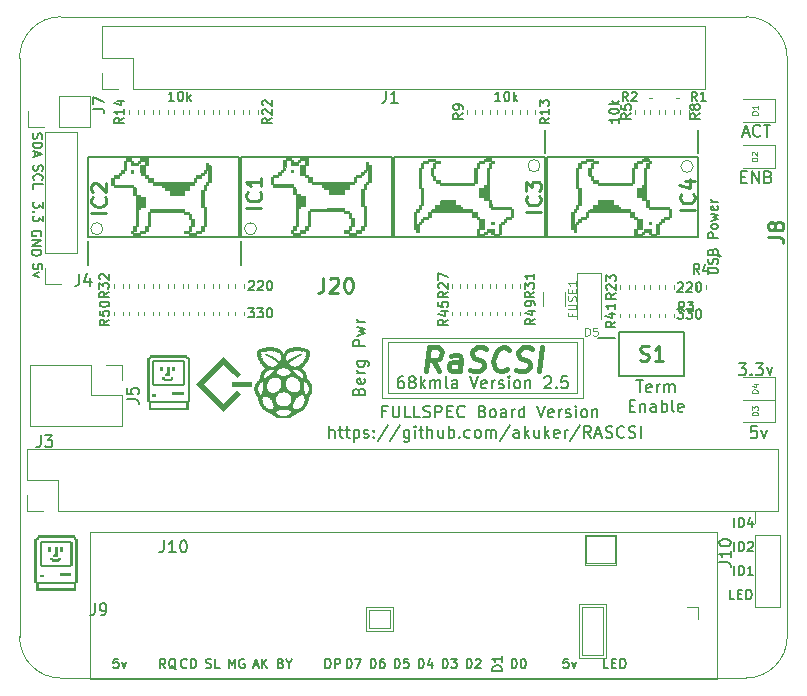
<source format=gbr>
%TF.GenerationSoftware,KiCad,Pcbnew,(5.1.9-16-g1737927814)-1*%
%TF.CreationDate,2021-07-31T16:14:36-05:00*%
%TF.ProjectId,rascsi_2p5,72617363-7369-45f3-9270-352e6b696361,rev?*%
%TF.SameCoordinates,PX59d60c0PY325aa00*%
%TF.FileFunction,Legend,Top*%
%TF.FilePolarity,Positive*%
%FSLAX46Y46*%
G04 Gerber Fmt 4.6, Leading zero omitted, Abs format (unit mm)*
G04 Created by KiCad (PCBNEW (5.1.9-16-g1737927814)-1) date 2021-07-31 16:14:36*
%MOMM*%
%LPD*%
G01*
G04 APERTURE LIST*
%ADD10C,0.150000*%
%ADD11C,0.120000*%
%ADD12C,0.400000*%
%TA.AperFunction,Profile*%
%ADD13C,0.050000*%
%TD*%
%ADD14C,0.200000*%
%ADD15C,0.100000*%
%ADD16C,0.010000*%
%ADD17C,0.254000*%
G04 APERTURE END LIST*
D10*
X109014571Y-21423333D02*
X109062190Y-21280476D01*
X109109809Y-21232857D01*
X109205047Y-21185238D01*
X109347904Y-21185238D01*
X109443142Y-21232857D01*
X109490761Y-21280476D01*
X109538380Y-21375714D01*
X109538380Y-21756666D01*
X108538380Y-21756666D01*
X108538380Y-21423333D01*
X108586000Y-21328095D01*
X108633619Y-21280476D01*
X108728857Y-21232857D01*
X108824095Y-21232857D01*
X108919333Y-21280476D01*
X108966952Y-21328095D01*
X109014571Y-21423333D01*
X109014571Y-21756666D01*
X109490761Y-20375714D02*
X109538380Y-20470952D01*
X109538380Y-20661428D01*
X109490761Y-20756666D01*
X109395523Y-20804285D01*
X109014571Y-20804285D01*
X108919333Y-20756666D01*
X108871714Y-20661428D01*
X108871714Y-20470952D01*
X108919333Y-20375714D01*
X109014571Y-20328095D01*
X109109809Y-20328095D01*
X109205047Y-20804285D01*
X109538380Y-19899523D02*
X108871714Y-19899523D01*
X109062190Y-19899523D02*
X108966952Y-19851904D01*
X108919333Y-19804285D01*
X108871714Y-19709047D01*
X108871714Y-19613809D01*
X108871714Y-18851904D02*
X109681238Y-18851904D01*
X109776476Y-18899523D01*
X109824095Y-18947142D01*
X109871714Y-19042380D01*
X109871714Y-19185238D01*
X109824095Y-19280476D01*
X109490761Y-18851904D02*
X109538380Y-18947142D01*
X109538380Y-19137619D01*
X109490761Y-19232857D01*
X109443142Y-19280476D01*
X109347904Y-19328095D01*
X109062190Y-19328095D01*
X108966952Y-19280476D01*
X108919333Y-19232857D01*
X108871714Y-19137619D01*
X108871714Y-18947142D01*
X108919333Y-18851904D01*
X109538380Y-17613809D02*
X108538380Y-17613809D01*
X108538380Y-17232857D01*
X108586000Y-17137619D01*
X108633619Y-17090000D01*
X108728857Y-17042380D01*
X108871714Y-17042380D01*
X108966952Y-17090000D01*
X109014571Y-17137619D01*
X109062190Y-17232857D01*
X109062190Y-17613809D01*
X108871714Y-16709047D02*
X109538380Y-16518571D01*
X109062190Y-16328095D01*
X109538380Y-16137619D01*
X108871714Y-15947142D01*
X109538380Y-15566190D02*
X108871714Y-15566190D01*
X109062190Y-15566190D02*
X108966952Y-15518571D01*
X108919333Y-15470952D01*
X108871714Y-15375714D01*
X108871714Y-15280476D01*
X139526380Y-35909523D02*
X140240666Y-35909523D01*
X140383523Y-35957142D01*
X140478761Y-36052380D01*
X140526380Y-36195238D01*
X140526380Y-36290476D01*
X140526380Y-34909523D02*
X140526380Y-35480952D01*
X140526380Y-35195238D02*
X139526380Y-35195238D01*
X139669238Y-35290476D01*
X139764476Y-35385714D01*
X139812095Y-35480952D01*
X139526380Y-34290476D02*
X139526380Y-34195238D01*
X139574000Y-34100000D01*
X139621619Y-34052380D01*
X139716857Y-34004761D01*
X139907333Y-33957142D01*
X140145428Y-33957142D01*
X140335904Y-34004761D01*
X140431142Y-34052380D01*
X140478761Y-34100000D01*
X140526380Y-34195238D01*
X140526380Y-34290476D01*
X140478761Y-34385714D01*
X140431142Y-34433333D01*
X140335904Y-34480952D01*
X140145428Y-34528571D01*
X139907333Y-34528571D01*
X139716857Y-34480952D01*
X139621619Y-34433333D01*
X139574000Y-34385714D01*
X139526380Y-34290476D01*
X92528476Y-34044380D02*
X92528476Y-34758666D01*
X92480857Y-34901523D01*
X92385619Y-34996761D01*
X92242761Y-35044380D01*
X92147523Y-35044380D01*
X93528476Y-35044380D02*
X92957047Y-35044380D01*
X93242761Y-35044380D02*
X93242761Y-34044380D01*
X93147523Y-34187238D01*
X93052285Y-34282476D01*
X92957047Y-34330095D01*
X94147523Y-34044380D02*
X94242761Y-34044380D01*
X94338000Y-34092000D01*
X94385619Y-34139619D01*
X94433238Y-34234857D01*
X94480857Y-34425333D01*
X94480857Y-34663428D01*
X94433238Y-34853904D01*
X94385619Y-34949142D01*
X94338000Y-34996761D01*
X94242761Y-35044380D01*
X94147523Y-35044380D01*
X94052285Y-34996761D01*
X94004666Y-34949142D01*
X93957047Y-34853904D01*
X93909428Y-34663428D01*
X93909428Y-34425333D01*
X93957047Y-34234857D01*
X94004666Y-34139619D01*
X94052285Y-34092000D01*
X94147523Y-34044380D01*
X86654666Y-39378380D02*
X86654666Y-40092666D01*
X86607047Y-40235523D01*
X86511809Y-40330761D01*
X86368952Y-40378380D01*
X86273714Y-40378380D01*
X87178476Y-40378380D02*
X87368952Y-40378380D01*
X87464190Y-40330761D01*
X87511809Y-40283142D01*
X87607047Y-40140285D01*
X87654666Y-39949809D01*
X87654666Y-39568857D01*
X87607047Y-39473619D01*
X87559428Y-39426000D01*
X87464190Y-39378380D01*
X87273714Y-39378380D01*
X87178476Y-39426000D01*
X87130857Y-39473619D01*
X87083238Y-39568857D01*
X87083238Y-39806952D01*
X87130857Y-39902190D01*
X87178476Y-39949809D01*
X87273714Y-39997428D01*
X87464190Y-39997428D01*
X87559428Y-39949809D01*
X87607047Y-39902190D01*
X87654666Y-39806952D01*
D11*
X127628000Y-43990000D02*
X127628000Y-39418000D01*
X129914000Y-43990000D02*
X127628000Y-43990000D01*
X129914000Y-39418000D02*
X129914000Y-43990000D01*
X127628000Y-39418000D02*
X129914000Y-39418000D01*
X127882000Y-43736000D02*
X127882000Y-39672000D01*
X129660000Y-43736000D02*
X127882000Y-43736000D01*
X129660000Y-39672000D02*
X129660000Y-43736000D01*
X127882000Y-39672000D02*
X129660000Y-39672000D01*
X109848000Y-41450000D02*
X109848000Y-39926000D01*
X111626000Y-41450000D02*
X109848000Y-41450000D01*
X111626000Y-39926000D02*
X111626000Y-41450000D01*
X109848000Y-39926000D02*
X111626000Y-39926000D01*
X109594000Y-41704000D02*
X109594000Y-39672000D01*
X111880000Y-41704000D02*
X109594000Y-41704000D01*
X111880000Y-39672000D02*
X111880000Y-41704000D01*
X109594000Y-39672000D02*
X111880000Y-39672000D01*
D10*
X140829714Y-39017904D02*
X140448761Y-39017904D01*
X140448761Y-38217904D01*
X141096380Y-38598857D02*
X141363047Y-38598857D01*
X141477333Y-39017904D02*
X141096380Y-39017904D01*
X141096380Y-38217904D01*
X141477333Y-38217904D01*
X141820190Y-39017904D02*
X141820190Y-38217904D01*
X142010666Y-38217904D01*
X142124952Y-38256000D01*
X142201142Y-38332190D01*
X142239238Y-38408380D01*
X142277333Y-38560761D01*
X142277333Y-38675047D01*
X142239238Y-38827428D01*
X142201142Y-38903619D01*
X142124952Y-38979809D01*
X142010666Y-39017904D01*
X141820190Y-39017904D01*
X140817047Y-36985904D02*
X140817047Y-36185904D01*
X141198000Y-36985904D02*
X141198000Y-36185904D01*
X141388476Y-36185904D01*
X141502761Y-36224000D01*
X141578952Y-36300190D01*
X141617047Y-36376380D01*
X141655142Y-36528761D01*
X141655142Y-36643047D01*
X141617047Y-36795428D01*
X141578952Y-36871619D01*
X141502761Y-36947809D01*
X141388476Y-36985904D01*
X141198000Y-36985904D01*
X142417047Y-36985904D02*
X141959904Y-36985904D01*
X142188476Y-36985904D02*
X142188476Y-36185904D01*
X142112285Y-36300190D01*
X142036095Y-36376380D01*
X141959904Y-36414476D01*
X140817047Y-32921904D02*
X140817047Y-32121904D01*
X141198000Y-32921904D02*
X141198000Y-32121904D01*
X141388476Y-32121904D01*
X141502761Y-32160000D01*
X141578952Y-32236190D01*
X141617047Y-32312380D01*
X141655142Y-32464761D01*
X141655142Y-32579047D01*
X141617047Y-32731428D01*
X141578952Y-32807619D01*
X141502761Y-32883809D01*
X141388476Y-32921904D01*
X141198000Y-32921904D01*
X142340857Y-32388571D02*
X142340857Y-32921904D01*
X142150380Y-32083809D02*
X141959904Y-32655238D01*
X142455142Y-32655238D01*
X140817047Y-34953904D02*
X140817047Y-34153904D01*
X141198000Y-34953904D02*
X141198000Y-34153904D01*
X141388476Y-34153904D01*
X141502761Y-34192000D01*
X141578952Y-34268190D01*
X141617047Y-34344380D01*
X141655142Y-34496761D01*
X141655142Y-34611047D01*
X141617047Y-34763428D01*
X141578952Y-34839619D01*
X141502761Y-34915809D01*
X141388476Y-34953904D01*
X141198000Y-34953904D01*
X141959904Y-34230095D02*
X141998000Y-34192000D01*
X142074190Y-34153904D01*
X142264666Y-34153904D01*
X142340857Y-34192000D01*
X142378952Y-34230095D01*
X142417047Y-34306285D01*
X142417047Y-34382476D01*
X142378952Y-34496761D01*
X141921809Y-34953904D01*
X142417047Y-34953904D01*
X130161714Y-44859904D02*
X129780761Y-44859904D01*
X129780761Y-44059904D01*
X130428380Y-44440857D02*
X130695047Y-44440857D01*
X130809333Y-44859904D02*
X130428380Y-44859904D01*
X130428380Y-44059904D01*
X130809333Y-44059904D01*
X131152190Y-44859904D02*
X131152190Y-44059904D01*
X131342666Y-44059904D01*
X131456952Y-44098000D01*
X131533142Y-44174190D01*
X131571238Y-44250380D01*
X131609333Y-44402761D01*
X131609333Y-44517047D01*
X131571238Y-44669428D01*
X131533142Y-44745619D01*
X131456952Y-44821809D01*
X131342666Y-44859904D01*
X131152190Y-44859904D01*
X106190476Y-44859904D02*
X106190476Y-44059904D01*
X106380952Y-44059904D01*
X106495238Y-44098000D01*
X106571428Y-44174190D01*
X106609523Y-44250380D01*
X106647619Y-44402761D01*
X106647619Y-44517047D01*
X106609523Y-44669428D01*
X106571428Y-44745619D01*
X106495238Y-44821809D01*
X106380952Y-44859904D01*
X106190476Y-44859904D01*
X106990476Y-44859904D02*
X106990476Y-44059904D01*
X107295238Y-44059904D01*
X107371428Y-44098000D01*
X107409523Y-44136095D01*
X107447619Y-44212285D01*
X107447619Y-44326571D01*
X107409523Y-44402761D01*
X107371428Y-44440857D01*
X107295238Y-44478952D01*
X106990476Y-44478952D01*
X112051523Y-44859904D02*
X112051523Y-44059904D01*
X112242000Y-44059904D01*
X112356285Y-44098000D01*
X112432476Y-44174190D01*
X112470571Y-44250380D01*
X112508666Y-44402761D01*
X112508666Y-44517047D01*
X112470571Y-44669428D01*
X112432476Y-44745619D01*
X112356285Y-44821809D01*
X112242000Y-44859904D01*
X112051523Y-44859904D01*
X113232476Y-44059904D02*
X112851523Y-44059904D01*
X112813428Y-44440857D01*
X112851523Y-44402761D01*
X112927714Y-44364666D01*
X113118190Y-44364666D01*
X113194380Y-44402761D01*
X113232476Y-44440857D01*
X113270571Y-44517047D01*
X113270571Y-44707523D01*
X113232476Y-44783714D01*
X113194380Y-44821809D01*
X113118190Y-44859904D01*
X112927714Y-44859904D01*
X112851523Y-44821809D01*
X112813428Y-44783714D01*
X121131904Y-45088476D02*
X120331904Y-45088476D01*
X120331904Y-44898000D01*
X120370000Y-44783714D01*
X120446190Y-44707523D01*
X120522380Y-44669428D01*
X120674761Y-44631333D01*
X120789047Y-44631333D01*
X120941428Y-44669428D01*
X121017619Y-44707523D01*
X121093809Y-44783714D01*
X121131904Y-44898000D01*
X121131904Y-45088476D01*
X121131904Y-43869428D02*
X121131904Y-44326571D01*
X121131904Y-44098000D02*
X120331904Y-44098000D01*
X120446190Y-44174190D01*
X120522380Y-44250380D01*
X120560476Y-44326571D01*
X121957523Y-44859904D02*
X121957523Y-44059904D01*
X122148000Y-44059904D01*
X122262285Y-44098000D01*
X122338476Y-44174190D01*
X122376571Y-44250380D01*
X122414666Y-44402761D01*
X122414666Y-44517047D01*
X122376571Y-44669428D01*
X122338476Y-44745619D01*
X122262285Y-44821809D01*
X122148000Y-44859904D01*
X121957523Y-44859904D01*
X122909904Y-44059904D02*
X122986095Y-44059904D01*
X123062285Y-44098000D01*
X123100380Y-44136095D01*
X123138476Y-44212285D01*
X123176571Y-44364666D01*
X123176571Y-44555142D01*
X123138476Y-44707523D01*
X123100380Y-44783714D01*
X123062285Y-44821809D01*
X122986095Y-44859904D01*
X122909904Y-44859904D01*
X122833714Y-44821809D01*
X122795619Y-44783714D01*
X122757523Y-44707523D01*
X122719428Y-44555142D01*
X122719428Y-44364666D01*
X122757523Y-44212285D01*
X122795619Y-44136095D01*
X122833714Y-44098000D01*
X122909904Y-44059904D01*
X118147523Y-44859904D02*
X118147523Y-44059904D01*
X118338000Y-44059904D01*
X118452285Y-44098000D01*
X118528476Y-44174190D01*
X118566571Y-44250380D01*
X118604666Y-44402761D01*
X118604666Y-44517047D01*
X118566571Y-44669428D01*
X118528476Y-44745619D01*
X118452285Y-44821809D01*
X118338000Y-44859904D01*
X118147523Y-44859904D01*
X118909428Y-44136095D02*
X118947523Y-44098000D01*
X119023714Y-44059904D01*
X119214190Y-44059904D01*
X119290380Y-44098000D01*
X119328476Y-44136095D01*
X119366571Y-44212285D01*
X119366571Y-44288476D01*
X119328476Y-44402761D01*
X118871333Y-44859904D01*
X119366571Y-44859904D01*
X116115523Y-44859904D02*
X116115523Y-44059904D01*
X116306000Y-44059904D01*
X116420285Y-44098000D01*
X116496476Y-44174190D01*
X116534571Y-44250380D01*
X116572666Y-44402761D01*
X116572666Y-44517047D01*
X116534571Y-44669428D01*
X116496476Y-44745619D01*
X116420285Y-44821809D01*
X116306000Y-44859904D01*
X116115523Y-44859904D01*
X116839333Y-44059904D02*
X117334571Y-44059904D01*
X117067904Y-44364666D01*
X117182190Y-44364666D01*
X117258380Y-44402761D01*
X117296476Y-44440857D01*
X117334571Y-44517047D01*
X117334571Y-44707523D01*
X117296476Y-44783714D01*
X117258380Y-44821809D01*
X117182190Y-44859904D01*
X116953619Y-44859904D01*
X116877428Y-44821809D01*
X116839333Y-44783714D01*
X114083523Y-44859904D02*
X114083523Y-44059904D01*
X114274000Y-44059904D01*
X114388285Y-44098000D01*
X114464476Y-44174190D01*
X114502571Y-44250380D01*
X114540666Y-44402761D01*
X114540666Y-44517047D01*
X114502571Y-44669428D01*
X114464476Y-44745619D01*
X114388285Y-44821809D01*
X114274000Y-44859904D01*
X114083523Y-44859904D01*
X115226380Y-44326571D02*
X115226380Y-44859904D01*
X115035904Y-44021809D02*
X114845428Y-44593238D01*
X115340666Y-44593238D01*
X107987523Y-44859904D02*
X107987523Y-44059904D01*
X108178000Y-44059904D01*
X108292285Y-44098000D01*
X108368476Y-44174190D01*
X108406571Y-44250380D01*
X108444666Y-44402761D01*
X108444666Y-44517047D01*
X108406571Y-44669428D01*
X108368476Y-44745619D01*
X108292285Y-44821809D01*
X108178000Y-44859904D01*
X107987523Y-44859904D01*
X108711333Y-44059904D02*
X109244666Y-44059904D01*
X108901809Y-44859904D01*
X110019523Y-44859904D02*
X110019523Y-44059904D01*
X110210000Y-44059904D01*
X110324285Y-44098000D01*
X110400476Y-44174190D01*
X110438571Y-44250380D01*
X110476666Y-44402761D01*
X110476666Y-44517047D01*
X110438571Y-44669428D01*
X110400476Y-44745619D01*
X110324285Y-44821809D01*
X110210000Y-44859904D01*
X110019523Y-44859904D01*
X111162380Y-44059904D02*
X111010000Y-44059904D01*
X110933809Y-44098000D01*
X110895714Y-44136095D01*
X110819523Y-44250380D01*
X110781428Y-44402761D01*
X110781428Y-44707523D01*
X110819523Y-44783714D01*
X110857619Y-44821809D01*
X110933809Y-44859904D01*
X111086190Y-44859904D01*
X111162380Y-44821809D01*
X111200476Y-44783714D01*
X111238571Y-44707523D01*
X111238571Y-44517047D01*
X111200476Y-44440857D01*
X111162380Y-44402761D01*
X111086190Y-44364666D01*
X110933809Y-44364666D01*
X110857619Y-44402761D01*
X110819523Y-44440857D01*
X110781428Y-44517047D01*
X102450285Y-44440857D02*
X102564571Y-44478952D01*
X102602666Y-44517047D01*
X102640761Y-44593238D01*
X102640761Y-44707523D01*
X102602666Y-44783714D01*
X102564571Y-44821809D01*
X102488380Y-44859904D01*
X102183619Y-44859904D01*
X102183619Y-44059904D01*
X102450285Y-44059904D01*
X102526476Y-44098000D01*
X102564571Y-44136095D01*
X102602666Y-44212285D01*
X102602666Y-44288476D01*
X102564571Y-44364666D01*
X102526476Y-44402761D01*
X102450285Y-44440857D01*
X102183619Y-44440857D01*
X103136000Y-44478952D02*
X103136000Y-44859904D01*
X102869333Y-44059904D02*
X103136000Y-44478952D01*
X103402666Y-44059904D01*
X100113523Y-44631333D02*
X100494476Y-44631333D01*
X100037333Y-44859904D02*
X100304000Y-44059904D01*
X100570666Y-44859904D01*
X100837333Y-44859904D02*
X100837333Y-44059904D01*
X101294476Y-44859904D02*
X100951619Y-44402761D01*
X101294476Y-44059904D02*
X100837333Y-44517047D01*
X126751714Y-44059904D02*
X126370761Y-44059904D01*
X126332666Y-44440857D01*
X126370761Y-44402761D01*
X126446952Y-44364666D01*
X126637428Y-44364666D01*
X126713619Y-44402761D01*
X126751714Y-44440857D01*
X126789809Y-44517047D01*
X126789809Y-44707523D01*
X126751714Y-44783714D01*
X126713619Y-44821809D01*
X126637428Y-44859904D01*
X126446952Y-44859904D01*
X126370761Y-44821809D01*
X126332666Y-44783714D01*
X127056476Y-44326571D02*
X127246952Y-44859904D01*
X127437428Y-44326571D01*
X98005333Y-44859904D02*
X98005333Y-44059904D01*
X98272000Y-44631333D01*
X98538666Y-44059904D01*
X98538666Y-44859904D01*
X99338666Y-44098000D02*
X99262476Y-44059904D01*
X99148190Y-44059904D01*
X99033904Y-44098000D01*
X98957714Y-44174190D01*
X98919619Y-44250380D01*
X98881523Y-44402761D01*
X98881523Y-44517047D01*
X98919619Y-44669428D01*
X98957714Y-44745619D01*
X99033904Y-44821809D01*
X99148190Y-44859904D01*
X99224380Y-44859904D01*
X99338666Y-44821809D01*
X99376761Y-44783714D01*
X99376761Y-44517047D01*
X99224380Y-44517047D01*
X88651714Y-44059904D02*
X88270761Y-44059904D01*
X88232666Y-44440857D01*
X88270761Y-44402761D01*
X88346952Y-44364666D01*
X88537428Y-44364666D01*
X88613619Y-44402761D01*
X88651714Y-44440857D01*
X88689809Y-44517047D01*
X88689809Y-44707523D01*
X88651714Y-44783714D01*
X88613619Y-44821809D01*
X88537428Y-44859904D01*
X88346952Y-44859904D01*
X88270761Y-44821809D01*
X88232666Y-44783714D01*
X88956476Y-44326571D02*
X89146952Y-44859904D01*
X89337428Y-44326571D01*
X94455619Y-44783714D02*
X94417523Y-44821809D01*
X94303238Y-44859904D01*
X94227047Y-44859904D01*
X94112761Y-44821809D01*
X94036571Y-44745619D01*
X93998476Y-44669428D01*
X93960380Y-44517047D01*
X93960380Y-44402761D01*
X93998476Y-44250380D01*
X94036571Y-44174190D01*
X94112761Y-44098000D01*
X94227047Y-44059904D01*
X94303238Y-44059904D01*
X94417523Y-44098000D01*
X94455619Y-44136095D01*
X94798476Y-44859904D02*
X94798476Y-44059904D01*
X94988952Y-44059904D01*
X95103238Y-44098000D01*
X95179428Y-44174190D01*
X95217523Y-44250380D01*
X95255619Y-44402761D01*
X95255619Y-44517047D01*
X95217523Y-44669428D01*
X95179428Y-44745619D01*
X95103238Y-44821809D01*
X94988952Y-44859904D01*
X94798476Y-44859904D01*
X92658571Y-44859904D02*
X92391904Y-44478952D01*
X92201428Y-44859904D02*
X92201428Y-44059904D01*
X92506190Y-44059904D01*
X92582380Y-44098000D01*
X92620476Y-44136095D01*
X92658571Y-44212285D01*
X92658571Y-44326571D01*
X92620476Y-44402761D01*
X92582380Y-44440857D01*
X92506190Y-44478952D01*
X92201428Y-44478952D01*
X93534761Y-44936095D02*
X93458571Y-44898000D01*
X93382380Y-44821809D01*
X93268095Y-44707523D01*
X93191904Y-44669428D01*
X93115714Y-44669428D01*
X93153809Y-44859904D02*
X93077619Y-44821809D01*
X93001428Y-44745619D01*
X92963333Y-44593238D01*
X92963333Y-44326571D01*
X93001428Y-44174190D01*
X93077619Y-44098000D01*
X93153809Y-44059904D01*
X93306190Y-44059904D01*
X93382380Y-44098000D01*
X93458571Y-44174190D01*
X93496666Y-44326571D01*
X93496666Y-44593238D01*
X93458571Y-44745619D01*
X93382380Y-44821809D01*
X93306190Y-44859904D01*
X93153809Y-44859904D01*
X96087619Y-44821809D02*
X96201904Y-44859904D01*
X96392380Y-44859904D01*
X96468571Y-44821809D01*
X96506666Y-44783714D01*
X96544761Y-44707523D01*
X96544761Y-44631333D01*
X96506666Y-44555142D01*
X96468571Y-44517047D01*
X96392380Y-44478952D01*
X96240000Y-44440857D01*
X96163809Y-44402761D01*
X96125714Y-44364666D01*
X96087619Y-44288476D01*
X96087619Y-44212285D01*
X96125714Y-44136095D01*
X96163809Y-44098000D01*
X96240000Y-44059904D01*
X96430476Y-44059904D01*
X96544761Y-44098000D01*
X97268571Y-44859904D02*
X96887619Y-44859904D01*
X96887619Y-44059904D01*
X111333666Y4008120D02*
X111333666Y3293834D01*
X111286047Y3150977D01*
X111190809Y3055739D01*
X111047952Y3008120D01*
X110952714Y3008120D01*
X112333666Y3008120D02*
X111762238Y3008120D01*
X112047952Y3008120D02*
X112047952Y4008120D01*
X111952714Y3865262D01*
X111857476Y3770024D01*
X111762238Y3722405D01*
X141416904Y-3262571D02*
X141750238Y-3262571D01*
X141893095Y-3786380D02*
X141416904Y-3786380D01*
X141416904Y-2786380D01*
X141893095Y-2786380D01*
X142321666Y-3786380D02*
X142321666Y-2786380D01*
X142893095Y-3786380D01*
X142893095Y-2786380D01*
X143702619Y-3262571D02*
X143845476Y-3310190D01*
X143893095Y-3357809D01*
X143940714Y-3453047D01*
X143940714Y-3595904D01*
X143893095Y-3691142D01*
X143845476Y-3738761D01*
X143750238Y-3786380D01*
X143369285Y-3786380D01*
X143369285Y-2786380D01*
X143702619Y-2786380D01*
X143797857Y-2834000D01*
X143845476Y-2881619D01*
X143893095Y-2976857D01*
X143893095Y-3072095D01*
X143845476Y-3167333D01*
X143797857Y-3214952D01*
X143702619Y-3262571D01*
X143369285Y-3262571D01*
X141535952Y436334D02*
X142012142Y436334D01*
X141440714Y150620D02*
X141774047Y1150620D01*
X142107380Y150620D01*
X143012142Y245858D02*
X142964523Y198239D01*
X142821666Y150620D01*
X142726428Y150620D01*
X142583571Y198239D01*
X142488333Y293477D01*
X142440714Y388715D01*
X142393095Y579191D01*
X142393095Y722048D01*
X142440714Y912524D01*
X142488333Y1007762D01*
X142583571Y1103000D01*
X142726428Y1150620D01*
X142821666Y1150620D01*
X142964523Y1103000D01*
X143012142Y1055381D01*
X143297857Y1150620D02*
X143869285Y1150620D01*
X143583571Y150620D02*
X143583571Y1150620D01*
X138597404Y-11436214D02*
X139245023Y-11436214D01*
X139321214Y-11398119D01*
X139359309Y-11360023D01*
X139397404Y-11283833D01*
X139397404Y-11131452D01*
X139359309Y-11055261D01*
X139321214Y-11017166D01*
X139245023Y-10979071D01*
X138597404Y-10979071D01*
X139359309Y-10636214D02*
X139397404Y-10521928D01*
X139397404Y-10331452D01*
X139359309Y-10255261D01*
X139321214Y-10217166D01*
X139245023Y-10179071D01*
X139168833Y-10179071D01*
X139092642Y-10217166D01*
X139054547Y-10255261D01*
X139016452Y-10331452D01*
X138978357Y-10483833D01*
X138940261Y-10560023D01*
X138902166Y-10598119D01*
X138825976Y-10636214D01*
X138749785Y-10636214D01*
X138673595Y-10598119D01*
X138635500Y-10560023D01*
X138597404Y-10483833D01*
X138597404Y-10293357D01*
X138635500Y-10179071D01*
X138978357Y-9569547D02*
X139016452Y-9455261D01*
X139054547Y-9417166D01*
X139130738Y-9379071D01*
X139245023Y-9379071D01*
X139321214Y-9417166D01*
X139359309Y-9455261D01*
X139397404Y-9531452D01*
X139397404Y-9836214D01*
X138597404Y-9836214D01*
X138597404Y-9569547D01*
X138635500Y-9493357D01*
X138673595Y-9455261D01*
X138749785Y-9417166D01*
X138825976Y-9417166D01*
X138902166Y-9455261D01*
X138940261Y-9493357D01*
X138978357Y-9569547D01*
X138978357Y-9836214D01*
X139397404Y-8426690D02*
X138597404Y-8426690D01*
X138597404Y-8121928D01*
X138635500Y-8045738D01*
X138673595Y-8007642D01*
X138749785Y-7969547D01*
X138864071Y-7969547D01*
X138940261Y-8007642D01*
X138978357Y-8045738D01*
X139016452Y-8121928D01*
X139016452Y-8426690D01*
X139397404Y-7512404D02*
X139359309Y-7588595D01*
X139321214Y-7626690D01*
X139245023Y-7664785D01*
X139016452Y-7664785D01*
X138940261Y-7626690D01*
X138902166Y-7588595D01*
X138864071Y-7512404D01*
X138864071Y-7398119D01*
X138902166Y-7321928D01*
X138940261Y-7283833D01*
X139016452Y-7245738D01*
X139245023Y-7245738D01*
X139321214Y-7283833D01*
X139359309Y-7321928D01*
X139397404Y-7398119D01*
X139397404Y-7512404D01*
X138864071Y-6979071D02*
X139397404Y-6826690D01*
X139016452Y-6674309D01*
X139397404Y-6521928D01*
X138864071Y-6369547D01*
X139359309Y-5760023D02*
X139397404Y-5836214D01*
X139397404Y-5988595D01*
X139359309Y-6064785D01*
X139283119Y-6102880D01*
X138978357Y-6102880D01*
X138902166Y-6064785D01*
X138864071Y-5988595D01*
X138864071Y-5836214D01*
X138902166Y-5760023D01*
X138978357Y-5721928D01*
X139054547Y-5721928D01*
X139130738Y-6102880D01*
X139397404Y-5379071D02*
X138864071Y-5379071D01*
X139016452Y-5379071D02*
X138940261Y-5340976D01*
X138902166Y-5302880D01*
X138864071Y-5226690D01*
X138864071Y-5150500D01*
D11*
X137324953Y-2381500D02*
G75*
G03*
X137324953Y-2381500I-511953J0D01*
G01*
X124370953Y-2318000D02*
G75*
G03*
X124370953Y-2318000I-511953J0D01*
G01*
D10*
X141185428Y-19058380D02*
X141804476Y-19058380D01*
X141471142Y-19439333D01*
X141614000Y-19439333D01*
X141709238Y-19486952D01*
X141756857Y-19534571D01*
X141804476Y-19629809D01*
X141804476Y-19867904D01*
X141756857Y-19963142D01*
X141709238Y-20010761D01*
X141614000Y-20058380D01*
X141328285Y-20058380D01*
X141233047Y-20010761D01*
X141185428Y-19963142D01*
X142233047Y-19963142D02*
X142280666Y-20010761D01*
X142233047Y-20058380D01*
X142185428Y-20010761D01*
X142233047Y-19963142D01*
X142233047Y-20058380D01*
X142614000Y-19058380D02*
X143233047Y-19058380D01*
X142899714Y-19439333D01*
X143042571Y-19439333D01*
X143137809Y-19486952D01*
X143185428Y-19534571D01*
X143233047Y-19629809D01*
X143233047Y-19867904D01*
X143185428Y-19963142D01*
X143137809Y-20010761D01*
X143042571Y-20058380D01*
X142756857Y-20058380D01*
X142661619Y-20010761D01*
X142614000Y-19963142D01*
X143566380Y-19391714D02*
X143804476Y-20058380D01*
X144042571Y-19391714D01*
X142725142Y-24392380D02*
X142248952Y-24392380D01*
X142201333Y-24868571D01*
X142248952Y-24820952D01*
X142344190Y-24773333D01*
X142582285Y-24773333D01*
X142677523Y-24820952D01*
X142725142Y-24868571D01*
X142772761Y-24963809D01*
X142772761Y-25201904D01*
X142725142Y-25297142D01*
X142677523Y-25344761D01*
X142582285Y-25392380D01*
X142344190Y-25392380D01*
X142248952Y-25344761D01*
X142201333Y-25297142D01*
X143106095Y-24725714D02*
X143344190Y-25392380D01*
X143582285Y-24725714D01*
X106543333Y-25352380D02*
X106543333Y-24352380D01*
X106971904Y-25352380D02*
X106971904Y-24828571D01*
X106924285Y-24733333D01*
X106829047Y-24685714D01*
X106686190Y-24685714D01*
X106590952Y-24733333D01*
X106543333Y-24780952D01*
X107305238Y-24685714D02*
X107686190Y-24685714D01*
X107448095Y-24352380D02*
X107448095Y-25209523D01*
X107495714Y-25304761D01*
X107590952Y-25352380D01*
X107686190Y-25352380D01*
X107876666Y-24685714D02*
X108257619Y-24685714D01*
X108019523Y-24352380D02*
X108019523Y-25209523D01*
X108067142Y-25304761D01*
X108162380Y-25352380D01*
X108257619Y-25352380D01*
X108590952Y-24685714D02*
X108590952Y-25685714D01*
X108590952Y-24733333D02*
X108686190Y-24685714D01*
X108876666Y-24685714D01*
X108971904Y-24733333D01*
X109019523Y-24780952D01*
X109067142Y-24876190D01*
X109067142Y-25161904D01*
X109019523Y-25257142D01*
X108971904Y-25304761D01*
X108876666Y-25352380D01*
X108686190Y-25352380D01*
X108590952Y-25304761D01*
X109448095Y-25304761D02*
X109543333Y-25352380D01*
X109733809Y-25352380D01*
X109829047Y-25304761D01*
X109876666Y-25209523D01*
X109876666Y-25161904D01*
X109829047Y-25066666D01*
X109733809Y-25019047D01*
X109590952Y-25019047D01*
X109495714Y-24971428D01*
X109448095Y-24876190D01*
X109448095Y-24828571D01*
X109495714Y-24733333D01*
X109590952Y-24685714D01*
X109733809Y-24685714D01*
X109829047Y-24733333D01*
X110305238Y-25257142D02*
X110352857Y-25304761D01*
X110305238Y-25352380D01*
X110257619Y-25304761D01*
X110305238Y-25257142D01*
X110305238Y-25352380D01*
X110305238Y-24733333D02*
X110352857Y-24780952D01*
X110305238Y-24828571D01*
X110257619Y-24780952D01*
X110305238Y-24733333D01*
X110305238Y-24828571D01*
X111495714Y-24304761D02*
X110638571Y-25590476D01*
X112543333Y-24304761D02*
X111686190Y-25590476D01*
X113305238Y-24685714D02*
X113305238Y-25495238D01*
X113257619Y-25590476D01*
X113210000Y-25638095D01*
X113114761Y-25685714D01*
X112971904Y-25685714D01*
X112876666Y-25638095D01*
X113305238Y-25304761D02*
X113210000Y-25352380D01*
X113019523Y-25352380D01*
X112924285Y-25304761D01*
X112876666Y-25257142D01*
X112829047Y-25161904D01*
X112829047Y-24876190D01*
X112876666Y-24780952D01*
X112924285Y-24733333D01*
X113019523Y-24685714D01*
X113210000Y-24685714D01*
X113305238Y-24733333D01*
X113781428Y-25352380D02*
X113781428Y-24685714D01*
X113781428Y-24352380D02*
X113733809Y-24400000D01*
X113781428Y-24447619D01*
X113829047Y-24400000D01*
X113781428Y-24352380D01*
X113781428Y-24447619D01*
X114114761Y-24685714D02*
X114495714Y-24685714D01*
X114257619Y-24352380D02*
X114257619Y-25209523D01*
X114305238Y-25304761D01*
X114400476Y-25352380D01*
X114495714Y-25352380D01*
X114829047Y-25352380D02*
X114829047Y-24352380D01*
X115257619Y-25352380D02*
X115257619Y-24828571D01*
X115210000Y-24733333D01*
X115114761Y-24685714D01*
X114971904Y-24685714D01*
X114876666Y-24733333D01*
X114829047Y-24780952D01*
X116162380Y-24685714D02*
X116162380Y-25352380D01*
X115733809Y-24685714D02*
X115733809Y-25209523D01*
X115781428Y-25304761D01*
X115876666Y-25352380D01*
X116019523Y-25352380D01*
X116114761Y-25304761D01*
X116162380Y-25257142D01*
X116638571Y-25352380D02*
X116638571Y-24352380D01*
X116638571Y-24733333D02*
X116733809Y-24685714D01*
X116924285Y-24685714D01*
X117019523Y-24733333D01*
X117067142Y-24780952D01*
X117114761Y-24876190D01*
X117114761Y-25161904D01*
X117067142Y-25257142D01*
X117019523Y-25304761D01*
X116924285Y-25352380D01*
X116733809Y-25352380D01*
X116638571Y-25304761D01*
X117543333Y-25257142D02*
X117590952Y-25304761D01*
X117543333Y-25352380D01*
X117495714Y-25304761D01*
X117543333Y-25257142D01*
X117543333Y-25352380D01*
X118448095Y-25304761D02*
X118352857Y-25352380D01*
X118162380Y-25352380D01*
X118067142Y-25304761D01*
X118019523Y-25257142D01*
X117971904Y-25161904D01*
X117971904Y-24876190D01*
X118019523Y-24780952D01*
X118067142Y-24733333D01*
X118162380Y-24685714D01*
X118352857Y-24685714D01*
X118448095Y-24733333D01*
X119019523Y-25352380D02*
X118924285Y-25304761D01*
X118876666Y-25257142D01*
X118829047Y-25161904D01*
X118829047Y-24876190D01*
X118876666Y-24780952D01*
X118924285Y-24733333D01*
X119019523Y-24685714D01*
X119162380Y-24685714D01*
X119257619Y-24733333D01*
X119305238Y-24780952D01*
X119352857Y-24876190D01*
X119352857Y-25161904D01*
X119305238Y-25257142D01*
X119257619Y-25304761D01*
X119162380Y-25352380D01*
X119019523Y-25352380D01*
X119781428Y-25352380D02*
X119781428Y-24685714D01*
X119781428Y-24780952D02*
X119829047Y-24733333D01*
X119924285Y-24685714D01*
X120067142Y-24685714D01*
X120162380Y-24733333D01*
X120210000Y-24828571D01*
X120210000Y-25352380D01*
X120210000Y-24828571D02*
X120257619Y-24733333D01*
X120352857Y-24685714D01*
X120495714Y-24685714D01*
X120590952Y-24733333D01*
X120638571Y-24828571D01*
X120638571Y-25352380D01*
X121829047Y-24304761D02*
X120971904Y-25590476D01*
X122590952Y-25352380D02*
X122590952Y-24828571D01*
X122543333Y-24733333D01*
X122448095Y-24685714D01*
X122257619Y-24685714D01*
X122162380Y-24733333D01*
X122590952Y-25304761D02*
X122495714Y-25352380D01*
X122257619Y-25352380D01*
X122162380Y-25304761D01*
X122114761Y-25209523D01*
X122114761Y-25114285D01*
X122162380Y-25019047D01*
X122257619Y-24971428D01*
X122495714Y-24971428D01*
X122590952Y-24923809D01*
X123067142Y-25352380D02*
X123067142Y-24352380D01*
X123162380Y-24971428D02*
X123448095Y-25352380D01*
X123448095Y-24685714D02*
X123067142Y-25066666D01*
X124305238Y-24685714D02*
X124305238Y-25352380D01*
X123876666Y-24685714D02*
X123876666Y-25209523D01*
X123924285Y-25304761D01*
X124019523Y-25352380D01*
X124162380Y-25352380D01*
X124257619Y-25304761D01*
X124305238Y-25257142D01*
X124781428Y-25352380D02*
X124781428Y-24352380D01*
X124876666Y-24971428D02*
X125162380Y-25352380D01*
X125162380Y-24685714D02*
X124781428Y-25066666D01*
X125971904Y-25304761D02*
X125876666Y-25352380D01*
X125686190Y-25352380D01*
X125590952Y-25304761D01*
X125543333Y-25209523D01*
X125543333Y-24828571D01*
X125590952Y-24733333D01*
X125686190Y-24685714D01*
X125876666Y-24685714D01*
X125971904Y-24733333D01*
X126019523Y-24828571D01*
X126019523Y-24923809D01*
X125543333Y-25019047D01*
X126448095Y-25352380D02*
X126448095Y-24685714D01*
X126448095Y-24876190D02*
X126495714Y-24780952D01*
X126543333Y-24733333D01*
X126638571Y-24685714D01*
X126733809Y-24685714D01*
X127781428Y-24304761D02*
X126924285Y-25590476D01*
X128686190Y-25352380D02*
X128352857Y-24876190D01*
X128114761Y-25352380D02*
X128114761Y-24352380D01*
X128495714Y-24352380D01*
X128590952Y-24400000D01*
X128638571Y-24447619D01*
X128686190Y-24542857D01*
X128686190Y-24685714D01*
X128638571Y-24780952D01*
X128590952Y-24828571D01*
X128495714Y-24876190D01*
X128114761Y-24876190D01*
X129067142Y-25066666D02*
X129543333Y-25066666D01*
X128971904Y-25352380D02*
X129305238Y-24352380D01*
X129638571Y-25352380D01*
X129924285Y-25304761D02*
X130067142Y-25352380D01*
X130305238Y-25352380D01*
X130400476Y-25304761D01*
X130448095Y-25257142D01*
X130495714Y-25161904D01*
X130495714Y-25066666D01*
X130448095Y-24971428D01*
X130400476Y-24923809D01*
X130305238Y-24876190D01*
X130114761Y-24828571D01*
X130019523Y-24780952D01*
X129971904Y-24733333D01*
X129924285Y-24638095D01*
X129924285Y-24542857D01*
X129971904Y-24447619D01*
X130019523Y-24400000D01*
X130114761Y-24352380D01*
X130352857Y-24352380D01*
X130495714Y-24400000D01*
X131495714Y-25257142D02*
X131448095Y-25304761D01*
X131305238Y-25352380D01*
X131210000Y-25352380D01*
X131067142Y-25304761D01*
X130971904Y-25209523D01*
X130924285Y-25114285D01*
X130876666Y-24923809D01*
X130876666Y-24780952D01*
X130924285Y-24590476D01*
X130971904Y-24495238D01*
X131067142Y-24400000D01*
X131210000Y-24352380D01*
X131305238Y-24352380D01*
X131448095Y-24400000D01*
X131495714Y-24447619D01*
X131876666Y-25304761D02*
X132019523Y-25352380D01*
X132257619Y-25352380D01*
X132352857Y-25304761D01*
X132400476Y-25257142D01*
X132448095Y-25161904D01*
X132448095Y-25066666D01*
X132400476Y-24971428D01*
X132352857Y-24923809D01*
X132257619Y-24876190D01*
X132067142Y-24828571D01*
X131971904Y-24780952D01*
X131924285Y-24733333D01*
X131876666Y-24638095D01*
X131876666Y-24542857D01*
X131924285Y-24447619D01*
X131971904Y-24400000D01*
X132067142Y-24352380D01*
X132305238Y-24352380D01*
X132448095Y-24400000D01*
X132876666Y-25352380D02*
X132876666Y-24352380D01*
X99719523Y-12138095D02*
X99757619Y-12100000D01*
X99833809Y-12061904D01*
X100024285Y-12061904D01*
X100100476Y-12100000D01*
X100138571Y-12138095D01*
X100176666Y-12214285D01*
X100176666Y-12290476D01*
X100138571Y-12404761D01*
X99681428Y-12861904D01*
X100176666Y-12861904D01*
X100481428Y-12138095D02*
X100519523Y-12100000D01*
X100595714Y-12061904D01*
X100786190Y-12061904D01*
X100862380Y-12100000D01*
X100900476Y-12138095D01*
X100938571Y-12214285D01*
X100938571Y-12290476D01*
X100900476Y-12404761D01*
X100443333Y-12861904D01*
X100938571Y-12861904D01*
X101433809Y-12061904D02*
X101510000Y-12061904D01*
X101586190Y-12100000D01*
X101624285Y-12138095D01*
X101662380Y-12214285D01*
X101700476Y-12366666D01*
X101700476Y-12557142D01*
X101662380Y-12709523D01*
X101624285Y-12785714D01*
X101586190Y-12823809D01*
X101510000Y-12861904D01*
X101433809Y-12861904D01*
X101357619Y-12823809D01*
X101319523Y-12785714D01*
X101281428Y-12709523D01*
X101243333Y-12557142D01*
X101243333Y-12366666D01*
X101281428Y-12214285D01*
X101319523Y-12138095D01*
X101357619Y-12100000D01*
X101433809Y-12061904D01*
D11*
X89950000Y6826000D02*
X87283000Y6826000D01*
X89950000Y4159000D02*
X89950000Y6826000D01*
X138337000Y4159000D02*
X89950000Y4159000D01*
X138337000Y9493000D02*
X138337000Y4159000D01*
X87283000Y9493000D02*
X138337000Y9493000D01*
X87283000Y6826000D02*
X87283000Y9493000D01*
X87283000Y4159000D02*
X87283000Y5556000D01*
X88680000Y4159000D02*
X87283000Y4159000D01*
X128304000Y-35973000D02*
X128304000Y-33687000D01*
X130717000Y-35973000D02*
X128304000Y-35973000D01*
X130717000Y-33687000D02*
X130717000Y-35973000D01*
X128304000Y-33687000D02*
X130717000Y-33687000D01*
X128177000Y-36100000D02*
X128177000Y-33560000D01*
X130844000Y-36100000D02*
X128177000Y-36100000D01*
X130844000Y-33560000D02*
X130844000Y-36100000D01*
X128177000Y-33560000D02*
X130844000Y-33560000D01*
X139353000Y-33306000D02*
X86267000Y-33306000D01*
X139353000Y-45752000D02*
X139353000Y-33306000D01*
X86267000Y-45752000D02*
X139353000Y-45752000D01*
X86267000Y-33306000D02*
X86267000Y-45752000D01*
D10*
X131037904Y1761810D02*
X131037904Y1304667D01*
X131037904Y1533239D02*
X130237904Y1533239D01*
X130352190Y1457048D01*
X130428380Y1380858D01*
X130466476Y1304667D01*
X130237904Y2257048D02*
X130237904Y2333239D01*
X130276000Y2409429D01*
X130314095Y2447524D01*
X130390285Y2485620D01*
X130542666Y2523715D01*
X130733142Y2523715D01*
X130885523Y2485620D01*
X130961714Y2447524D01*
X130999809Y2409429D01*
X131037904Y2333239D01*
X131037904Y2257048D01*
X130999809Y2180858D01*
X130961714Y2142762D01*
X130885523Y2104667D01*
X130733142Y2066572D01*
X130542666Y2066572D01*
X130390285Y2104667D01*
X130314095Y2142762D01*
X130276000Y2180858D01*
X130237904Y2257048D01*
X131037904Y2866572D02*
X130237904Y2866572D01*
X130733142Y2942762D02*
X131037904Y3171334D01*
X130504571Y3171334D02*
X130809333Y2866572D01*
X121020609Y3162096D02*
X120563466Y3162096D01*
X120792038Y3162096D02*
X120792038Y3962096D01*
X120715847Y3847810D01*
X120639657Y3771620D01*
X120563466Y3733524D01*
X121515847Y3962096D02*
X121592038Y3962096D01*
X121668228Y3924000D01*
X121706323Y3885905D01*
X121744419Y3809715D01*
X121782514Y3657334D01*
X121782514Y3466858D01*
X121744419Y3314477D01*
X121706323Y3238286D01*
X121668228Y3200191D01*
X121592038Y3162096D01*
X121515847Y3162096D01*
X121439657Y3200191D01*
X121401561Y3238286D01*
X121363466Y3314477D01*
X121325371Y3466858D01*
X121325371Y3657334D01*
X121363466Y3809715D01*
X121401561Y3885905D01*
X121439657Y3924000D01*
X121515847Y3962096D01*
X122125371Y3162096D02*
X122125371Y3962096D01*
X122201561Y3466858D02*
X122430133Y3162096D01*
X122430133Y3695429D02*
X122125371Y3390667D01*
X81447390Y431429D02*
X81409295Y317143D01*
X81409295Y126667D01*
X81447390Y50477D01*
X81485485Y12381D01*
X81561676Y-25714D01*
X81637866Y-25714D01*
X81714057Y12381D01*
X81752152Y50477D01*
X81790247Y126667D01*
X81828342Y279048D01*
X81866438Y355239D01*
X81904533Y393334D01*
X81980723Y431429D01*
X82056914Y431429D01*
X82133104Y393334D01*
X82171200Y355239D01*
X82209295Y279048D01*
X82209295Y88572D01*
X82171200Y-25714D01*
X81409295Y-368571D02*
X82209295Y-368571D01*
X82209295Y-559047D01*
X82171200Y-673333D01*
X82095009Y-749523D01*
X82018819Y-787619D01*
X81866438Y-825714D01*
X81752152Y-825714D01*
X81599771Y-787619D01*
X81523580Y-749523D01*
X81447390Y-673333D01*
X81409295Y-559047D01*
X81409295Y-368571D01*
X81637866Y-1130476D02*
X81637866Y-1511428D01*
X81409295Y-1054285D02*
X82209295Y-1320952D01*
X81409295Y-1587619D01*
X81498190Y-2280019D02*
X81460095Y-2394304D01*
X81460095Y-2584780D01*
X81498190Y-2660971D01*
X81536285Y-2699066D01*
X81612476Y-2737161D01*
X81688666Y-2737161D01*
X81764857Y-2699066D01*
X81802952Y-2660971D01*
X81841047Y-2584780D01*
X81879142Y-2432400D01*
X81917238Y-2356209D01*
X81955333Y-2318114D01*
X82031523Y-2280019D01*
X82107714Y-2280019D01*
X82183904Y-2318114D01*
X82222000Y-2356209D01*
X82260095Y-2432400D01*
X82260095Y-2622876D01*
X82222000Y-2737161D01*
X81536285Y-3537161D02*
X81498190Y-3499066D01*
X81460095Y-3384780D01*
X81460095Y-3308590D01*
X81498190Y-3194304D01*
X81574380Y-3118114D01*
X81650571Y-3080019D01*
X81802952Y-3041923D01*
X81917238Y-3041923D01*
X82069619Y-3080019D01*
X82145809Y-3118114D01*
X82222000Y-3194304D01*
X82260095Y-3308590D01*
X82260095Y-3384780D01*
X82222000Y-3499066D01*
X82183904Y-3537161D01*
X81460095Y-4260971D02*
X81460095Y-3880019D01*
X82260095Y-3880019D01*
X82260095Y-5391504D02*
X82260095Y-5886742D01*
X81955333Y-5620076D01*
X81955333Y-5734361D01*
X81917238Y-5810552D01*
X81879142Y-5848647D01*
X81802952Y-5886742D01*
X81612476Y-5886742D01*
X81536285Y-5848647D01*
X81498190Y-5810552D01*
X81460095Y-5734361D01*
X81460095Y-5505790D01*
X81498190Y-5429600D01*
X81536285Y-5391504D01*
X81536285Y-6229600D02*
X81498190Y-6267695D01*
X81460095Y-6229600D01*
X81498190Y-6191504D01*
X81536285Y-6229600D01*
X81460095Y-6229600D01*
X82260095Y-6534361D02*
X82260095Y-7029600D01*
X81955333Y-6762933D01*
X81955333Y-6877219D01*
X81917238Y-6953409D01*
X81879142Y-6991504D01*
X81802952Y-7029600D01*
X81612476Y-7029600D01*
X81536285Y-6991504D01*
X81498190Y-6953409D01*
X81460095Y-6877219D01*
X81460095Y-6648647D01*
X81498190Y-6572457D01*
X81536285Y-6534361D01*
X82120400Y-8261676D02*
X82158495Y-8185485D01*
X82158495Y-8071200D01*
X82120400Y-7956914D01*
X82044209Y-7880723D01*
X81968019Y-7842628D01*
X81815638Y-7804533D01*
X81701352Y-7804533D01*
X81548971Y-7842628D01*
X81472780Y-7880723D01*
X81396590Y-7956914D01*
X81358495Y-8071200D01*
X81358495Y-8147390D01*
X81396590Y-8261676D01*
X81434685Y-8299771D01*
X81701352Y-8299771D01*
X81701352Y-8147390D01*
X81358495Y-8642628D02*
X82158495Y-8642628D01*
X81358495Y-9099771D01*
X82158495Y-9099771D01*
X81358495Y-9480723D02*
X82158495Y-9480723D01*
X82158495Y-9671200D01*
X82120400Y-9785485D01*
X82044209Y-9861676D01*
X81968019Y-9899771D01*
X81815638Y-9937866D01*
X81701352Y-9937866D01*
X81548971Y-9899771D01*
X81472780Y-9861676D01*
X81396590Y-9785485D01*
X81358495Y-9671200D01*
X81358495Y-9480723D01*
X82209295Y-11042914D02*
X82209295Y-10661961D01*
X81828342Y-10623866D01*
X81866438Y-10661961D01*
X81904533Y-10738152D01*
X81904533Y-10928628D01*
X81866438Y-11004819D01*
X81828342Y-11042914D01*
X81752152Y-11081009D01*
X81561676Y-11081009D01*
X81485485Y-11042914D01*
X81447390Y-11004819D01*
X81409295Y-10928628D01*
X81409295Y-10738152D01*
X81447390Y-10661961D01*
X81485485Y-10623866D01*
X81942628Y-11347676D02*
X81409295Y-11538152D01*
X81942628Y-11728628D01*
X99681428Y-14361904D02*
X100176666Y-14361904D01*
X99910000Y-14666666D01*
X100024285Y-14666666D01*
X100100476Y-14704761D01*
X100138571Y-14742857D01*
X100176666Y-14819047D01*
X100176666Y-15009523D01*
X100138571Y-15085714D01*
X100100476Y-15123809D01*
X100024285Y-15161904D01*
X99795714Y-15161904D01*
X99719523Y-15123809D01*
X99681428Y-15085714D01*
X100443333Y-14361904D02*
X100938571Y-14361904D01*
X100671904Y-14666666D01*
X100786190Y-14666666D01*
X100862380Y-14704761D01*
X100900476Y-14742857D01*
X100938571Y-14819047D01*
X100938571Y-15009523D01*
X100900476Y-15085714D01*
X100862380Y-15123809D01*
X100786190Y-15161904D01*
X100557619Y-15161904D01*
X100481428Y-15123809D01*
X100443333Y-15085714D01*
X101433809Y-14361904D02*
X101510000Y-14361904D01*
X101586190Y-14400000D01*
X101624285Y-14438095D01*
X101662380Y-14514285D01*
X101700476Y-14666666D01*
X101700476Y-14857142D01*
X101662380Y-15009523D01*
X101624285Y-15085714D01*
X101586190Y-15123809D01*
X101510000Y-15161904D01*
X101433809Y-15161904D01*
X101357619Y-15123809D01*
X101319523Y-15085714D01*
X101281428Y-15009523D01*
X101243333Y-14857142D01*
X101243333Y-14666666D01*
X101281428Y-14514285D01*
X101319523Y-14438095D01*
X101357619Y-14400000D01*
X101433809Y-14361904D01*
X135997428Y-14478304D02*
X136492666Y-14478304D01*
X136226000Y-14783066D01*
X136340285Y-14783066D01*
X136416476Y-14821161D01*
X136454571Y-14859257D01*
X136492666Y-14935447D01*
X136492666Y-15125923D01*
X136454571Y-15202114D01*
X136416476Y-15240209D01*
X136340285Y-15278304D01*
X136111714Y-15278304D01*
X136035523Y-15240209D01*
X135997428Y-15202114D01*
X136759333Y-14478304D02*
X137254571Y-14478304D01*
X136987904Y-14783066D01*
X137102190Y-14783066D01*
X137178380Y-14821161D01*
X137216476Y-14859257D01*
X137254571Y-14935447D01*
X137254571Y-15125923D01*
X137216476Y-15202114D01*
X137178380Y-15240209D01*
X137102190Y-15278304D01*
X136873619Y-15278304D01*
X136797428Y-15240209D01*
X136759333Y-15202114D01*
X137749809Y-14478304D02*
X137826000Y-14478304D01*
X137902190Y-14516400D01*
X137940285Y-14554495D01*
X137978380Y-14630685D01*
X138016476Y-14783066D01*
X138016476Y-14973542D01*
X137978380Y-15125923D01*
X137940285Y-15202114D01*
X137902190Y-15240209D01*
X137826000Y-15278304D01*
X137749809Y-15278304D01*
X137673619Y-15240209D01*
X137635523Y-15202114D01*
X137597428Y-15125923D01*
X137559333Y-14973542D01*
X137559333Y-14783066D01*
X137597428Y-14630685D01*
X137635523Y-14554495D01*
X137673619Y-14516400D01*
X137749809Y-14478304D01*
X136035523Y-12268495D02*
X136073619Y-12230400D01*
X136149809Y-12192304D01*
X136340285Y-12192304D01*
X136416476Y-12230400D01*
X136454571Y-12268495D01*
X136492666Y-12344685D01*
X136492666Y-12420876D01*
X136454571Y-12535161D01*
X135997428Y-12992304D01*
X136492666Y-12992304D01*
X136797428Y-12268495D02*
X136835523Y-12230400D01*
X136911714Y-12192304D01*
X137102190Y-12192304D01*
X137178380Y-12230400D01*
X137216476Y-12268495D01*
X137254571Y-12344685D01*
X137254571Y-12420876D01*
X137216476Y-12535161D01*
X136759333Y-12992304D01*
X137254571Y-12992304D01*
X137749809Y-12192304D02*
X137826000Y-12192304D01*
X137902190Y-12230400D01*
X137940285Y-12268495D01*
X137978380Y-12344685D01*
X138016476Y-12497066D01*
X138016476Y-12687542D01*
X137978380Y-12839923D01*
X137940285Y-12916114D01*
X137902190Y-12954209D01*
X137826000Y-12992304D01*
X137749809Y-12992304D01*
X137673619Y-12954209D01*
X137635523Y-12916114D01*
X137597428Y-12839923D01*
X137559333Y-12687542D01*
X137559333Y-12497066D01*
X137597428Y-12344685D01*
X137635523Y-12268495D01*
X137673619Y-12230400D01*
X137749809Y-12192304D01*
X93385409Y3162096D02*
X92928266Y3162096D01*
X93156838Y3162096D02*
X93156838Y3962096D01*
X93080647Y3847810D01*
X93004457Y3771620D01*
X92928266Y3733524D01*
X93880647Y3962096D02*
X93956838Y3962096D01*
X94033028Y3924000D01*
X94071123Y3885905D01*
X94109219Y3809715D01*
X94147314Y3657334D01*
X94147314Y3466858D01*
X94109219Y3314477D01*
X94071123Y3238286D01*
X94033028Y3200191D01*
X93956838Y3162096D01*
X93880647Y3162096D01*
X93804457Y3200191D01*
X93766361Y3238286D01*
X93728266Y3314477D01*
X93690171Y3466858D01*
X93690171Y3657334D01*
X93728266Y3809715D01*
X93766361Y3885905D01*
X93804457Y3924000D01*
X93880647Y3962096D01*
X94490171Y3162096D02*
X94490171Y3962096D01*
X94566361Y3466858D02*
X94794933Y3162096D01*
X94794933Y3695429D02*
X94490171Y3390667D01*
X111358095Y-23101571D02*
X111024761Y-23101571D01*
X111024761Y-23625380D02*
X111024761Y-22625380D01*
X111500952Y-22625380D01*
X111881904Y-22625380D02*
X111881904Y-23434904D01*
X111929523Y-23530142D01*
X111977142Y-23577761D01*
X112072380Y-23625380D01*
X112262857Y-23625380D01*
X112358095Y-23577761D01*
X112405714Y-23530142D01*
X112453333Y-23434904D01*
X112453333Y-22625380D01*
X113405714Y-23625380D02*
X112929523Y-23625380D01*
X112929523Y-22625380D01*
X114215238Y-23625380D02*
X113739047Y-23625380D01*
X113739047Y-22625380D01*
X114500952Y-23577761D02*
X114643809Y-23625380D01*
X114881904Y-23625380D01*
X114977142Y-23577761D01*
X115024761Y-23530142D01*
X115072380Y-23434904D01*
X115072380Y-23339666D01*
X115024761Y-23244428D01*
X114977142Y-23196809D01*
X114881904Y-23149190D01*
X114691428Y-23101571D01*
X114596190Y-23053952D01*
X114548571Y-23006333D01*
X114500952Y-22911095D01*
X114500952Y-22815857D01*
X114548571Y-22720619D01*
X114596190Y-22673000D01*
X114691428Y-22625380D01*
X114929523Y-22625380D01*
X115072380Y-22673000D01*
X115500952Y-23625380D02*
X115500952Y-22625380D01*
X115881904Y-22625380D01*
X115977142Y-22673000D01*
X116024761Y-22720619D01*
X116072380Y-22815857D01*
X116072380Y-22958714D01*
X116024761Y-23053952D01*
X115977142Y-23101571D01*
X115881904Y-23149190D01*
X115500952Y-23149190D01*
X116500952Y-23101571D02*
X116834285Y-23101571D01*
X116977142Y-23625380D02*
X116500952Y-23625380D01*
X116500952Y-22625380D01*
X116977142Y-22625380D01*
X117977142Y-23530142D02*
X117929523Y-23577761D01*
X117786666Y-23625380D01*
X117691428Y-23625380D01*
X117548571Y-23577761D01*
X117453333Y-23482523D01*
X117405714Y-23387285D01*
X117358095Y-23196809D01*
X117358095Y-23053952D01*
X117405714Y-22863476D01*
X117453333Y-22768238D01*
X117548571Y-22673000D01*
X117691428Y-22625380D01*
X117786666Y-22625380D01*
X117929523Y-22673000D01*
X117977142Y-22720619D01*
X119500952Y-23101571D02*
X119643809Y-23149190D01*
X119691428Y-23196809D01*
X119739047Y-23292047D01*
X119739047Y-23434904D01*
X119691428Y-23530142D01*
X119643809Y-23577761D01*
X119548571Y-23625380D01*
X119167619Y-23625380D01*
X119167619Y-22625380D01*
X119500952Y-22625380D01*
X119596190Y-22673000D01*
X119643809Y-22720619D01*
X119691428Y-22815857D01*
X119691428Y-22911095D01*
X119643809Y-23006333D01*
X119596190Y-23053952D01*
X119500952Y-23101571D01*
X119167619Y-23101571D01*
X120310476Y-23625380D02*
X120215238Y-23577761D01*
X120167619Y-23530142D01*
X120120000Y-23434904D01*
X120120000Y-23149190D01*
X120167619Y-23053952D01*
X120215238Y-23006333D01*
X120310476Y-22958714D01*
X120453333Y-22958714D01*
X120548571Y-23006333D01*
X120596190Y-23053952D01*
X120643809Y-23149190D01*
X120643809Y-23434904D01*
X120596190Y-23530142D01*
X120548571Y-23577761D01*
X120453333Y-23625380D01*
X120310476Y-23625380D01*
X121500952Y-23625380D02*
X121500952Y-23101571D01*
X121453333Y-23006333D01*
X121358095Y-22958714D01*
X121167619Y-22958714D01*
X121072380Y-23006333D01*
X121500952Y-23577761D02*
X121405714Y-23625380D01*
X121167619Y-23625380D01*
X121072380Y-23577761D01*
X121024761Y-23482523D01*
X121024761Y-23387285D01*
X121072380Y-23292047D01*
X121167619Y-23244428D01*
X121405714Y-23244428D01*
X121500952Y-23196809D01*
X121977142Y-23625380D02*
X121977142Y-22958714D01*
X121977142Y-23149190D02*
X122024761Y-23053952D01*
X122072380Y-23006333D01*
X122167619Y-22958714D01*
X122262857Y-22958714D01*
X123024761Y-23625380D02*
X123024761Y-22625380D01*
X123024761Y-23577761D02*
X122929523Y-23625380D01*
X122739047Y-23625380D01*
X122643809Y-23577761D01*
X122596190Y-23530142D01*
X122548571Y-23434904D01*
X122548571Y-23149190D01*
X122596190Y-23053952D01*
X122643809Y-23006333D01*
X122739047Y-22958714D01*
X122929523Y-22958714D01*
X123024761Y-23006333D01*
X124120000Y-22625380D02*
X124453333Y-23625380D01*
X124786666Y-22625380D01*
X125500952Y-23577761D02*
X125405714Y-23625380D01*
X125215238Y-23625380D01*
X125120000Y-23577761D01*
X125072380Y-23482523D01*
X125072380Y-23101571D01*
X125120000Y-23006333D01*
X125215238Y-22958714D01*
X125405714Y-22958714D01*
X125500952Y-23006333D01*
X125548571Y-23101571D01*
X125548571Y-23196809D01*
X125072380Y-23292047D01*
X125977142Y-23625380D02*
X125977142Y-22958714D01*
X125977142Y-23149190D02*
X126024761Y-23053952D01*
X126072380Y-23006333D01*
X126167619Y-22958714D01*
X126262857Y-22958714D01*
X126548571Y-23577761D02*
X126643809Y-23625380D01*
X126834285Y-23625380D01*
X126929523Y-23577761D01*
X126977142Y-23482523D01*
X126977142Y-23434904D01*
X126929523Y-23339666D01*
X126834285Y-23292047D01*
X126691428Y-23292047D01*
X126596190Y-23244428D01*
X126548571Y-23149190D01*
X126548571Y-23101571D01*
X126596190Y-23006333D01*
X126691428Y-22958714D01*
X126834285Y-22958714D01*
X126929523Y-23006333D01*
X127405714Y-23625380D02*
X127405714Y-22958714D01*
X127405714Y-22625380D02*
X127358095Y-22673000D01*
X127405714Y-22720619D01*
X127453333Y-22673000D01*
X127405714Y-22625380D01*
X127405714Y-22720619D01*
X128024761Y-23625380D02*
X127929523Y-23577761D01*
X127881904Y-23530142D01*
X127834285Y-23434904D01*
X127834285Y-23149190D01*
X127881904Y-23053952D01*
X127929523Y-23006333D01*
X128024761Y-22958714D01*
X128167619Y-22958714D01*
X128262857Y-23006333D01*
X128310476Y-23053952D01*
X128358095Y-23149190D01*
X128358095Y-23434904D01*
X128310476Y-23530142D01*
X128262857Y-23577761D01*
X128167619Y-23625380D01*
X128024761Y-23625380D01*
X128786666Y-22958714D02*
X128786666Y-23625380D01*
X128786666Y-23053952D02*
X128834285Y-23006333D01*
X128929523Y-22958714D01*
X129072380Y-22958714D01*
X129167619Y-23006333D01*
X129215238Y-23101571D01*
X129215238Y-23625380D01*
D11*
X110952500Y-21979000D02*
X110952500Y-16899000D01*
X127907000Y-21979000D02*
X110952500Y-21979000D01*
X127970500Y-16899000D02*
X127970500Y-21979000D01*
X87350453Y-7652000D02*
G75*
G03*
X87350453Y-7652000I-511953J0D01*
G01*
X100367953Y-7652000D02*
G75*
G03*
X100367953Y-7652000I-511953J0D01*
G01*
D10*
X132519023Y-20503380D02*
X133090452Y-20503380D01*
X132804738Y-21503380D02*
X132804738Y-20503380D01*
X133804738Y-21455761D02*
X133709500Y-21503380D01*
X133519023Y-21503380D01*
X133423785Y-21455761D01*
X133376166Y-21360523D01*
X133376166Y-20979571D01*
X133423785Y-20884333D01*
X133519023Y-20836714D01*
X133709500Y-20836714D01*
X133804738Y-20884333D01*
X133852357Y-20979571D01*
X133852357Y-21074809D01*
X133376166Y-21170047D01*
X134280928Y-21503380D02*
X134280928Y-20836714D01*
X134280928Y-21027190D02*
X134328547Y-20931952D01*
X134376166Y-20884333D01*
X134471404Y-20836714D01*
X134566642Y-20836714D01*
X134899976Y-21503380D02*
X134899976Y-20836714D01*
X134899976Y-20931952D02*
X134947595Y-20884333D01*
X135042833Y-20836714D01*
X135185690Y-20836714D01*
X135280928Y-20884333D01*
X135328547Y-20979571D01*
X135328547Y-21503380D01*
X135328547Y-20979571D02*
X135376166Y-20884333D01*
X135471404Y-20836714D01*
X135614261Y-20836714D01*
X135709500Y-20884333D01*
X135757119Y-20979571D01*
X135757119Y-21503380D01*
X131947595Y-22629571D02*
X132280928Y-22629571D01*
X132423785Y-23153380D02*
X131947595Y-23153380D01*
X131947595Y-22153380D01*
X132423785Y-22153380D01*
X132852357Y-22486714D02*
X132852357Y-23153380D01*
X132852357Y-22581952D02*
X132899976Y-22534333D01*
X132995214Y-22486714D01*
X133138071Y-22486714D01*
X133233309Y-22534333D01*
X133280928Y-22629571D01*
X133280928Y-23153380D01*
X134185690Y-23153380D02*
X134185690Y-22629571D01*
X134138071Y-22534333D01*
X134042833Y-22486714D01*
X133852357Y-22486714D01*
X133757119Y-22534333D01*
X134185690Y-23105761D02*
X134090452Y-23153380D01*
X133852357Y-23153380D01*
X133757119Y-23105761D01*
X133709500Y-23010523D01*
X133709500Y-22915285D01*
X133757119Y-22820047D01*
X133852357Y-22772428D01*
X134090452Y-22772428D01*
X134185690Y-22724809D01*
X134661880Y-23153380D02*
X134661880Y-22153380D01*
X134661880Y-22534333D02*
X134757119Y-22486714D01*
X134947595Y-22486714D01*
X135042833Y-22534333D01*
X135090452Y-22581952D01*
X135138071Y-22677190D01*
X135138071Y-22962904D01*
X135090452Y-23058142D01*
X135042833Y-23105761D01*
X134947595Y-23153380D01*
X134757119Y-23153380D01*
X134661880Y-23105761D01*
X135709500Y-23153380D02*
X135614261Y-23105761D01*
X135566642Y-23010523D01*
X135566642Y-22153380D01*
X136471404Y-23105761D02*
X136376166Y-23153380D01*
X136185690Y-23153380D01*
X136090452Y-23105761D01*
X136042833Y-23010523D01*
X136042833Y-22629571D01*
X136090452Y-22534333D01*
X136185690Y-22486714D01*
X136376166Y-22486714D01*
X136471404Y-22534333D01*
X136519023Y-22629571D01*
X136519023Y-22724809D01*
X136042833Y-22820047D01*
D11*
X111460500Y-21598000D02*
X111460500Y-21344000D01*
X111524000Y-21598000D02*
X111460500Y-21598000D01*
X127970500Y-16899000D02*
X110952500Y-16899000D01*
X111460500Y-17280000D02*
X111460500Y-21534500D01*
X127526000Y-17280000D02*
X111460500Y-17280000D01*
X127526000Y-21598000D02*
X127526000Y-17280000D01*
X111524000Y-21598000D02*
X127526000Y-21598000D01*
D10*
X112786904Y-20161380D02*
X112596428Y-20161380D01*
X112501190Y-20209000D01*
X112453571Y-20256619D01*
X112358333Y-20399476D01*
X112310714Y-20589952D01*
X112310714Y-20970904D01*
X112358333Y-21066142D01*
X112405952Y-21113761D01*
X112501190Y-21161380D01*
X112691666Y-21161380D01*
X112786904Y-21113761D01*
X112834523Y-21066142D01*
X112882142Y-20970904D01*
X112882142Y-20732809D01*
X112834523Y-20637571D01*
X112786904Y-20589952D01*
X112691666Y-20542333D01*
X112501190Y-20542333D01*
X112405952Y-20589952D01*
X112358333Y-20637571D01*
X112310714Y-20732809D01*
X113453571Y-20589952D02*
X113358333Y-20542333D01*
X113310714Y-20494714D01*
X113263095Y-20399476D01*
X113263095Y-20351857D01*
X113310714Y-20256619D01*
X113358333Y-20209000D01*
X113453571Y-20161380D01*
X113644047Y-20161380D01*
X113739285Y-20209000D01*
X113786904Y-20256619D01*
X113834523Y-20351857D01*
X113834523Y-20399476D01*
X113786904Y-20494714D01*
X113739285Y-20542333D01*
X113644047Y-20589952D01*
X113453571Y-20589952D01*
X113358333Y-20637571D01*
X113310714Y-20685190D01*
X113263095Y-20780428D01*
X113263095Y-20970904D01*
X113310714Y-21066142D01*
X113358333Y-21113761D01*
X113453571Y-21161380D01*
X113644047Y-21161380D01*
X113739285Y-21113761D01*
X113786904Y-21066142D01*
X113834523Y-20970904D01*
X113834523Y-20780428D01*
X113786904Y-20685190D01*
X113739285Y-20637571D01*
X113644047Y-20589952D01*
X114263095Y-21161380D02*
X114263095Y-20161380D01*
X114358333Y-20780428D02*
X114644047Y-21161380D01*
X114644047Y-20494714D02*
X114263095Y-20875666D01*
X115072619Y-21161380D02*
X115072619Y-20494714D01*
X115072619Y-20589952D02*
X115120238Y-20542333D01*
X115215476Y-20494714D01*
X115358333Y-20494714D01*
X115453571Y-20542333D01*
X115501190Y-20637571D01*
X115501190Y-21161380D01*
X115501190Y-20637571D02*
X115548809Y-20542333D01*
X115644047Y-20494714D01*
X115786904Y-20494714D01*
X115882142Y-20542333D01*
X115929761Y-20637571D01*
X115929761Y-21161380D01*
X116548809Y-21161380D02*
X116453571Y-21113761D01*
X116405952Y-21018523D01*
X116405952Y-20161380D01*
X117358333Y-21161380D02*
X117358333Y-20637571D01*
X117310714Y-20542333D01*
X117215476Y-20494714D01*
X117025000Y-20494714D01*
X116929761Y-20542333D01*
X117358333Y-21113761D02*
X117263095Y-21161380D01*
X117025000Y-21161380D01*
X116929761Y-21113761D01*
X116882142Y-21018523D01*
X116882142Y-20923285D01*
X116929761Y-20828047D01*
X117025000Y-20780428D01*
X117263095Y-20780428D01*
X117358333Y-20732809D01*
X118453571Y-20161380D02*
X118786904Y-21161380D01*
X119120238Y-20161380D01*
X119834523Y-21113761D02*
X119739285Y-21161380D01*
X119548809Y-21161380D01*
X119453571Y-21113761D01*
X119405952Y-21018523D01*
X119405952Y-20637571D01*
X119453571Y-20542333D01*
X119548809Y-20494714D01*
X119739285Y-20494714D01*
X119834523Y-20542333D01*
X119882142Y-20637571D01*
X119882142Y-20732809D01*
X119405952Y-20828047D01*
X120310714Y-21161380D02*
X120310714Y-20494714D01*
X120310714Y-20685190D02*
X120358333Y-20589952D01*
X120405952Y-20542333D01*
X120501190Y-20494714D01*
X120596428Y-20494714D01*
X120882142Y-21113761D02*
X120977380Y-21161380D01*
X121167857Y-21161380D01*
X121263095Y-21113761D01*
X121310714Y-21018523D01*
X121310714Y-20970904D01*
X121263095Y-20875666D01*
X121167857Y-20828047D01*
X121025000Y-20828047D01*
X120929761Y-20780428D01*
X120882142Y-20685190D01*
X120882142Y-20637571D01*
X120929761Y-20542333D01*
X121025000Y-20494714D01*
X121167857Y-20494714D01*
X121263095Y-20542333D01*
X121739285Y-21161380D02*
X121739285Y-20494714D01*
X121739285Y-20161380D02*
X121691666Y-20209000D01*
X121739285Y-20256619D01*
X121786904Y-20209000D01*
X121739285Y-20161380D01*
X121739285Y-20256619D01*
X122358333Y-21161380D02*
X122263095Y-21113761D01*
X122215476Y-21066142D01*
X122167857Y-20970904D01*
X122167857Y-20685190D01*
X122215476Y-20589952D01*
X122263095Y-20542333D01*
X122358333Y-20494714D01*
X122501190Y-20494714D01*
X122596428Y-20542333D01*
X122644047Y-20589952D01*
X122691666Y-20685190D01*
X122691666Y-20970904D01*
X122644047Y-21066142D01*
X122596428Y-21113761D01*
X122501190Y-21161380D01*
X122358333Y-21161380D01*
X123120238Y-20494714D02*
X123120238Y-21161380D01*
X123120238Y-20589952D02*
X123167857Y-20542333D01*
X123263095Y-20494714D01*
X123405952Y-20494714D01*
X123501190Y-20542333D01*
X123548809Y-20637571D01*
X123548809Y-21161380D01*
X124739285Y-20256619D02*
X124786904Y-20209000D01*
X124882142Y-20161380D01*
X125120238Y-20161380D01*
X125215476Y-20209000D01*
X125263095Y-20256619D01*
X125310714Y-20351857D01*
X125310714Y-20447095D01*
X125263095Y-20589952D01*
X124691666Y-21161380D01*
X125310714Y-21161380D01*
X125739285Y-21066142D02*
X125786904Y-21113761D01*
X125739285Y-21161380D01*
X125691666Y-21113761D01*
X125739285Y-21066142D01*
X125739285Y-21161380D01*
X126691666Y-20161380D02*
X126215476Y-20161380D01*
X126167857Y-20637571D01*
X126215476Y-20589952D01*
X126310714Y-20542333D01*
X126548809Y-20542333D01*
X126644047Y-20589952D01*
X126691666Y-20637571D01*
X126739285Y-20732809D01*
X126739285Y-20970904D01*
X126691666Y-21066142D01*
X126644047Y-21113761D01*
X126548809Y-21161380D01*
X126310714Y-21161380D01*
X126215476Y-21113761D01*
X126167857Y-21066142D01*
D12*
X115840738Y-19708761D02*
X115293119Y-18756380D01*
X114697880Y-19708761D02*
X114947880Y-17708761D01*
X115709785Y-17708761D01*
X115888357Y-17804000D01*
X115971690Y-17899238D01*
X116043119Y-18089714D01*
X116007404Y-18375428D01*
X115888357Y-18565904D01*
X115781214Y-18661142D01*
X115578833Y-18756380D01*
X114816928Y-18756380D01*
X117555023Y-19708761D02*
X117685976Y-18661142D01*
X117614547Y-18470666D01*
X117435976Y-18375428D01*
X117055023Y-18375428D01*
X116852642Y-18470666D01*
X117566928Y-19613523D02*
X117364547Y-19708761D01*
X116888357Y-19708761D01*
X116709785Y-19613523D01*
X116638357Y-19423047D01*
X116662166Y-19232571D01*
X116781214Y-19042095D01*
X116983595Y-18946857D01*
X117459785Y-18946857D01*
X117662166Y-18851619D01*
X118424071Y-19613523D02*
X118697880Y-19708761D01*
X119174071Y-19708761D01*
X119376452Y-19613523D01*
X119483595Y-19518285D01*
X119602642Y-19327809D01*
X119626452Y-19137333D01*
X119555023Y-18946857D01*
X119471690Y-18851619D01*
X119293119Y-18756380D01*
X118924071Y-18661142D01*
X118745500Y-18565904D01*
X118662166Y-18470666D01*
X118590738Y-18280190D01*
X118614547Y-18089714D01*
X118733595Y-17899238D01*
X118840738Y-17804000D01*
X119043119Y-17708761D01*
X119519309Y-17708761D01*
X119793119Y-17804000D01*
X121578833Y-19518285D02*
X121471690Y-19613523D01*
X121174071Y-19708761D01*
X120983595Y-19708761D01*
X120709785Y-19613523D01*
X120543119Y-19423047D01*
X120471690Y-19232571D01*
X120424071Y-18851619D01*
X120459785Y-18565904D01*
X120602642Y-18184952D01*
X120721690Y-17994476D01*
X120935976Y-17804000D01*
X121233595Y-17708761D01*
X121424071Y-17708761D01*
X121697880Y-17804000D01*
X121781214Y-17899238D01*
X122328833Y-19613523D02*
X122602642Y-19708761D01*
X123078833Y-19708761D01*
X123281214Y-19613523D01*
X123388357Y-19518285D01*
X123507404Y-19327809D01*
X123531214Y-19137333D01*
X123459785Y-18946857D01*
X123376452Y-18851619D01*
X123197880Y-18756380D01*
X122828833Y-18661142D01*
X122650261Y-18565904D01*
X122566928Y-18470666D01*
X122495500Y-18280190D01*
X122519309Y-18089714D01*
X122638357Y-17899238D01*
X122745500Y-17804000D01*
X122947880Y-17708761D01*
X123424071Y-17708761D01*
X123697880Y-17804000D01*
X124316928Y-19708761D02*
X124566928Y-17708761D01*
D13*
X83800000Y-45696000D02*
X141800000Y-45696000D01*
X83800000Y-45696000D02*
G75*
G02*
X80300000Y-42196000I0J3500000D01*
G01*
X145300000Y-42196000D02*
G75*
G02*
X141800000Y-45696000I-3500000J0D01*
G01*
X80300000Y6800000D02*
X80300000Y-42196000D01*
X145300000Y6800000D02*
X145300000Y-42196000D01*
X83800000Y10300000D02*
X141800000Y10300000D01*
X80300000Y6800000D02*
G75*
G02*
X83800000Y10300000I3500000J0D01*
G01*
X141800000Y10300000D02*
G75*
G02*
X145300000Y6800000I0J-3500000D01*
G01*
D11*
%TO.C,R3*%
X136392000Y-12451359D02*
X136392000Y-12758641D01*
X137152000Y-12451359D02*
X137152000Y-12758641D01*
%TO.C,J5*%
X81200000Y-19170000D02*
X81200000Y-24370000D01*
X86340000Y-19170000D02*
X81200000Y-19170000D01*
X88940000Y-24370000D02*
X81200000Y-24370000D01*
X86340000Y-19170000D02*
X86340000Y-21770000D01*
X86340000Y-21770000D02*
X88940000Y-21770000D01*
X88940000Y-21770000D02*
X88940000Y-24370000D01*
X87610000Y-19170000D02*
X88940000Y-19170000D01*
X88940000Y-19170000D02*
X88940000Y-20500000D01*
%TO.C,J9*%
X136772000Y-39688000D02*
X137772000Y-39688000D01*
X137772000Y-39688000D02*
X137772000Y-40688000D01*
%TO.C,J10*%
X142570000Y-39652000D02*
X144690000Y-39652000D01*
X142570000Y-33592000D02*
X142570000Y-39652000D01*
X144690000Y-33592000D02*
X144690000Y-39652000D01*
X142570000Y-33592000D02*
X144690000Y-33592000D01*
X142570000Y-32592000D02*
X142570000Y-31532000D01*
X142570000Y-31532000D02*
X143630000Y-31532000D01*
%TO.C,R4*%
X137662000Y-12451359D02*
X137662000Y-12758641D01*
X138422000Y-12451359D02*
X138422000Y-12758641D01*
%TO.C,R2*%
X133570359Y3382000D02*
X133877641Y3382000D01*
X133570359Y4142000D02*
X133877641Y4142000D01*
%TO.C,R1*%
X135858359Y3382000D02*
X136165641Y3382000D01*
X135858359Y4142000D02*
X136165641Y4142000D01*
%TO.C,R58*%
X99277500Y-14981141D02*
X99277500Y-14673859D01*
X98517500Y-14981141D02*
X98517500Y-14673859D01*
%TO.C,R57*%
X97950000Y-14981141D02*
X97950000Y-14673859D01*
X97190000Y-14981141D02*
X97190000Y-14673859D01*
%TO.C,R56*%
X96680000Y-14981141D02*
X96680000Y-14673859D01*
X95920000Y-14981141D02*
X95920000Y-14673859D01*
%TO.C,R55*%
X95410000Y-14981141D02*
X95410000Y-14673859D01*
X94650000Y-14981141D02*
X94650000Y-14673859D01*
%TO.C,R54*%
X94140000Y-14981141D02*
X94140000Y-14673859D01*
X93380000Y-14981141D02*
X93380000Y-14673859D01*
%TO.C,R53*%
X92870000Y-14981141D02*
X92870000Y-14673859D01*
X92110000Y-14981141D02*
X92110000Y-14673859D01*
%TO.C,R52*%
X91600000Y-14981141D02*
X91600000Y-14673859D01*
X90840000Y-14981141D02*
X90840000Y-14673859D01*
%TO.C,R51*%
X90330000Y-14981141D02*
X90330000Y-14673859D01*
X89570000Y-14981141D02*
X89570000Y-14673859D01*
%TO.C,R50*%
X89060000Y-14981141D02*
X89060000Y-14673859D01*
X88300000Y-14981141D02*
X88300000Y-14673859D01*
%TO.C,R49*%
X122715000Y-14981141D02*
X122715000Y-14673859D01*
X121955000Y-14981141D02*
X121955000Y-14673859D01*
%TO.C,R48*%
X121445000Y-14981141D02*
X121445000Y-14673859D01*
X120685000Y-14981141D02*
X120685000Y-14673859D01*
%TO.C,R47*%
X120175000Y-14981141D02*
X120175000Y-14673859D01*
X119415000Y-14981141D02*
X119415000Y-14673859D01*
%TO.C,R46*%
X118905000Y-14981141D02*
X118905000Y-14673859D01*
X118145000Y-14981141D02*
X118145000Y-14673859D01*
%TO.C,R45*%
X117635000Y-14981141D02*
X117635000Y-14673859D01*
X116875000Y-14981141D02*
X116875000Y-14673859D01*
%TO.C,R44*%
X135732500Y-15156142D02*
X135732500Y-14848860D01*
X134972500Y-15156142D02*
X134972500Y-14848860D01*
%TO.C,R43*%
X134462500Y-15156142D02*
X134462500Y-14848860D01*
X133702500Y-15156142D02*
X133702500Y-14848860D01*
%TO.C,R42*%
X133192500Y-15156142D02*
X133192500Y-14848860D01*
X132432500Y-15156142D02*
X132432500Y-14848860D01*
%TO.C,R41*%
X131922500Y-15156142D02*
X131922500Y-14848860D01*
X131162500Y-15156142D02*
X131162500Y-14848860D01*
%TO.C,R40*%
X98517500Y-12324359D02*
X98517500Y-12631641D01*
X99277500Y-12324359D02*
X99277500Y-12631641D01*
%TO.C,R39*%
X97190000Y-12324359D02*
X97190000Y-12631641D01*
X97950000Y-12324359D02*
X97950000Y-12631641D01*
%TO.C,R38*%
X95920000Y-12324359D02*
X95920000Y-12631641D01*
X96680000Y-12324359D02*
X96680000Y-12631641D01*
%TO.C,R37*%
X94586500Y-12324359D02*
X94586500Y-12631641D01*
X95346500Y-12324359D02*
X95346500Y-12631641D01*
%TO.C,R36*%
X93380000Y-12324359D02*
X93380000Y-12631641D01*
X94140000Y-12324359D02*
X94140000Y-12631641D01*
%TO.C,R35*%
X92110000Y-12324359D02*
X92110000Y-12631641D01*
X92870000Y-12324359D02*
X92870000Y-12631641D01*
%TO.C,R34*%
X90840000Y-12324359D02*
X90840000Y-12631641D01*
X91600000Y-12324359D02*
X91600000Y-12631641D01*
%TO.C,R33*%
X89570000Y-12324359D02*
X89570000Y-12631641D01*
X90330000Y-12324359D02*
X90330000Y-12631641D01*
%TO.C,R32*%
X88300000Y-12324359D02*
X88300000Y-12631641D01*
X89060000Y-12324359D02*
X89060000Y-12631641D01*
%TO.C,R31*%
X121955000Y-12324359D02*
X121955000Y-12631641D01*
X122715000Y-12324359D02*
X122715000Y-12631641D01*
%TO.C,R30*%
X120621500Y-12324359D02*
X120621500Y-12631641D01*
X121381500Y-12324359D02*
X121381500Y-12631641D01*
%TO.C,R29*%
X119415000Y-12324359D02*
X119415000Y-12631641D01*
X120175000Y-12324359D02*
X120175000Y-12631641D01*
%TO.C,R28*%
X118145000Y-12324359D02*
X118145000Y-12631641D01*
X118905000Y-12324359D02*
X118905000Y-12631641D01*
%TO.C,R27*%
X116875000Y-12324359D02*
X116875000Y-12631641D01*
X117635000Y-12324359D02*
X117635000Y-12631641D01*
%TO.C,R26*%
X134972500Y-12451359D02*
X134972500Y-12758641D01*
X135732500Y-12451359D02*
X135732500Y-12758641D01*
%TO.C,R25*%
X133702500Y-12451359D02*
X133702500Y-12758641D01*
X134462500Y-12451359D02*
X134462500Y-12758641D01*
%TO.C,R24*%
X132432500Y-12451359D02*
X132432500Y-12758641D01*
X133192500Y-12451359D02*
X133192500Y-12758641D01*
%TO.C,R23*%
X131162500Y-12451359D02*
X131162500Y-12758641D01*
X131922500Y-12451359D02*
X131922500Y-12758641D01*
%TO.C,R22*%
X99730000Y2384641D02*
X99730000Y2077359D01*
X100490000Y2384641D02*
X100490000Y2077359D01*
%TO.C,R21*%
X98460000Y2384641D02*
X98460000Y2077359D01*
X99220000Y2384641D02*
X99220000Y2077359D01*
%TO.C,R20*%
X97190000Y2384641D02*
X97190000Y2077359D01*
X97950000Y2384641D02*
X97950000Y2077359D01*
%TO.C,R19*%
X95920000Y2384641D02*
X95920000Y2077359D01*
X96680000Y2384641D02*
X96680000Y2077359D01*
%TO.C,R18*%
X94650000Y2384641D02*
X94650000Y2077359D01*
X95410000Y2384641D02*
X95410000Y2077359D01*
%TO.C,R17*%
X93380000Y2384641D02*
X93380000Y2077359D01*
X94140000Y2384641D02*
X94140000Y2077359D01*
%TO.C,R16*%
X92110000Y2384641D02*
X92110000Y2077359D01*
X92870000Y2384641D02*
X92870000Y2077359D01*
%TO.C,R15*%
X90840000Y2384641D02*
X90840000Y2077359D01*
X91600000Y2384641D02*
X91600000Y2077359D01*
%TO.C,R14*%
X89570000Y2384641D02*
X89570000Y2077359D01*
X90330000Y2384641D02*
X90330000Y2077359D01*
%TO.C,R13*%
X123225000Y2384641D02*
X123225000Y2077359D01*
X123985000Y2384641D02*
X123985000Y2077359D01*
%TO.C,R12*%
X121955000Y2384641D02*
X121955000Y2077359D01*
X122715000Y2384641D02*
X122715000Y2077359D01*
%TO.C,R11*%
X120685000Y2384641D02*
X120685000Y2077359D01*
X121445000Y2384641D02*
X121445000Y2077359D01*
%TO.C,R10*%
X119415000Y2384641D02*
X119415000Y2077359D01*
X120175000Y2384641D02*
X120175000Y2077359D01*
%TO.C,R9*%
X118145000Y2384641D02*
X118145000Y2077359D01*
X118905000Y2384641D02*
X118905000Y2077359D01*
%TO.C,R8*%
X136242500Y2384641D02*
X136242500Y2077359D01*
X137002500Y2384641D02*
X137002500Y2077359D01*
%TO.C,R7*%
X134972500Y2384641D02*
X134972500Y2077359D01*
X135732500Y2384641D02*
X135732500Y2077359D01*
%TO.C,R6*%
X133702500Y2384641D02*
X133702500Y2077359D01*
X134462500Y2384641D02*
X134462500Y2077359D01*
%TO.C,R5*%
X132432500Y2384641D02*
X132432500Y2077359D01*
X133192500Y2384641D02*
X133192500Y2077359D01*
%TO.C,J3*%
X144556500Y-31524500D02*
X144556500Y-26324500D01*
X83536500Y-31524500D02*
X144556500Y-31524500D01*
X80936500Y-26324500D02*
X144556500Y-26324500D01*
X83536500Y-31524500D02*
X83536500Y-28924500D01*
X83536500Y-28924500D02*
X80936500Y-28924500D01*
X80936500Y-28924500D02*
X80936500Y-26324500D01*
X82266500Y-31524500D02*
X80936500Y-31524500D01*
X80936500Y-31524500D02*
X80936500Y-30194500D01*
D14*
%TO.C,IC3*%
X124798000Y-1585000D02*
X124798000Y-8385000D01*
X124798000Y-8385000D02*
X111998000Y-8385000D01*
X111998000Y-8385000D02*
X111998000Y-1585000D01*
X111998000Y-1585000D02*
X124798000Y-1585000D01*
X124788000Y715000D02*
X124788000Y-1235000D01*
D15*
%TO.C,J8*%
X145305000Y-12584000D02*
X145305000Y-4585000D01*
D14*
X139655000Y-9959000D02*
X139655000Y-9959000D01*
X139455000Y-9959000D02*
X139455000Y-9959000D01*
X139655000Y-9959000D02*
G75*
G02*
X139455000Y-9959000I-100000J0D01*
G01*
X139455000Y-9959000D02*
G75*
G02*
X139655000Y-9959000I100000J0D01*
G01*
D15*
%TO.C,X8*%
G36*
X98260000Y-20610000D02*
G01*
X99860000Y-20610000D01*
X99860000Y-20990000D01*
X98260000Y-20990000D01*
X98260000Y-20610000D01*
G37*
X98260000Y-20610000D02*
X99860000Y-20610000D01*
X99860000Y-20990000D01*
X98260000Y-20990000D01*
X98260000Y-20610000D01*
G36*
X97550000Y-23090000D02*
G01*
X95260000Y-20800000D01*
X97540000Y-18520000D01*
X98980000Y-19960000D01*
X98700000Y-20240000D01*
X97530000Y-19070000D01*
X95820000Y-20780000D01*
X97550000Y-22510000D01*
X98690000Y-21370000D01*
X98980000Y-21660000D01*
X97550000Y-23090000D01*
G37*
X97550000Y-23090000D02*
X95260000Y-20800000D01*
X97540000Y-18520000D01*
X98980000Y-19960000D01*
X98700000Y-20240000D01*
X97530000Y-19070000D01*
X95820000Y-20780000D01*
X97550000Y-22510000D01*
X98690000Y-21370000D01*
X98980000Y-21660000D01*
X97550000Y-23090000D01*
D16*
%TO.C,X6*%
G36*
X109821266Y-2652434D02*
G01*
X109618066Y-2652434D01*
X109618066Y-2855634D01*
X109433416Y-2855634D01*
X109428375Y-2961467D01*
X109423333Y-3067301D01*
X109326823Y-3072353D01*
X109230313Y-3077406D01*
X109225223Y-3165487D01*
X109220133Y-3253567D01*
X109012700Y-3258322D01*
X108805266Y-3263076D01*
X108805266Y-3668434D01*
X108593600Y-3668372D01*
X108593600Y-3880101D01*
X108394633Y-3884871D01*
X108195666Y-3889642D01*
X108195666Y-4276991D01*
X107780800Y-4286501D01*
X107776045Y-4493934D01*
X107771291Y-4701367D01*
X106536200Y-4701367D01*
X106536200Y-4278034D01*
X106112867Y-4278034D01*
X106112867Y-4091767D01*
X105926600Y-4091767D01*
X105926600Y-3888567D01*
X105096866Y-3888567D01*
X105096866Y-3668592D01*
X106845233Y-3664280D01*
X108593600Y-3659967D01*
X108598371Y-3461000D01*
X108603141Y-3262034D01*
X108805266Y-3262034D01*
X108805266Y-3075767D01*
X109228600Y-3075767D01*
X109228600Y-2855634D01*
X109431800Y-2855634D01*
X109431800Y-2652434D01*
X109617319Y-2652434D01*
X109626533Y-2017434D01*
X109723071Y-2012380D01*
X109819608Y-2007327D01*
X109824671Y-2113980D01*
X109829733Y-2220634D01*
X109931333Y-2229101D01*
X110032933Y-2237567D01*
X110037350Y-2953001D01*
X110041767Y-3668434D01*
X109821266Y-3668434D01*
X109821266Y-2652434D01*
G37*
X109821266Y-2652434D02*
X109618066Y-2652434D01*
X109618066Y-2855634D01*
X109433416Y-2855634D01*
X109428375Y-2961467D01*
X109423333Y-3067301D01*
X109326823Y-3072353D01*
X109230313Y-3077406D01*
X109225223Y-3165487D01*
X109220133Y-3253567D01*
X109012700Y-3258322D01*
X108805266Y-3263076D01*
X108805266Y-3668434D01*
X108593600Y-3668372D01*
X108593600Y-3880101D01*
X108394633Y-3884871D01*
X108195666Y-3889642D01*
X108195666Y-4276991D01*
X107780800Y-4286501D01*
X107776045Y-4493934D01*
X107771291Y-4701367D01*
X106536200Y-4701367D01*
X106536200Y-4278034D01*
X106112867Y-4278034D01*
X106112867Y-4091767D01*
X105926600Y-4091767D01*
X105926600Y-3888567D01*
X105096866Y-3888567D01*
X105096866Y-3668592D01*
X106845233Y-3664280D01*
X108593600Y-3659967D01*
X108598371Y-3461000D01*
X108603141Y-3262034D01*
X108805266Y-3262034D01*
X108805266Y-3075767D01*
X109228600Y-3075767D01*
X109228600Y-2855634D01*
X109431800Y-2855634D01*
X109431800Y-2652434D01*
X109617319Y-2652434D01*
X109626533Y-2017434D01*
X109723071Y-2012380D01*
X109819608Y-2007327D01*
X109824671Y-2113980D01*
X109829733Y-2220634D01*
X109931333Y-2229101D01*
X110032933Y-2237567D01*
X110037350Y-2953001D01*
X110041767Y-3668434D01*
X109821266Y-3668434D01*
X109821266Y-2652434D01*
G36*
X104063933Y-2008967D02*
G01*
X103862349Y-2008967D01*
X103857308Y-2114800D01*
X103852267Y-2220634D01*
X103251133Y-2229882D01*
X103251133Y-1822701D01*
X103454333Y-1822701D01*
X103454333Y-2008967D01*
X103860733Y-2008967D01*
X103860733Y-1822701D01*
X104063933Y-1822701D01*
X104063933Y-2008967D01*
G37*
X104063933Y-2008967D02*
X103862349Y-2008967D01*
X103857308Y-2114800D01*
X103852267Y-2220634D01*
X103251133Y-2229882D01*
X103251133Y-1822701D01*
X103454333Y-1822701D01*
X103454333Y-2008967D01*
X103860733Y-2008967D01*
X103860733Y-1822701D01*
X104063933Y-1822701D01*
X104063933Y-2008967D01*
G36*
X102218200Y-2855634D02*
G01*
X102429866Y-2855696D01*
X102418392Y-2652434D01*
X102641533Y-2652434D01*
X102641533Y-1822701D01*
X102827800Y-1822701D01*
X102827800Y-1619501D01*
X103251133Y-1619501D01*
X103251133Y-1822701D01*
X102828402Y-1822701D01*
X102823868Y-2233334D01*
X102819333Y-2643967D01*
X102730433Y-2649085D01*
X102641533Y-2654204D01*
X102641533Y-2854018D01*
X102535700Y-2859059D01*
X102429866Y-2864101D01*
X102419784Y-3075767D01*
X102218200Y-3075767D01*
X102218200Y-2855634D01*
G37*
X102218200Y-2855634D02*
X102429866Y-2855696D01*
X102418392Y-2652434D01*
X102641533Y-2652434D01*
X102641533Y-1822701D01*
X102827800Y-1822701D01*
X102827800Y-1619501D01*
X103251133Y-1619501D01*
X103251133Y-1822701D01*
X102828402Y-1822701D01*
X102823868Y-2233334D01*
X102819333Y-2643967D01*
X102730433Y-2649085D01*
X102641533Y-2654204D01*
X102641533Y-2854018D01*
X102535700Y-2859059D01*
X102429866Y-2864101D01*
X102419784Y-3075767D01*
X102218200Y-3075767D01*
X102218200Y-2855634D01*
G36*
X108195666Y-7393767D02*
G01*
X108381933Y-7393767D01*
X108381933Y-6750301D01*
X108470833Y-6750560D01*
X108525604Y-6753187D01*
X108567756Y-6759614D01*
X108581303Y-6764508D01*
X108589365Y-6778104D01*
X108594937Y-6809499D01*
X108598218Y-6862450D01*
X108599409Y-6940718D01*
X108598711Y-7048061D01*
X108598236Y-7081749D01*
X108593600Y-7385301D01*
X108487766Y-7390342D01*
X108381933Y-7395383D01*
X108381933Y-7783234D01*
X108195666Y-7783234D01*
X108195666Y-7393767D01*
G37*
X108195666Y-7393767D02*
X108381933Y-7393767D01*
X108381933Y-6750301D01*
X108470833Y-6750560D01*
X108525604Y-6753187D01*
X108567756Y-6759614D01*
X108581303Y-6764508D01*
X108589365Y-6778104D01*
X108594937Y-6809499D01*
X108598218Y-6862450D01*
X108599409Y-6940718D01*
X108598711Y-7048061D01*
X108598236Y-7081749D01*
X108593600Y-7385301D01*
X108487766Y-7390342D01*
X108381933Y-7395383D01*
X108381933Y-7783234D01*
X108195666Y-7783234D01*
X108195666Y-7393767D01*
G36*
X109228600Y-7986434D02*
G01*
X108806883Y-7986434D01*
X108801841Y-8092267D01*
X108796800Y-8198100D01*
X108204133Y-8198100D01*
X108199092Y-8092267D01*
X108194050Y-7986434D01*
X107772333Y-7986434D01*
X107772333Y-7783234D01*
X108195666Y-7783234D01*
X108195666Y-7986434D01*
X108805266Y-7986434D01*
X108805266Y-7783234D01*
X109228600Y-7783234D01*
X109228600Y-7986434D01*
G37*
X109228600Y-7986434D02*
X108806883Y-7986434D01*
X108801841Y-8092267D01*
X108796800Y-8198100D01*
X108204133Y-8198100D01*
X108199092Y-8092267D01*
X108194050Y-7986434D01*
X107772333Y-7986434D01*
X107772333Y-7783234D01*
X108195666Y-7783234D01*
X108195666Y-7986434D01*
X108805266Y-7986434D01*
X108805266Y-7783234D01*
X109228600Y-7783234D01*
X109228600Y-7986434D01*
G36*
X109431800Y-7783234D02*
G01*
X109228600Y-7783234D01*
X109228600Y-7393767D01*
X109431800Y-7393767D01*
X109431800Y-7783234D01*
G37*
X109431800Y-7783234D02*
X109228600Y-7783234D01*
X109228600Y-7393767D01*
X109431800Y-7393767D01*
X109431800Y-7783234D01*
G36*
X109618066Y-5734300D02*
G01*
X109618066Y-7393767D01*
X109431800Y-7393767D01*
X109431800Y-5734300D01*
X109618066Y-5734300D01*
G37*
X109618066Y-5734300D02*
X109618066Y-7393767D01*
X109431800Y-7393767D01*
X109431800Y-5734300D01*
X109618066Y-5734300D01*
G36*
X109431800Y-5734300D02*
G01*
X109228600Y-5734300D01*
X109228600Y-4278034D01*
X109431800Y-4278034D01*
X109431800Y-5734300D01*
G37*
X109431800Y-5734300D02*
X109228600Y-5734300D01*
X109228600Y-4278034D01*
X109431800Y-4278034D01*
X109431800Y-5734300D01*
G36*
X109618066Y-4278034D02*
G01*
X109431800Y-4278034D01*
X109431800Y-3888567D01*
X109618066Y-3888567D01*
X109618066Y-4278034D01*
G37*
X109618066Y-4278034D02*
X109431800Y-4278034D01*
X109431800Y-3888567D01*
X109618066Y-3888567D01*
X109618066Y-4278034D01*
G36*
X109821266Y-3888567D02*
G01*
X109618066Y-3888567D01*
X109618066Y-3668434D01*
X109821266Y-3668434D01*
X109821266Y-3888567D01*
G37*
X109821266Y-3888567D02*
X109618066Y-3888567D01*
X109618066Y-3668434D01*
X109821266Y-3668434D01*
X109821266Y-3888567D01*
G36*
X105096866Y-3262034D02*
G01*
X105096866Y-3668434D01*
X104690467Y-3668434D01*
X104690467Y-3262034D01*
X105096866Y-3262034D01*
G37*
X105096866Y-3262034D02*
X105096866Y-3668434D01*
X104690467Y-3668434D01*
X104690467Y-3262034D01*
X105096866Y-3262034D01*
G36*
X104690467Y-6140701D02*
G01*
X104891976Y-6140701D01*
X104897055Y-6043334D01*
X104902133Y-5945967D01*
X107772333Y-5937309D01*
X107772333Y-6139658D01*
X107979767Y-6144413D01*
X108187200Y-6149167D01*
X108192241Y-6255001D01*
X108197283Y-6360834D01*
X108381933Y-6360834D01*
X108381933Y-6750301D01*
X108195666Y-6750301D01*
X108195666Y-6360834D01*
X107772333Y-6360834D01*
X107772333Y-6140701D01*
X104893666Y-6140701D01*
X104893666Y-7393767D01*
X104690467Y-7393767D01*
X104690467Y-6140701D01*
G37*
X104690467Y-6140701D02*
X104891976Y-6140701D01*
X104897055Y-6043334D01*
X104902133Y-5945967D01*
X107772333Y-5937309D01*
X107772333Y-6139658D01*
X107979767Y-6144413D01*
X108187200Y-6149167D01*
X108192241Y-6255001D01*
X108197283Y-6360834D01*
X108381933Y-6360834D01*
X108381933Y-6750301D01*
X108195666Y-6750301D01*
X108195666Y-6360834D01*
X107772333Y-6360834D01*
X107772333Y-6140701D01*
X104893666Y-6140701D01*
X104893666Y-7393767D01*
X104690467Y-7393767D01*
X104690467Y-6140701D01*
G36*
X104487267Y-7393767D02*
G01*
X104690467Y-7393767D01*
X104690467Y-7783234D01*
X104487267Y-7783234D01*
X104487267Y-7393767D01*
G37*
X104487267Y-7393767D02*
X104690467Y-7393767D01*
X104690467Y-7783234D01*
X104487267Y-7783234D01*
X104487267Y-7393767D01*
G36*
X104063933Y-7986434D02*
G01*
X104063933Y-7783234D01*
X104487267Y-7783234D01*
X104487267Y-7986434D01*
X104065549Y-7986434D01*
X104055467Y-8198100D01*
X103766575Y-8202720D01*
X103670887Y-8203587D01*
X103587196Y-8203087D01*
X103521287Y-8201357D01*
X103478945Y-8198533D01*
X103466008Y-8195664D01*
X103459702Y-8173601D01*
X103455463Y-8128602D01*
X103454333Y-8085212D01*
X103454333Y-7986434D01*
X104063933Y-7986434D01*
G37*
X104063933Y-7986434D02*
X104063933Y-7783234D01*
X104487267Y-7783234D01*
X104487267Y-7986434D01*
X104065549Y-7986434D01*
X104055467Y-8198100D01*
X103766575Y-8202720D01*
X103670887Y-8203587D01*
X103587196Y-8203087D01*
X103521287Y-8201357D01*
X103478945Y-8198533D01*
X103466008Y-8195664D01*
X103459702Y-8173601D01*
X103455463Y-8128602D01*
X103454333Y-8085212D01*
X103454333Y-7986434D01*
X104063933Y-7986434D01*
G36*
X103454333Y-7986434D02*
G01*
X103251133Y-7986434D01*
X103251133Y-7783234D01*
X103454333Y-7783234D01*
X103454333Y-7986434D01*
G37*
X103454333Y-7986434D02*
X103251133Y-7986434D01*
X103251133Y-7783234D01*
X103454333Y-7783234D01*
X103454333Y-7986434D01*
G36*
X103454333Y-3888567D02*
G01*
X103454333Y-4090151D01*
X103560166Y-4095192D01*
X103666000Y-4100234D01*
X103670624Y-4400801D01*
X103675248Y-4701367D01*
X104062317Y-4701367D01*
X104067358Y-4807201D01*
X104072400Y-4913034D01*
X104279833Y-4917788D01*
X104487267Y-4922543D01*
X104487267Y-5734300D01*
X104063933Y-5734300D01*
X104063933Y-5937501D01*
X103861097Y-5937501D01*
X103852267Y-7385301D01*
X103763367Y-7390419D01*
X103674466Y-7395537D01*
X103674466Y-7783234D01*
X103454333Y-7783234D01*
X103454333Y-7393767D01*
X103674466Y-7393767D01*
X103674466Y-4702983D01*
X103462800Y-4692901D01*
X103453552Y-4091767D01*
X101794867Y-4091767D01*
X101794867Y-3888567D01*
X103454333Y-3888567D01*
G37*
X103454333Y-3888567D02*
X103454333Y-4090151D01*
X103560166Y-4095192D01*
X103666000Y-4100234D01*
X103670624Y-4400801D01*
X103675248Y-4701367D01*
X104062317Y-4701367D01*
X104067358Y-4807201D01*
X104072400Y-4913034D01*
X104279833Y-4917788D01*
X104487267Y-4922543D01*
X104487267Y-5734300D01*
X104063933Y-5734300D01*
X104063933Y-5937501D01*
X103861097Y-5937501D01*
X103852267Y-7385301D01*
X103763367Y-7390419D01*
X103674466Y-7395537D01*
X103674466Y-7783234D01*
X103454333Y-7783234D01*
X103454333Y-7393767D01*
X103674466Y-7393767D01*
X103674466Y-4702983D01*
X103462800Y-4692901D01*
X103453552Y-4091767D01*
X101794867Y-4091767D01*
X101794867Y-3888567D01*
X103454333Y-3888567D01*
G36*
X101794867Y-3888567D02*
G01*
X101591667Y-3888567D01*
X101591667Y-3262034D01*
X101794867Y-3262034D01*
X101794867Y-3888567D01*
G37*
X101794867Y-3888567D02*
X101591667Y-3888567D01*
X101591667Y-3262034D01*
X101794867Y-3262034D01*
X101794867Y-3888567D01*
G36*
X102218200Y-3262034D02*
G01*
X101794867Y-3262034D01*
X101794867Y-3075767D01*
X102218200Y-3075767D01*
X102218200Y-3262034D01*
G37*
X102218200Y-3262034D02*
X101794867Y-3262034D01*
X101794867Y-3075767D01*
X102218200Y-3075767D01*
X102218200Y-3262034D01*
G36*
X104487267Y-1822701D02*
G01*
X104063933Y-1822701D01*
X104063933Y-1619501D01*
X104690467Y-1619501D01*
X104690467Y-2229101D01*
X104487267Y-2229101D01*
X104487267Y-1822701D01*
G37*
X104487267Y-1822701D02*
X104063933Y-1822701D01*
X104063933Y-1619501D01*
X104690467Y-1619501D01*
X104690467Y-2229101D01*
X104487267Y-2229101D01*
X104487267Y-1822701D01*
G36*
X104487267Y-3262034D02*
G01*
X104487267Y-3076810D01*
X104279833Y-3072055D01*
X104072400Y-3067301D01*
X104067871Y-2648200D01*
X104063342Y-2229101D01*
X104487267Y-2229101D01*
X104487267Y-3075767D01*
X104690467Y-3075767D01*
X104690467Y-3262034D01*
X104487267Y-3262034D01*
G37*
X104487267Y-3262034D02*
X104487267Y-3076810D01*
X104279833Y-3072055D01*
X104072400Y-3067301D01*
X104067871Y-2648200D01*
X104063342Y-2229101D01*
X104487267Y-2229101D01*
X104487267Y-3075767D01*
X104690467Y-3075767D01*
X104690467Y-3262034D01*
X104487267Y-3262034D01*
G36*
X103454333Y-2855634D02*
G01*
X103251133Y-2855634D01*
X103251133Y-2652434D01*
X103454333Y-2652434D01*
X103454333Y-2855634D01*
G37*
X103454333Y-2855634D02*
X103251133Y-2855634D01*
X103251133Y-2652434D01*
X103454333Y-2652434D01*
X103454333Y-2855634D01*
%TO.C,X4*%
G36*
X127228734Y-7254066D02*
G01*
X127431934Y-7254066D01*
X127431934Y-7050866D01*
X127616584Y-7050866D01*
X127621625Y-6945033D01*
X127626667Y-6839199D01*
X127723177Y-6834147D01*
X127819687Y-6829094D01*
X127824777Y-6741013D01*
X127829867Y-6652933D01*
X128037300Y-6648178D01*
X128244734Y-6643424D01*
X128244734Y-6238066D01*
X128456400Y-6238128D01*
X128456400Y-6026399D01*
X128655367Y-6021629D01*
X128854334Y-6016858D01*
X128854334Y-5629509D01*
X129269200Y-5619999D01*
X129273955Y-5412566D01*
X129278709Y-5205133D01*
X130513800Y-5205133D01*
X130513800Y-5628466D01*
X130937133Y-5628466D01*
X130937133Y-5814733D01*
X131123400Y-5814733D01*
X131123400Y-6017933D01*
X131953134Y-6017933D01*
X131953134Y-6237908D01*
X130204767Y-6242220D01*
X128456400Y-6246533D01*
X128451629Y-6445500D01*
X128446859Y-6644466D01*
X128244734Y-6644466D01*
X128244734Y-6830733D01*
X127821400Y-6830733D01*
X127821400Y-7050866D01*
X127618200Y-7050866D01*
X127618200Y-7254066D01*
X127432681Y-7254066D01*
X127423467Y-7889066D01*
X127326929Y-7894120D01*
X127230392Y-7899173D01*
X127225329Y-7792520D01*
X127220267Y-7685866D01*
X127118667Y-7677399D01*
X127017067Y-7668933D01*
X127012650Y-6953499D01*
X127008233Y-6238066D01*
X127228734Y-6238066D01*
X127228734Y-7254066D01*
G37*
X127228734Y-7254066D02*
X127431934Y-7254066D01*
X127431934Y-7050866D01*
X127616584Y-7050866D01*
X127621625Y-6945033D01*
X127626667Y-6839199D01*
X127723177Y-6834147D01*
X127819687Y-6829094D01*
X127824777Y-6741013D01*
X127829867Y-6652933D01*
X128037300Y-6648178D01*
X128244734Y-6643424D01*
X128244734Y-6238066D01*
X128456400Y-6238128D01*
X128456400Y-6026399D01*
X128655367Y-6021629D01*
X128854334Y-6016858D01*
X128854334Y-5629509D01*
X129269200Y-5619999D01*
X129273955Y-5412566D01*
X129278709Y-5205133D01*
X130513800Y-5205133D01*
X130513800Y-5628466D01*
X130937133Y-5628466D01*
X130937133Y-5814733D01*
X131123400Y-5814733D01*
X131123400Y-6017933D01*
X131953134Y-6017933D01*
X131953134Y-6237908D01*
X130204767Y-6242220D01*
X128456400Y-6246533D01*
X128451629Y-6445500D01*
X128446859Y-6644466D01*
X128244734Y-6644466D01*
X128244734Y-6830733D01*
X127821400Y-6830733D01*
X127821400Y-7050866D01*
X127618200Y-7050866D01*
X127618200Y-7254066D01*
X127432681Y-7254066D01*
X127423467Y-7889066D01*
X127326929Y-7894120D01*
X127230392Y-7899173D01*
X127225329Y-7792520D01*
X127220267Y-7685866D01*
X127118667Y-7677399D01*
X127017067Y-7668933D01*
X127012650Y-6953499D01*
X127008233Y-6238066D01*
X127228734Y-6238066D01*
X127228734Y-7254066D01*
G36*
X132986067Y-7897533D02*
G01*
X133187651Y-7897533D01*
X133192692Y-7791700D01*
X133197733Y-7685866D01*
X133798867Y-7676618D01*
X133798867Y-8083799D01*
X133595667Y-8083799D01*
X133595667Y-7897533D01*
X133189267Y-7897533D01*
X133189267Y-8083799D01*
X132986067Y-8083799D01*
X132986067Y-7897533D01*
G37*
X132986067Y-7897533D02*
X133187651Y-7897533D01*
X133192692Y-7791700D01*
X133197733Y-7685866D01*
X133798867Y-7676618D01*
X133798867Y-8083799D01*
X133595667Y-8083799D01*
X133595667Y-7897533D01*
X133189267Y-7897533D01*
X133189267Y-8083799D01*
X132986067Y-8083799D01*
X132986067Y-7897533D01*
G36*
X134831800Y-7050866D02*
G01*
X134620134Y-7050804D01*
X134631608Y-7254066D01*
X134408467Y-7254066D01*
X134408467Y-8083799D01*
X134222200Y-8083799D01*
X134222200Y-8286999D01*
X133798867Y-8286999D01*
X133798867Y-8083799D01*
X134221598Y-8083799D01*
X134226132Y-7673166D01*
X134230667Y-7262533D01*
X134319567Y-7257415D01*
X134408467Y-7252296D01*
X134408467Y-7052482D01*
X134514300Y-7047441D01*
X134620134Y-7042399D01*
X134630216Y-6830733D01*
X134831800Y-6830733D01*
X134831800Y-7050866D01*
G37*
X134831800Y-7050866D02*
X134620134Y-7050804D01*
X134631608Y-7254066D01*
X134408467Y-7254066D01*
X134408467Y-8083799D01*
X134222200Y-8083799D01*
X134222200Y-8286999D01*
X133798867Y-8286999D01*
X133798867Y-8083799D01*
X134221598Y-8083799D01*
X134226132Y-7673166D01*
X134230667Y-7262533D01*
X134319567Y-7257415D01*
X134408467Y-7252296D01*
X134408467Y-7052482D01*
X134514300Y-7047441D01*
X134620134Y-7042399D01*
X134630216Y-6830733D01*
X134831800Y-6830733D01*
X134831800Y-7050866D01*
G36*
X128854334Y-2512733D02*
G01*
X128668067Y-2512733D01*
X128668067Y-3156199D01*
X128579167Y-3155940D01*
X128524396Y-3153313D01*
X128482244Y-3146886D01*
X128468697Y-3141992D01*
X128460635Y-3128396D01*
X128455063Y-3097001D01*
X128451782Y-3044050D01*
X128450591Y-2965782D01*
X128451289Y-2858439D01*
X128451764Y-2824751D01*
X128456400Y-2521199D01*
X128562234Y-2516158D01*
X128668067Y-2511117D01*
X128668067Y-2123266D01*
X128854334Y-2123266D01*
X128854334Y-2512733D01*
G37*
X128854334Y-2512733D02*
X128668067Y-2512733D01*
X128668067Y-3156199D01*
X128579167Y-3155940D01*
X128524396Y-3153313D01*
X128482244Y-3146886D01*
X128468697Y-3141992D01*
X128460635Y-3128396D01*
X128455063Y-3097001D01*
X128451782Y-3044050D01*
X128450591Y-2965782D01*
X128451289Y-2858439D01*
X128451764Y-2824751D01*
X128456400Y-2521199D01*
X128562234Y-2516158D01*
X128668067Y-2511117D01*
X128668067Y-2123266D01*
X128854334Y-2123266D01*
X128854334Y-2512733D01*
G36*
X127821400Y-1920066D02*
G01*
X128243117Y-1920066D01*
X128248159Y-1814233D01*
X128253200Y-1708400D01*
X128845867Y-1708400D01*
X128850908Y-1814233D01*
X128855950Y-1920066D01*
X129277667Y-1920066D01*
X129277667Y-2123266D01*
X128854334Y-2123266D01*
X128854334Y-1920066D01*
X128244734Y-1920066D01*
X128244734Y-2123266D01*
X127821400Y-2123266D01*
X127821400Y-1920066D01*
G37*
X127821400Y-1920066D02*
X128243117Y-1920066D01*
X128248159Y-1814233D01*
X128253200Y-1708400D01*
X128845867Y-1708400D01*
X128850908Y-1814233D01*
X128855950Y-1920066D01*
X129277667Y-1920066D01*
X129277667Y-2123266D01*
X128854334Y-2123266D01*
X128854334Y-1920066D01*
X128244734Y-1920066D01*
X128244734Y-2123266D01*
X127821400Y-2123266D01*
X127821400Y-1920066D01*
G36*
X127618200Y-2123266D02*
G01*
X127821400Y-2123266D01*
X127821400Y-2512733D01*
X127618200Y-2512733D01*
X127618200Y-2123266D01*
G37*
X127618200Y-2123266D02*
X127821400Y-2123266D01*
X127821400Y-2512733D01*
X127618200Y-2512733D01*
X127618200Y-2123266D01*
G36*
X127431934Y-4172200D02*
G01*
X127431934Y-2512733D01*
X127618200Y-2512733D01*
X127618200Y-4172200D01*
X127431934Y-4172200D01*
G37*
X127431934Y-4172200D02*
X127431934Y-2512733D01*
X127618200Y-2512733D01*
X127618200Y-4172200D01*
X127431934Y-4172200D01*
G36*
X127618200Y-4172200D02*
G01*
X127821400Y-4172200D01*
X127821400Y-5628466D01*
X127618200Y-5628466D01*
X127618200Y-4172200D01*
G37*
X127618200Y-4172200D02*
X127821400Y-4172200D01*
X127821400Y-5628466D01*
X127618200Y-5628466D01*
X127618200Y-4172200D01*
G36*
X127431934Y-5628466D02*
G01*
X127618200Y-5628466D01*
X127618200Y-6017933D01*
X127431934Y-6017933D01*
X127431934Y-5628466D01*
G37*
X127431934Y-5628466D02*
X127618200Y-5628466D01*
X127618200Y-6017933D01*
X127431934Y-6017933D01*
X127431934Y-5628466D01*
G36*
X127228734Y-6017933D02*
G01*
X127431934Y-6017933D01*
X127431934Y-6238066D01*
X127228734Y-6238066D01*
X127228734Y-6017933D01*
G37*
X127228734Y-6017933D02*
X127431934Y-6017933D01*
X127431934Y-6238066D01*
X127228734Y-6238066D01*
X127228734Y-6017933D01*
G36*
X131953134Y-6644466D02*
G01*
X131953134Y-6238066D01*
X132359533Y-6238066D01*
X132359533Y-6644466D01*
X131953134Y-6644466D01*
G37*
X131953134Y-6644466D02*
X131953134Y-6238066D01*
X132359533Y-6238066D01*
X132359533Y-6644466D01*
X131953134Y-6644466D01*
G36*
X132359533Y-3765799D02*
G01*
X132158024Y-3765799D01*
X132152945Y-3863166D01*
X132147867Y-3960533D01*
X129277667Y-3969191D01*
X129277667Y-3766842D01*
X129070233Y-3762087D01*
X128862800Y-3757333D01*
X128857759Y-3651499D01*
X128852717Y-3545666D01*
X128668067Y-3545666D01*
X128668067Y-3156199D01*
X128854334Y-3156199D01*
X128854334Y-3545666D01*
X129277667Y-3545666D01*
X129277667Y-3765799D01*
X132156334Y-3765799D01*
X132156334Y-2512733D01*
X132359533Y-2512733D01*
X132359533Y-3765799D01*
G37*
X132359533Y-3765799D02*
X132158024Y-3765799D01*
X132152945Y-3863166D01*
X132147867Y-3960533D01*
X129277667Y-3969191D01*
X129277667Y-3766842D01*
X129070233Y-3762087D01*
X128862800Y-3757333D01*
X128857759Y-3651499D01*
X128852717Y-3545666D01*
X128668067Y-3545666D01*
X128668067Y-3156199D01*
X128854334Y-3156199D01*
X128854334Y-3545666D01*
X129277667Y-3545666D01*
X129277667Y-3765799D01*
X132156334Y-3765799D01*
X132156334Y-2512733D01*
X132359533Y-2512733D01*
X132359533Y-3765799D01*
G36*
X132562733Y-2512733D02*
G01*
X132359533Y-2512733D01*
X132359533Y-2123266D01*
X132562733Y-2123266D01*
X132562733Y-2512733D01*
G37*
X132562733Y-2512733D02*
X132359533Y-2512733D01*
X132359533Y-2123266D01*
X132562733Y-2123266D01*
X132562733Y-2512733D01*
G36*
X132986067Y-1920066D02*
G01*
X132986067Y-2123266D01*
X132562733Y-2123266D01*
X132562733Y-1920066D01*
X132984451Y-1920066D01*
X132994533Y-1708400D01*
X133283425Y-1703780D01*
X133379113Y-1702913D01*
X133462804Y-1703413D01*
X133528713Y-1705143D01*
X133571055Y-1707967D01*
X133583992Y-1710836D01*
X133590298Y-1732899D01*
X133594537Y-1777898D01*
X133595667Y-1821288D01*
X133595667Y-1920066D01*
X132986067Y-1920066D01*
G37*
X132986067Y-1920066D02*
X132986067Y-2123266D01*
X132562733Y-2123266D01*
X132562733Y-1920066D01*
X132984451Y-1920066D01*
X132994533Y-1708400D01*
X133283425Y-1703780D01*
X133379113Y-1702913D01*
X133462804Y-1703413D01*
X133528713Y-1705143D01*
X133571055Y-1707967D01*
X133583992Y-1710836D01*
X133590298Y-1732899D01*
X133594537Y-1777898D01*
X133595667Y-1821288D01*
X133595667Y-1920066D01*
X132986067Y-1920066D01*
G36*
X133595667Y-1920066D02*
G01*
X133798867Y-1920066D01*
X133798867Y-2123266D01*
X133595667Y-2123266D01*
X133595667Y-1920066D01*
G37*
X133595667Y-1920066D02*
X133798867Y-1920066D01*
X133798867Y-2123266D01*
X133595667Y-2123266D01*
X133595667Y-1920066D01*
G36*
X133595667Y-6017933D02*
G01*
X133595667Y-5816349D01*
X133489834Y-5811308D01*
X133384000Y-5806266D01*
X133379376Y-5505699D01*
X133374752Y-5205133D01*
X132987683Y-5205133D01*
X132982642Y-5099299D01*
X132977600Y-4993466D01*
X132770167Y-4988712D01*
X132562733Y-4983957D01*
X132562733Y-4172200D01*
X132986067Y-4172200D01*
X132986067Y-3968999D01*
X133188903Y-3968999D01*
X133197733Y-2521199D01*
X133286633Y-2516081D01*
X133375534Y-2510963D01*
X133375534Y-2123266D01*
X133595667Y-2123266D01*
X133595667Y-2512733D01*
X133375534Y-2512733D01*
X133375534Y-5203517D01*
X133587200Y-5213599D01*
X133596448Y-5814733D01*
X135255133Y-5814733D01*
X135255133Y-6017933D01*
X133595667Y-6017933D01*
G37*
X133595667Y-6017933D02*
X133595667Y-5816349D01*
X133489834Y-5811308D01*
X133384000Y-5806266D01*
X133379376Y-5505699D01*
X133374752Y-5205133D01*
X132987683Y-5205133D01*
X132982642Y-5099299D01*
X132977600Y-4993466D01*
X132770167Y-4988712D01*
X132562733Y-4983957D01*
X132562733Y-4172200D01*
X132986067Y-4172200D01*
X132986067Y-3968999D01*
X133188903Y-3968999D01*
X133197733Y-2521199D01*
X133286633Y-2516081D01*
X133375534Y-2510963D01*
X133375534Y-2123266D01*
X133595667Y-2123266D01*
X133595667Y-2512733D01*
X133375534Y-2512733D01*
X133375534Y-5203517D01*
X133587200Y-5213599D01*
X133596448Y-5814733D01*
X135255133Y-5814733D01*
X135255133Y-6017933D01*
X133595667Y-6017933D01*
G36*
X135255133Y-6017933D02*
G01*
X135458333Y-6017933D01*
X135458333Y-6644466D01*
X135255133Y-6644466D01*
X135255133Y-6017933D01*
G37*
X135255133Y-6017933D02*
X135458333Y-6017933D01*
X135458333Y-6644466D01*
X135255133Y-6644466D01*
X135255133Y-6017933D01*
G36*
X134831800Y-6644466D02*
G01*
X135255133Y-6644466D01*
X135255133Y-6830733D01*
X134831800Y-6830733D01*
X134831800Y-6644466D01*
G37*
X134831800Y-6644466D02*
X135255133Y-6644466D01*
X135255133Y-6830733D01*
X134831800Y-6830733D01*
X134831800Y-6644466D01*
G36*
X132562733Y-8083799D02*
G01*
X132986067Y-8083799D01*
X132986067Y-8286999D01*
X132359533Y-8286999D01*
X132359533Y-7677399D01*
X132562733Y-7677399D01*
X132562733Y-8083799D01*
G37*
X132562733Y-8083799D02*
X132986067Y-8083799D01*
X132986067Y-8286999D01*
X132359533Y-8286999D01*
X132359533Y-7677399D01*
X132562733Y-7677399D01*
X132562733Y-8083799D01*
G36*
X132562733Y-6644466D02*
G01*
X132562733Y-6829690D01*
X132770167Y-6834445D01*
X132977600Y-6839199D01*
X132982129Y-7258300D01*
X132986658Y-7677399D01*
X132562733Y-7677399D01*
X132562733Y-6830733D01*
X132359533Y-6830733D01*
X132359533Y-6644466D01*
X132562733Y-6644466D01*
G37*
X132562733Y-6644466D02*
X132562733Y-6829690D01*
X132770167Y-6834445D01*
X132977600Y-6839199D01*
X132982129Y-7258300D01*
X132986658Y-7677399D01*
X132562733Y-7677399D01*
X132562733Y-6830733D01*
X132359533Y-6830733D01*
X132359533Y-6644466D01*
X132562733Y-6644466D01*
G36*
X133595667Y-7050866D02*
G01*
X133798867Y-7050866D01*
X133798867Y-7254066D01*
X133595667Y-7254066D01*
X133595667Y-7050866D01*
G37*
X133595667Y-7050866D02*
X133798867Y-7050866D01*
X133798867Y-7254066D01*
X133595667Y-7254066D01*
X133595667Y-7050866D01*
D14*
%TO.C,IC4*%
X137752000Y-1585000D02*
X137752000Y-8385000D01*
X137752000Y-8385000D02*
X124952000Y-8385000D01*
X124952000Y-8385000D02*
X124952000Y-1585000D01*
X124952000Y-1585000D02*
X137752000Y-1585000D01*
X137742000Y715000D02*
X137742000Y-1235000D01*
%TO.C,IC2*%
X86090000Y-8385000D02*
X86090000Y-1585000D01*
X86090000Y-1585000D02*
X98890000Y-1585000D01*
X98890000Y-1585000D02*
X98890000Y-8385000D01*
X98890000Y-8385000D02*
X86090000Y-8385000D01*
X86100000Y-10685000D02*
X86100000Y-8735000D01*
%TO.C,IC1*%
X99044000Y-8385000D02*
X99044000Y-1585000D01*
X99044000Y-1585000D02*
X111844000Y-1585000D01*
X111844000Y-1585000D02*
X111844000Y-8385000D01*
X111844000Y-8385000D02*
X99044000Y-8385000D01*
X99054000Y-10685000D02*
X99054000Y-8735000D01*
D11*
%TO.C,D5*%
X129494500Y-11420000D02*
X129494500Y-15270000D01*
X127494500Y-11420000D02*
X127494500Y-15270000D01*
X129494500Y-11420000D02*
X127494500Y-11420000D01*
D16*
%TO.C,X1*%
G36*
X84887318Y-33704318D02*
G01*
X84891180Y-33758617D01*
X84910767Y-33780888D01*
X84956591Y-33785136D01*
X85005657Y-33790858D01*
X85023741Y-33817847D01*
X85025864Y-33854409D01*
X85030369Y-33900951D01*
X85053221Y-33920040D01*
X85106682Y-33923682D01*
X85187500Y-33923682D01*
X85187500Y-37525864D01*
X85025864Y-37525864D01*
X85025864Y-38241682D01*
X81723864Y-38241682D01*
X81723864Y-37664409D01*
X81862409Y-37664409D01*
X81862409Y-38103136D01*
X84887318Y-38103136D01*
X84887318Y-37664409D01*
X81862409Y-37664409D01*
X81723864Y-37664409D01*
X81723864Y-37525864D01*
X81562227Y-37525864D01*
X81562227Y-33923682D01*
X81643046Y-33923682D01*
X81723864Y-33923682D01*
X81723864Y-37525864D01*
X85025864Y-37525864D01*
X85025864Y-33923682D01*
X84956591Y-33923682D01*
X84907525Y-33917960D01*
X84889440Y-33890971D01*
X84887318Y-33854409D01*
X84887318Y-33785136D01*
X81862409Y-33785136D01*
X81862409Y-33854409D01*
X81856688Y-33903475D01*
X81829698Y-33921560D01*
X81793136Y-33923682D01*
X81723864Y-33923682D01*
X81643046Y-33923682D01*
X81697344Y-33919820D01*
X81719615Y-33900233D01*
X81723864Y-33854409D01*
X81729585Y-33805343D01*
X81756575Y-33787259D01*
X81793136Y-33785136D01*
X81839678Y-33780631D01*
X81858768Y-33757779D01*
X81862409Y-33704318D01*
X81862409Y-33623500D01*
X84887318Y-33623500D01*
X84887318Y-33704318D01*
G37*
X84887318Y-33704318D02*
X84891180Y-33758617D01*
X84910767Y-33780888D01*
X84956591Y-33785136D01*
X85005657Y-33790858D01*
X85023741Y-33817847D01*
X85025864Y-33854409D01*
X85030369Y-33900951D01*
X85053221Y-33920040D01*
X85106682Y-33923682D01*
X85187500Y-33923682D01*
X85187500Y-37525864D01*
X85025864Y-37525864D01*
X85025864Y-38241682D01*
X81723864Y-38241682D01*
X81723864Y-37664409D01*
X81862409Y-37664409D01*
X81862409Y-38103136D01*
X84887318Y-38103136D01*
X84887318Y-37664409D01*
X81862409Y-37664409D01*
X81723864Y-37664409D01*
X81723864Y-37525864D01*
X81562227Y-37525864D01*
X81562227Y-33923682D01*
X81643046Y-33923682D01*
X81723864Y-33923682D01*
X81723864Y-37525864D01*
X85025864Y-37525864D01*
X85025864Y-33923682D01*
X84956591Y-33923682D01*
X84907525Y-33917960D01*
X84889440Y-33890971D01*
X84887318Y-33854409D01*
X84887318Y-33785136D01*
X81862409Y-33785136D01*
X81862409Y-33854409D01*
X81856688Y-33903475D01*
X81829698Y-33921560D01*
X81793136Y-33923682D01*
X81723864Y-33923682D01*
X81643046Y-33923682D01*
X81697344Y-33919820D01*
X81719615Y-33900233D01*
X81723864Y-33854409D01*
X81729585Y-33805343D01*
X81756575Y-33787259D01*
X81793136Y-33785136D01*
X81839678Y-33780631D01*
X81858768Y-33757779D01*
X81862409Y-33704318D01*
X81862409Y-33623500D01*
X84887318Y-33623500D01*
X84887318Y-33704318D01*
G36*
X82301136Y-37087136D02*
G01*
X82000955Y-37087136D01*
X82000955Y-36948591D01*
X82301136Y-36948591D01*
X82301136Y-37087136D01*
G37*
X82301136Y-37087136D02*
X82000955Y-37087136D01*
X82000955Y-36948591D01*
X82301136Y-36948591D01*
X82301136Y-37087136D01*
G36*
X84610227Y-36948591D02*
G01*
X83732773Y-36948591D01*
X83732773Y-36810046D01*
X84610227Y-36810046D01*
X84610227Y-36948591D01*
G37*
X84610227Y-36948591D02*
X83732773Y-36948591D01*
X83732773Y-36810046D01*
X84610227Y-36810046D01*
X84610227Y-36948591D01*
G36*
X84610227Y-34131500D02*
G01*
X84615949Y-34180566D01*
X84642938Y-34198651D01*
X84679500Y-34200773D01*
X84748773Y-34200773D01*
X84748773Y-36094227D01*
X84679500Y-36094227D01*
X84630434Y-36099949D01*
X84612350Y-36126938D01*
X84610227Y-36163500D01*
X84610227Y-36232773D01*
X82139500Y-36232773D01*
X82139500Y-36163500D01*
X82133778Y-36114434D01*
X82106789Y-36096350D01*
X82070227Y-36094227D01*
X82000955Y-36094227D01*
X82000955Y-34200773D01*
X82070227Y-34200773D01*
X82139500Y-34200773D01*
X82139500Y-36094227D01*
X84610227Y-36094227D01*
X84610227Y-34200773D01*
X82139500Y-34200773D01*
X82070227Y-34200773D01*
X82119293Y-34195051D01*
X82137378Y-34168062D01*
X82139500Y-34131500D01*
X82139500Y-34062227D01*
X84610227Y-34062227D01*
X84610227Y-34131500D01*
G37*
X84610227Y-34131500D02*
X84615949Y-34180566D01*
X84642938Y-34198651D01*
X84679500Y-34200773D01*
X84748773Y-34200773D01*
X84748773Y-36094227D01*
X84679500Y-36094227D01*
X84630434Y-36099949D01*
X84612350Y-36126938D01*
X84610227Y-36163500D01*
X84610227Y-36232773D01*
X82139500Y-36232773D01*
X82139500Y-36163500D01*
X82133778Y-36114434D01*
X82106789Y-36096350D01*
X82070227Y-36094227D01*
X82000955Y-36094227D01*
X82000955Y-34200773D01*
X82070227Y-34200773D01*
X82139500Y-34200773D01*
X82139500Y-36094227D01*
X84610227Y-36094227D01*
X84610227Y-34200773D01*
X82139500Y-34200773D01*
X82070227Y-34200773D01*
X82119293Y-34195051D01*
X82137378Y-34168062D01*
X82139500Y-34131500D01*
X82139500Y-34062227D01*
X84610227Y-34062227D01*
X84610227Y-34131500D01*
G36*
X83712566Y-35522676D02*
G01*
X83730651Y-35549665D01*
X83732773Y-35586227D01*
X83727051Y-35635293D01*
X83700062Y-35653378D01*
X83663500Y-35655500D01*
X83614434Y-35661222D01*
X83596350Y-35688211D01*
X83594227Y-35724773D01*
X83594227Y-35794046D01*
X83016955Y-35794046D01*
X83016955Y-35724773D01*
X83011233Y-35675707D01*
X82984244Y-35657622D01*
X82947682Y-35655500D01*
X82898616Y-35649778D01*
X82880531Y-35622789D01*
X82878409Y-35586227D01*
X82884131Y-35537161D01*
X82911120Y-35519077D01*
X82947682Y-35516955D01*
X82996748Y-35522676D01*
X83014832Y-35549665D01*
X83016955Y-35586227D01*
X83016955Y-35655500D01*
X83594227Y-35655500D01*
X83594227Y-35586227D01*
X83599949Y-35537161D01*
X83626938Y-35519077D01*
X83663500Y-35516955D01*
X83712566Y-35522676D01*
G37*
X83712566Y-35522676D02*
X83730651Y-35549665D01*
X83732773Y-35586227D01*
X83727051Y-35635293D01*
X83700062Y-35653378D01*
X83663500Y-35655500D01*
X83614434Y-35661222D01*
X83596350Y-35688211D01*
X83594227Y-35724773D01*
X83594227Y-35794046D01*
X83016955Y-35794046D01*
X83016955Y-35724773D01*
X83011233Y-35675707D01*
X82984244Y-35657622D01*
X82947682Y-35655500D01*
X82898616Y-35649778D01*
X82880531Y-35622789D01*
X82878409Y-35586227D01*
X82884131Y-35537161D01*
X82911120Y-35519077D01*
X82947682Y-35516955D01*
X82996748Y-35522676D01*
X83014832Y-35549665D01*
X83016955Y-35586227D01*
X83016955Y-35655500D01*
X83594227Y-35655500D01*
X83594227Y-35586227D01*
X83599949Y-35537161D01*
X83626938Y-35519077D01*
X83663500Y-35516955D01*
X83712566Y-35522676D01*
G36*
X83455682Y-35355318D02*
G01*
X83155500Y-35355318D01*
X83155500Y-35286046D01*
X83161222Y-35236980D01*
X83188211Y-35218895D01*
X83224773Y-35216773D01*
X83294046Y-35216773D01*
X83294046Y-34639500D01*
X83455682Y-34639500D01*
X83455682Y-35355318D01*
G37*
X83455682Y-35355318D02*
X83155500Y-35355318D01*
X83155500Y-35286046D01*
X83161222Y-35236980D01*
X83188211Y-35218895D01*
X83224773Y-35216773D01*
X83294046Y-35216773D01*
X83294046Y-34639500D01*
X83455682Y-34639500D01*
X83455682Y-35355318D01*
G36*
X82878409Y-34939682D02*
G01*
X82716773Y-34939682D01*
X82716773Y-34639500D01*
X82878409Y-34639500D01*
X82878409Y-34939682D01*
G37*
X82878409Y-34939682D02*
X82716773Y-34939682D01*
X82716773Y-34639500D01*
X82878409Y-34639500D01*
X82878409Y-34939682D01*
G36*
X83871318Y-34939682D02*
G01*
X83732773Y-34939682D01*
X83732773Y-34639500D01*
X83871318Y-34639500D01*
X83871318Y-34939682D01*
G37*
X83871318Y-34939682D02*
X83732773Y-34939682D01*
X83732773Y-34639500D01*
X83871318Y-34639500D01*
X83871318Y-34939682D01*
D11*
%TO.C,J7*%
X81050000Y950000D02*
X81050000Y2280000D01*
X82380000Y950000D02*
X81050000Y950000D01*
X83650000Y950000D02*
X83650000Y3610000D01*
X83650000Y3610000D02*
X86250000Y3610000D01*
X83650000Y950000D02*
X86250000Y950000D01*
X86250000Y950000D02*
X86250000Y3610000D01*
D16*
%TO.C,X3*%
G36*
X94387818Y-18394818D02*
G01*
X94391680Y-18449117D01*
X94411267Y-18471388D01*
X94457091Y-18475636D01*
X94506157Y-18481358D01*
X94524241Y-18508347D01*
X94526364Y-18544909D01*
X94530869Y-18591451D01*
X94553721Y-18610540D01*
X94607182Y-18614182D01*
X94688000Y-18614182D01*
X94688000Y-22216364D01*
X94526364Y-22216364D01*
X94526364Y-22932182D01*
X91224364Y-22932182D01*
X91224364Y-22354909D01*
X91362909Y-22354909D01*
X91362909Y-22793636D01*
X94387818Y-22793636D01*
X94387818Y-22354909D01*
X91362909Y-22354909D01*
X91224364Y-22354909D01*
X91224364Y-22216364D01*
X91062727Y-22216364D01*
X91062727Y-18614182D01*
X91143546Y-18614182D01*
X91224364Y-18614182D01*
X91224364Y-22216364D01*
X94526364Y-22216364D01*
X94526364Y-18614182D01*
X94457091Y-18614182D01*
X94408025Y-18608460D01*
X94389940Y-18581471D01*
X94387818Y-18544909D01*
X94387818Y-18475636D01*
X91362909Y-18475636D01*
X91362909Y-18544909D01*
X91357188Y-18593975D01*
X91330198Y-18612060D01*
X91293636Y-18614182D01*
X91224364Y-18614182D01*
X91143546Y-18614182D01*
X91197844Y-18610320D01*
X91220115Y-18590733D01*
X91224364Y-18544909D01*
X91230085Y-18495843D01*
X91257075Y-18477759D01*
X91293636Y-18475636D01*
X91340178Y-18471131D01*
X91359268Y-18448279D01*
X91362909Y-18394818D01*
X91362909Y-18314000D01*
X94387818Y-18314000D01*
X94387818Y-18394818D01*
G37*
X94387818Y-18394818D02*
X94391680Y-18449117D01*
X94411267Y-18471388D01*
X94457091Y-18475636D01*
X94506157Y-18481358D01*
X94524241Y-18508347D01*
X94526364Y-18544909D01*
X94530869Y-18591451D01*
X94553721Y-18610540D01*
X94607182Y-18614182D01*
X94688000Y-18614182D01*
X94688000Y-22216364D01*
X94526364Y-22216364D01*
X94526364Y-22932182D01*
X91224364Y-22932182D01*
X91224364Y-22354909D01*
X91362909Y-22354909D01*
X91362909Y-22793636D01*
X94387818Y-22793636D01*
X94387818Y-22354909D01*
X91362909Y-22354909D01*
X91224364Y-22354909D01*
X91224364Y-22216364D01*
X91062727Y-22216364D01*
X91062727Y-18614182D01*
X91143546Y-18614182D01*
X91224364Y-18614182D01*
X91224364Y-22216364D01*
X94526364Y-22216364D01*
X94526364Y-18614182D01*
X94457091Y-18614182D01*
X94408025Y-18608460D01*
X94389940Y-18581471D01*
X94387818Y-18544909D01*
X94387818Y-18475636D01*
X91362909Y-18475636D01*
X91362909Y-18544909D01*
X91357188Y-18593975D01*
X91330198Y-18612060D01*
X91293636Y-18614182D01*
X91224364Y-18614182D01*
X91143546Y-18614182D01*
X91197844Y-18610320D01*
X91220115Y-18590733D01*
X91224364Y-18544909D01*
X91230085Y-18495843D01*
X91257075Y-18477759D01*
X91293636Y-18475636D01*
X91340178Y-18471131D01*
X91359268Y-18448279D01*
X91362909Y-18394818D01*
X91362909Y-18314000D01*
X94387818Y-18314000D01*
X94387818Y-18394818D01*
G36*
X91801636Y-21777636D02*
G01*
X91501455Y-21777636D01*
X91501455Y-21639091D01*
X91801636Y-21639091D01*
X91801636Y-21777636D01*
G37*
X91801636Y-21777636D02*
X91501455Y-21777636D01*
X91501455Y-21639091D01*
X91801636Y-21639091D01*
X91801636Y-21777636D01*
G36*
X94110727Y-21639091D02*
G01*
X93233273Y-21639091D01*
X93233273Y-21500546D01*
X94110727Y-21500546D01*
X94110727Y-21639091D01*
G37*
X94110727Y-21639091D02*
X93233273Y-21639091D01*
X93233273Y-21500546D01*
X94110727Y-21500546D01*
X94110727Y-21639091D01*
G36*
X94110727Y-18822000D02*
G01*
X94116449Y-18871066D01*
X94143438Y-18889151D01*
X94180000Y-18891273D01*
X94249273Y-18891273D01*
X94249273Y-20784727D01*
X94180000Y-20784727D01*
X94130934Y-20790449D01*
X94112850Y-20817438D01*
X94110727Y-20854000D01*
X94110727Y-20923273D01*
X91640000Y-20923273D01*
X91640000Y-20854000D01*
X91634278Y-20804934D01*
X91607289Y-20786850D01*
X91570727Y-20784727D01*
X91501455Y-20784727D01*
X91501455Y-18891273D01*
X91570727Y-18891273D01*
X91640000Y-18891273D01*
X91640000Y-20784727D01*
X94110727Y-20784727D01*
X94110727Y-18891273D01*
X91640000Y-18891273D01*
X91570727Y-18891273D01*
X91619793Y-18885551D01*
X91637878Y-18858562D01*
X91640000Y-18822000D01*
X91640000Y-18752727D01*
X94110727Y-18752727D01*
X94110727Y-18822000D01*
G37*
X94110727Y-18822000D02*
X94116449Y-18871066D01*
X94143438Y-18889151D01*
X94180000Y-18891273D01*
X94249273Y-18891273D01*
X94249273Y-20784727D01*
X94180000Y-20784727D01*
X94130934Y-20790449D01*
X94112850Y-20817438D01*
X94110727Y-20854000D01*
X94110727Y-20923273D01*
X91640000Y-20923273D01*
X91640000Y-20854000D01*
X91634278Y-20804934D01*
X91607289Y-20786850D01*
X91570727Y-20784727D01*
X91501455Y-20784727D01*
X91501455Y-18891273D01*
X91570727Y-18891273D01*
X91640000Y-18891273D01*
X91640000Y-20784727D01*
X94110727Y-20784727D01*
X94110727Y-18891273D01*
X91640000Y-18891273D01*
X91570727Y-18891273D01*
X91619793Y-18885551D01*
X91637878Y-18858562D01*
X91640000Y-18822000D01*
X91640000Y-18752727D01*
X94110727Y-18752727D01*
X94110727Y-18822000D01*
G36*
X93213066Y-20213176D02*
G01*
X93231151Y-20240165D01*
X93233273Y-20276727D01*
X93227551Y-20325793D01*
X93200562Y-20343878D01*
X93164000Y-20346000D01*
X93114934Y-20351722D01*
X93096850Y-20378711D01*
X93094727Y-20415273D01*
X93094727Y-20484546D01*
X92517455Y-20484546D01*
X92517455Y-20415273D01*
X92511733Y-20366207D01*
X92484744Y-20348122D01*
X92448182Y-20346000D01*
X92399116Y-20340278D01*
X92381031Y-20313289D01*
X92378909Y-20276727D01*
X92384631Y-20227661D01*
X92411620Y-20209577D01*
X92448182Y-20207455D01*
X92497248Y-20213176D01*
X92515332Y-20240165D01*
X92517455Y-20276727D01*
X92517455Y-20346000D01*
X93094727Y-20346000D01*
X93094727Y-20276727D01*
X93100449Y-20227661D01*
X93127438Y-20209577D01*
X93164000Y-20207455D01*
X93213066Y-20213176D01*
G37*
X93213066Y-20213176D02*
X93231151Y-20240165D01*
X93233273Y-20276727D01*
X93227551Y-20325793D01*
X93200562Y-20343878D01*
X93164000Y-20346000D01*
X93114934Y-20351722D01*
X93096850Y-20378711D01*
X93094727Y-20415273D01*
X93094727Y-20484546D01*
X92517455Y-20484546D01*
X92517455Y-20415273D01*
X92511733Y-20366207D01*
X92484744Y-20348122D01*
X92448182Y-20346000D01*
X92399116Y-20340278D01*
X92381031Y-20313289D01*
X92378909Y-20276727D01*
X92384631Y-20227661D01*
X92411620Y-20209577D01*
X92448182Y-20207455D01*
X92497248Y-20213176D01*
X92515332Y-20240165D01*
X92517455Y-20276727D01*
X92517455Y-20346000D01*
X93094727Y-20346000D01*
X93094727Y-20276727D01*
X93100449Y-20227661D01*
X93127438Y-20209577D01*
X93164000Y-20207455D01*
X93213066Y-20213176D01*
G36*
X92956182Y-20045818D02*
G01*
X92656000Y-20045818D01*
X92656000Y-19976546D01*
X92661722Y-19927480D01*
X92688711Y-19909395D01*
X92725273Y-19907273D01*
X92794546Y-19907273D01*
X92794546Y-19330000D01*
X92956182Y-19330000D01*
X92956182Y-20045818D01*
G37*
X92956182Y-20045818D02*
X92656000Y-20045818D01*
X92656000Y-19976546D01*
X92661722Y-19927480D01*
X92688711Y-19909395D01*
X92725273Y-19907273D01*
X92794546Y-19907273D01*
X92794546Y-19330000D01*
X92956182Y-19330000D01*
X92956182Y-20045818D01*
G36*
X92378909Y-19630182D02*
G01*
X92217273Y-19630182D01*
X92217273Y-19330000D01*
X92378909Y-19330000D01*
X92378909Y-19630182D01*
G37*
X92378909Y-19630182D02*
X92217273Y-19630182D01*
X92217273Y-19330000D01*
X92378909Y-19330000D01*
X92378909Y-19630182D01*
G36*
X93371818Y-19630182D02*
G01*
X93233273Y-19630182D01*
X93233273Y-19330000D01*
X93371818Y-19330000D01*
X93371818Y-19630182D01*
G37*
X93371818Y-19630182D02*
X93233273Y-19630182D01*
X93233273Y-19330000D01*
X93371818Y-19330000D01*
X93371818Y-19630182D01*
%TO.C,X7*%
G36*
X101535857Y-17669226D02*
G01*
X101554047Y-17670167D01*
X101565809Y-17671847D01*
X101572152Y-17674361D01*
X101572499Y-17674638D01*
X101580786Y-17679759D01*
X101594632Y-17686427D01*
X101611733Y-17693732D01*
X101629782Y-17700764D01*
X101646474Y-17706614D01*
X101659502Y-17710371D01*
X101665331Y-17711269D01*
X101674637Y-17710457D01*
X101689456Y-17708295D01*
X101707023Y-17705201D01*
X101712233Y-17704190D01*
X101738414Y-17700250D01*
X101761948Y-17699901D01*
X101784964Y-17703542D01*
X101809591Y-17711572D01*
X101837958Y-17724393D01*
X101848685Y-17729838D01*
X101893821Y-17753219D01*
X101944222Y-17750685D01*
X101974857Y-17749936D01*
X102000771Y-17751507D01*
X102023579Y-17756063D01*
X102044897Y-17764273D01*
X102066342Y-17776802D01*
X102089529Y-17794318D01*
X102116074Y-17817488D01*
X102124193Y-17824954D01*
X102139732Y-17838743D01*
X102154100Y-17850392D01*
X102165622Y-17858611D01*
X102172284Y-17862037D01*
X102181988Y-17863107D01*
X102196939Y-17863273D01*
X102213965Y-17862503D01*
X102214574Y-17862457D01*
X102245783Y-17860097D01*
X102282643Y-17886223D01*
X102337212Y-17929622D01*
X102389362Y-17980551D01*
X102438450Y-18038265D01*
X102483833Y-18102016D01*
X102520057Y-18162266D01*
X102531933Y-18184801D01*
X102545078Y-18211552D01*
X102558549Y-18240426D01*
X102571407Y-18269330D01*
X102582711Y-18296171D01*
X102591520Y-18318856D01*
X102595131Y-18329333D01*
X102599644Y-18342525D01*
X102603533Y-18352297D01*
X102605400Y-18355751D01*
X102607826Y-18353156D01*
X102612624Y-18343920D01*
X102619197Y-18329330D01*
X102626948Y-18310675D01*
X102630888Y-18300718D01*
X102668655Y-18213887D01*
X102711880Y-18133191D01*
X102760421Y-18058885D01*
X102781465Y-18030788D01*
X102801884Y-18006516D01*
X102826900Y-17979799D01*
X102854616Y-17952435D01*
X102883137Y-17926225D01*
X102910566Y-17902967D01*
X102935007Y-17884460D01*
X102937534Y-17882721D01*
X102973721Y-17858141D01*
X103050683Y-17863603D01*
X103094946Y-17821507D01*
X103119675Y-17798974D01*
X103140643Y-17782147D01*
X103159204Y-17769986D01*
X103167763Y-17765447D01*
X103178973Y-17760085D01*
X103188289Y-17756300D01*
X103197545Y-17753805D01*
X103208576Y-17752316D01*
X103223215Y-17751547D01*
X103243298Y-17751213D01*
X103260090Y-17751095D01*
X103323863Y-17750708D01*
X103367099Y-17729146D01*
X103394646Y-17716057D01*
X103417422Y-17707154D01*
X103437769Y-17702030D01*
X103458029Y-17700278D01*
X103480544Y-17701492D01*
X103506115Y-17705016D01*
X103525803Y-17708068D01*
X103541158Y-17709729D01*
X103554142Y-17709638D01*
X103566722Y-17707431D01*
X103580860Y-17702746D01*
X103598522Y-17695219D01*
X103621671Y-17684488D01*
X103624535Y-17683145D01*
X103637289Y-17677321D01*
X103647700Y-17673355D01*
X103657907Y-17670889D01*
X103670053Y-17669567D01*
X103686279Y-17669034D01*
X103708726Y-17668933D01*
X103710010Y-17668933D01*
X103730786Y-17669222D01*
X103748379Y-17670011D01*
X103761124Y-17671187D01*
X103767358Y-17672634D01*
X103767656Y-17672907D01*
X103772431Y-17677006D01*
X103782290Y-17683559D01*
X103792247Y-17689496D01*
X103814383Y-17702112D01*
X103858833Y-17691967D01*
X103893391Y-17684701D01*
X103921667Y-17680262D01*
X103945304Y-17678504D01*
X103965948Y-17679277D01*
X103979035Y-17681158D01*
X104007459Y-17688913D01*
X104037191Y-17701160D01*
X104063897Y-17716079D01*
X104066732Y-17717990D01*
X104073402Y-17722222D01*
X104080160Y-17725178D01*
X104088695Y-17727117D01*
X104100693Y-17728299D01*
X104117844Y-17728986D01*
X104140815Y-17729423D01*
X104164994Y-17729921D01*
X104182637Y-17730747D01*
X104195677Y-17732182D01*
X104206045Y-17734505D01*
X104215671Y-17737996D01*
X104223140Y-17741349D01*
X104240171Y-17751003D01*
X104257481Y-17763371D01*
X104265383Y-17770190D01*
X104284103Y-17787998D01*
X104309593Y-17783563D01*
X104325374Y-17781673D01*
X104342988Y-17781488D01*
X104364821Y-17783061D01*
X104383766Y-17785222D01*
X104424517Y-17791750D01*
X104458760Y-17800681D01*
X104488294Y-17812783D01*
X104514919Y-17828827D01*
X104540433Y-17849581D01*
X104545628Y-17854429D01*
X104558013Y-17865956D01*
X104566608Y-17872642D01*
X104573673Y-17875569D01*
X104581471Y-17875817D01*
X104588602Y-17874972D01*
X104605622Y-17874452D01*
X104627843Y-17876279D01*
X104652483Y-17879982D01*
X104676759Y-17885089D01*
X104697886Y-17891131D01*
X104708358Y-17895219D01*
X104738028Y-17913221D01*
X104762086Y-17937052D01*
X104779791Y-17965679D01*
X104790397Y-17998068D01*
X104792527Y-18012250D01*
X104792883Y-18042296D01*
X104788711Y-18073694D01*
X104780628Y-18102575D01*
X104776552Y-18112316D01*
X104767805Y-18130924D01*
X104788288Y-18173631D01*
X104800812Y-18202233D01*
X104808315Y-18226419D01*
X104811074Y-18248375D01*
X104809365Y-18270291D01*
X104803526Y-18294151D01*
X104796525Y-18312541D01*
X104786547Y-18333255D01*
X104775728Y-18351867D01*
X104775519Y-18352186D01*
X104766608Y-18366322D01*
X104759892Y-18378114D01*
X104756500Y-18385539D01*
X104756299Y-18386594D01*
X104757844Y-18393559D01*
X104761695Y-18404557D01*
X104763166Y-18408191D01*
X104766981Y-18420459D01*
X104768353Y-18434786D01*
X104767544Y-18454138D01*
X104767377Y-18456174D01*
X104764116Y-18478648D01*
X104757770Y-18500363D01*
X104747593Y-18522963D01*
X104732842Y-18548091D01*
X104712770Y-18577393D01*
X104711905Y-18578593D01*
X104683245Y-18618302D01*
X104688465Y-18640059D01*
X104691034Y-18653494D01*
X104691289Y-18665524D01*
X104689083Y-18679737D01*
X104686380Y-18691366D01*
X104677960Y-18720158D01*
X104667489Y-18744527D01*
X104653650Y-18766529D01*
X104635126Y-18788221D01*
X104610599Y-18811660D01*
X104607691Y-18814245D01*
X104597759Y-18823375D01*
X104591799Y-18830812D01*
X104588557Y-18839347D01*
X104586783Y-18851769D01*
X104585849Y-18862928D01*
X104583617Y-18881230D01*
X104580158Y-18898648D01*
X104576306Y-18911179D01*
X104560443Y-18940533D01*
X104537851Y-18970743D01*
X104509919Y-19000259D01*
X104478038Y-19027532D01*
X104460758Y-19040041D01*
X104443846Y-19052110D01*
X104432489Y-19062198D01*
X104424917Y-19072565D01*
X104419358Y-19085472D01*
X104415599Y-19097629D01*
X104409700Y-19114984D01*
X104402395Y-19132155D01*
X104397877Y-19140838D01*
X104380470Y-19164063D01*
X104356484Y-19186795D01*
X104327766Y-19207730D01*
X104296165Y-19225568D01*
X104263529Y-19239006D01*
X104254649Y-19241748D01*
X104237588Y-19247017D01*
X104226944Y-19251845D01*
X104220869Y-19257618D01*
X104217515Y-19265727D01*
X104216407Y-19270484D01*
X104206866Y-19296322D01*
X104189698Y-19321018D01*
X104165730Y-19343883D01*
X104135789Y-19364230D01*
X104100702Y-19381369D01*
X104070350Y-19392051D01*
X104054917Y-19396887D01*
X104042708Y-19401156D01*
X104035961Y-19404064D01*
X104035466Y-19404411D01*
X104037743Y-19407584D01*
X104046055Y-19414634D01*
X104059370Y-19424776D01*
X104076654Y-19437222D01*
X104096849Y-19451168D01*
X104137640Y-19479103D01*
X104172277Y-19503532D01*
X104201868Y-19525306D01*
X104227521Y-19545272D01*
X104250343Y-19564280D01*
X104271442Y-19583180D01*
X104281743Y-19592904D01*
X104340178Y-19653836D01*
X104391156Y-19717559D01*
X104435035Y-19784734D01*
X104472178Y-19856021D01*
X104502945Y-19932079D01*
X104527696Y-20013570D01*
X104539829Y-20065438D01*
X104546201Y-20098015D01*
X104551448Y-20130267D01*
X104555771Y-20163979D01*
X104559372Y-20200934D01*
X104562454Y-20242918D01*
X104565021Y-20287822D01*
X104568316Y-20351895D01*
X104587591Y-20385189D01*
X104597252Y-20401101D01*
X104606106Y-20413113D01*
X104616258Y-20423425D01*
X104629812Y-20434238D01*
X104644541Y-20444743D01*
X104670341Y-20464221D01*
X104699278Y-20488553D01*
X104729350Y-20515863D01*
X104758558Y-20544275D01*
X104784900Y-20571912D01*
X104805213Y-20595447D01*
X104843653Y-20646844D01*
X104879714Y-20702371D01*
X104912734Y-20760618D01*
X104942047Y-20820179D01*
X104966992Y-20879646D01*
X104986905Y-20937611D01*
X105001122Y-20992667D01*
X105006452Y-21022409D01*
X105009231Y-21039083D01*
X105012102Y-21052580D01*
X105014565Y-21060654D01*
X105015196Y-21061738D01*
X105016151Y-21066893D01*
X105016953Y-21079224D01*
X105017602Y-21097519D01*
X105018100Y-21120563D01*
X105018447Y-21147144D01*
X105018644Y-21176048D01*
X105018692Y-21206062D01*
X105018591Y-21235971D01*
X105018342Y-21264564D01*
X105017946Y-21290626D01*
X105017404Y-21312944D01*
X105016717Y-21330305D01*
X105015884Y-21341494D01*
X105015021Y-21345281D01*
X105012278Y-21350517D01*
X105009555Y-21361189D01*
X105008456Y-21367756D01*
X105005405Y-21383811D01*
X105000142Y-21405684D01*
X104993290Y-21431213D01*
X104985469Y-21458236D01*
X104977301Y-21484591D01*
X104969407Y-21508118D01*
X104963696Y-21523475D01*
X104932350Y-21593107D01*
X104893926Y-21662684D01*
X104849601Y-21730272D01*
X104800553Y-21793934D01*
X104795906Y-21799454D01*
X104784630Y-21813924D01*
X104776683Y-21826483D01*
X104773278Y-21835177D01*
X104773233Y-21835893D01*
X104772125Y-21843197D01*
X104769055Y-21857194D01*
X104764405Y-21876444D01*
X104758557Y-21899504D01*
X104751893Y-21924934D01*
X104744794Y-21951291D01*
X104737642Y-21977133D01*
X104730819Y-22001019D01*
X104724707Y-22021507D01*
X104720910Y-22033500D01*
X104716265Y-22047193D01*
X104709326Y-22067086D01*
X104700714Y-22091428D01*
X104691047Y-22118469D01*
X104680946Y-22146460D01*
X104678593Y-22152941D01*
X104664445Y-22193081D01*
X104653481Y-22227093D01*
X104645252Y-22256497D01*
X104639308Y-22282814D01*
X104637868Y-22290525D01*
X104618033Y-22378269D01*
X104590092Y-22463796D01*
X104554192Y-22546794D01*
X104510478Y-22626948D01*
X104459094Y-22703943D01*
X104427759Y-22744655D01*
X104408047Y-22767709D01*
X104383567Y-22794266D01*
X104356140Y-22822511D01*
X104327586Y-22850630D01*
X104299728Y-22876809D01*
X104274386Y-22899234D01*
X104263752Y-22908050D01*
X104224397Y-22937844D01*
X104181359Y-22967056D01*
X104136629Y-22994509D01*
X104092201Y-23019026D01*
X104050068Y-23039430D01*
X104021009Y-23051387D01*
X104003462Y-23058800D01*
X103986729Y-23067311D01*
X103974443Y-23075071D01*
X103944333Y-23097335D01*
X103908556Y-23122564D01*
X103868849Y-23149622D01*
X103826951Y-23177370D01*
X103784599Y-23204670D01*
X103743532Y-23230383D01*
X103705486Y-23253373D01*
X103677325Y-23269639D01*
X103648755Y-23285119D01*
X103615678Y-23302096D01*
X103579915Y-23319715D01*
X103543284Y-23337120D01*
X103507603Y-23353455D01*
X103474694Y-23367864D01*
X103446373Y-23379491D01*
X103433469Y-23384370D01*
X103413409Y-23391747D01*
X103398271Y-23397928D01*
X103386009Y-23404183D01*
X103374574Y-23411781D01*
X103361919Y-23421991D01*
X103345996Y-23436083D01*
X103337194Y-23444051D01*
X103282074Y-23492149D01*
X103229444Y-23534019D01*
X103177714Y-23570849D01*
X103125291Y-23603830D01*
X103116392Y-23609026D01*
X103073685Y-23633700D01*
X102607951Y-23633690D01*
X102142216Y-23633680D01*
X102105073Y-23612846D01*
X102058847Y-23585523D01*
X102015090Y-23556581D01*
X101971943Y-23524649D01*
X101927541Y-23488355D01*
X101884687Y-23450572D01*
X101866792Y-23434888D01*
X101849503Y-23420727D01*
X101834494Y-23409393D01*
X101823437Y-23402191D01*
X101821107Y-23401015D01*
X101809842Y-23396162D01*
X101793229Y-23389179D01*
X101773765Y-23381111D01*
X101759099Y-23375097D01*
X101666809Y-23334912D01*
X101577022Y-23290526D01*
X101488254Y-23241105D01*
X101399017Y-23185814D01*
X101374665Y-23169259D01*
X101946202Y-23169259D01*
X101951448Y-23189747D01*
X101958298Y-23204456D01*
X101979202Y-23237549D01*
X102007382Y-23271902D01*
X102041882Y-23306788D01*
X102081747Y-23341478D01*
X102126022Y-23375245D01*
X102173752Y-23407361D01*
X102223983Y-23437099D01*
X102275760Y-23463731D01*
X102328127Y-23486528D01*
X102328739Y-23486769D01*
X102381688Y-23505989D01*
X102431531Y-23520436D01*
X102480784Y-23530581D01*
X102531965Y-23536898D01*
X102587592Y-23539861D01*
X102613147Y-23540220D01*
X102643958Y-23540207D01*
X102668467Y-23539763D01*
X102688837Y-23538726D01*
X102707227Y-23536929D01*
X102725800Y-23534210D01*
X102746716Y-23530404D01*
X102749495Y-23529865D01*
X102827329Y-23510647D01*
X102904044Y-23483821D01*
X102978541Y-23449988D01*
X103049717Y-23409748D01*
X103116473Y-23363702D01*
X103177707Y-23312450D01*
X103214343Y-23276296D01*
X103243005Y-23243908D01*
X103264996Y-23214092D01*
X103281171Y-23185547D01*
X103291772Y-23158927D01*
X103296688Y-23142388D01*
X103298775Y-23130796D01*
X103298319Y-23121225D01*
X103296285Y-23112950D01*
X103284492Y-23087877D01*
X103264503Y-23063567D01*
X103236564Y-23040168D01*
X103200925Y-23017824D01*
X103157831Y-22996682D01*
X103107532Y-22976888D01*
X103050273Y-22958586D01*
X103020146Y-22950311D01*
X102973598Y-22938818D01*
X102929623Y-22929514D01*
X102886668Y-22922242D01*
X102843178Y-22916846D01*
X102797598Y-22913168D01*
X102748374Y-22911054D01*
X102693950Y-22910346D01*
X102632772Y-22910887D01*
X102629050Y-22910953D01*
X102590078Y-22911750D01*
X102557894Y-22912679D01*
X102530819Y-22913854D01*
X102507176Y-22915393D01*
X102485285Y-22917410D01*
X102463467Y-22920021D01*
X102440045Y-22923342D01*
X102432304Y-22924518D01*
X102408270Y-22928264D01*
X102387244Y-22931645D01*
X102370612Y-22934432D01*
X102359760Y-22936390D01*
X102356104Y-22937240D01*
X102351433Y-22938607D01*
X102339934Y-22941517D01*
X102323029Y-22945623D01*
X102302144Y-22950578D01*
X102286150Y-22954311D01*
X102225551Y-22969983D01*
X102169471Y-22987733D01*
X102118454Y-23007276D01*
X102073047Y-23028326D01*
X102033793Y-23050597D01*
X102001238Y-23073803D01*
X101975926Y-23097659D01*
X101958403Y-23121878D01*
X101955368Y-23127816D01*
X101947543Y-23149504D01*
X101946202Y-23169259D01*
X101374665Y-23169259D01*
X101307827Y-23123822D01*
X101295591Y-23115113D01*
X101270688Y-23097318D01*
X101251413Y-23083679D01*
X101236508Y-23073428D01*
X101224713Y-23065799D01*
X101214769Y-23060024D01*
X101205416Y-23055336D01*
X101195394Y-23050967D01*
X101183445Y-23046151D01*
X101180400Y-23044943D01*
X101113898Y-23014521D01*
X101047484Y-22976260D01*
X100981942Y-22930758D01*
X100918055Y-22878615D01*
X100856609Y-22820429D01*
X100798386Y-22756799D01*
X100789974Y-22746816D01*
X100742913Y-22685202D01*
X100700160Y-22618855D01*
X100662348Y-22549139D01*
X100630107Y-22477417D01*
X100604071Y-22405054D01*
X100584871Y-22333413D01*
X100575924Y-22285004D01*
X100570626Y-22256727D01*
X100562710Y-22227134D01*
X100551463Y-22193683D01*
X100546562Y-22180474D01*
X100530266Y-22136323D01*
X100516766Y-22098037D01*
X100785934Y-22098037D01*
X100786004Y-22122900D01*
X100786942Y-22144591D01*
X100788890Y-22165750D01*
X100791990Y-22189014D01*
X100793774Y-22200716D01*
X100804013Y-22254310D01*
X100817994Y-22309542D01*
X100835152Y-22364990D01*
X100854923Y-22419229D01*
X100876746Y-22470837D01*
X100900056Y-22518391D01*
X100924290Y-22560467D01*
X100948884Y-22595643D01*
X100951281Y-22598650D01*
X100970397Y-22621194D01*
X100993300Y-22646391D01*
X101018541Y-22672800D01*
X101044670Y-22698978D01*
X101070237Y-22723485D01*
X101093793Y-22744878D01*
X101113887Y-22761716D01*
X101119866Y-22766290D01*
X101188719Y-22812771D01*
X101259040Y-22851531D01*
X101330360Y-22882350D01*
X101402206Y-22905007D01*
X101429245Y-22911366D01*
X101447441Y-22915163D01*
X101462232Y-22917884D01*
X101475607Y-22919673D01*
X101489553Y-22920676D01*
X101506058Y-22921037D01*
X101527110Y-22920900D01*
X101553783Y-22920427D01*
X101582917Y-22919614D01*
X101605579Y-22918325D01*
X101623759Y-22916352D01*
X101639445Y-22913484D01*
X101653236Y-22909917D01*
X101687637Y-22897762D01*
X101717230Y-22882861D01*
X101740562Y-22866010D01*
X101749360Y-22857180D01*
X101766936Y-22832174D01*
X101782387Y-22800493D01*
X101794988Y-22763811D01*
X101801689Y-22736233D01*
X101805604Y-22715485D01*
X101807999Y-22697717D01*
X101809053Y-22680027D01*
X101808947Y-22659515D01*
X101807962Y-22635304D01*
X101806617Y-22613360D01*
X101804940Y-22593685D01*
X101803130Y-22578240D01*
X101801387Y-22568988D01*
X101801134Y-22568231D01*
X101798650Y-22559327D01*
X101795478Y-22544662D01*
X101792169Y-22526856D01*
X101790952Y-22519583D01*
X101784142Y-22485015D01*
X101774398Y-22448305D01*
X101761236Y-22407841D01*
X101744170Y-22362011D01*
X101741504Y-22355233D01*
X101710393Y-22284343D01*
X101675082Y-22219095D01*
X101634492Y-22157848D01*
X101587546Y-22098961D01*
X101556207Y-22065250D01*
X101928470Y-22065250D01*
X101928807Y-22094440D01*
X101930035Y-22119233D01*
X101932503Y-22142165D01*
X101936560Y-22165775D01*
X101942553Y-22192599D01*
X101949968Y-22221883D01*
X101971314Y-22287060D01*
X102000185Y-22349067D01*
X102036095Y-22407474D01*
X102078557Y-22461847D01*
X102127084Y-22511756D01*
X102181190Y-22556768D01*
X102240388Y-22596451D01*
X102304192Y-22630375D01*
X102372115Y-22658107D01*
X102443670Y-22679215D01*
X102472545Y-22685576D01*
X102499996Y-22690248D01*
X102531313Y-22694267D01*
X102563978Y-22697419D01*
X102595473Y-22699495D01*
X102623278Y-22700281D01*
X102641750Y-22699803D01*
X102656384Y-22698825D01*
X102675668Y-22697507D01*
X102678102Y-22697338D01*
X103376486Y-22697338D01*
X103376910Y-22714880D01*
X103377996Y-22729212D01*
X103379854Y-22742083D01*
X103382599Y-22755244D01*
X103384754Y-22764156D01*
X103397211Y-22805658D01*
X103411891Y-22839071D01*
X103428836Y-22864485D01*
X103434907Y-22871107D01*
X103456623Y-22888568D01*
X103484671Y-22904656D01*
X103516930Y-22918456D01*
X103551277Y-22929052D01*
X103583666Y-22935285D01*
X103606505Y-22937335D01*
X103634705Y-22938481D01*
X103665362Y-22938732D01*
X103695574Y-22938095D01*
X103722440Y-22936578D01*
X103738622Y-22934870D01*
X103756578Y-22931705D01*
X103779318Y-22926736D01*
X103803557Y-22920721D01*
X103820547Y-22916033D01*
X103882878Y-22895811D01*
X103939898Y-22872612D01*
X103993029Y-22845566D01*
X104043696Y-22813804D01*
X104093320Y-22776457D01*
X104143326Y-22732654D01*
X104181476Y-22695509D01*
X104227944Y-22646781D01*
X104267756Y-22601003D01*
X104301646Y-22556985D01*
X104330343Y-22513536D01*
X104354577Y-22469466D01*
X104375081Y-22423585D01*
X104392585Y-22374702D01*
X104405432Y-22330717D01*
X104417512Y-22274584D01*
X104425470Y-22213395D01*
X104429184Y-22149554D01*
X104428533Y-22085468D01*
X104423393Y-22023542D01*
X104421645Y-22010422D01*
X104411114Y-21947662D01*
X104398462Y-21892365D01*
X104383436Y-21843732D01*
X104365778Y-21800968D01*
X104345233Y-21763275D01*
X104339659Y-21754615D01*
X104318564Y-21728067D01*
X104293858Y-21707156D01*
X104264413Y-21691233D01*
X104229103Y-21679651D01*
X104198294Y-21673456D01*
X104172636Y-21672128D01*
X104141670Y-21675013D01*
X104107158Y-21681666D01*
X104070864Y-21691643D01*
X104034551Y-21704500D01*
X103999982Y-21719793D01*
X103986389Y-21726845D01*
X103925358Y-21763750D01*
X103862575Y-21808868D01*
X103798105Y-21862141D01*
X103732014Y-21923514D01*
X103664371Y-21992929D01*
X103635005Y-22025033D01*
X103586213Y-22084787D01*
X103540753Y-22151386D01*
X103499206Y-22223669D01*
X103462152Y-22300474D01*
X103430170Y-22380640D01*
X103403840Y-22463005D01*
X103390654Y-22514468D01*
X103386271Y-22534483D01*
X103383028Y-22552562D01*
X103380709Y-22570811D01*
X103379097Y-22591332D01*
X103377977Y-22616231D01*
X103377176Y-22645623D01*
X103376612Y-22674836D01*
X103376486Y-22697338D01*
X102678102Y-22697338D01*
X102695808Y-22696109D01*
X102698900Y-22695892D01*
X102758999Y-22688187D01*
X102821378Y-22673699D01*
X102884240Y-22653066D01*
X102945790Y-22626928D01*
X103004232Y-22595922D01*
X103035830Y-22576072D01*
X103095767Y-22531175D01*
X103148957Y-22481215D01*
X103195316Y-22426302D01*
X103234763Y-22366543D01*
X103267213Y-22302048D01*
X103289055Y-22244132D01*
X103301798Y-22200628D01*
X103310300Y-22160523D01*
X103315018Y-22120561D01*
X103316412Y-22077484D01*
X103315983Y-22053011D01*
X103309973Y-21981237D01*
X103296427Y-21913093D01*
X103275227Y-21848312D01*
X103246255Y-21786624D01*
X103209392Y-21727760D01*
X103164521Y-21671451D01*
X103134920Y-21639996D01*
X103079057Y-21589809D01*
X103018315Y-21546242D01*
X102953320Y-21509480D01*
X102884694Y-21479708D01*
X102813064Y-21457111D01*
X102739052Y-21441875D01*
X102663284Y-21434184D01*
X102586383Y-21434224D01*
X102508974Y-21442180D01*
X102483000Y-21446655D01*
X102409017Y-21464499D01*
X102338877Y-21488953D01*
X102272957Y-21519596D01*
X102211631Y-21556009D01*
X102155276Y-21597773D01*
X102104269Y-21644468D01*
X102058985Y-21695675D01*
X102019801Y-21750973D01*
X101987092Y-21809943D01*
X101961236Y-21872166D01*
X101942607Y-21937222D01*
X101931583Y-22004691D01*
X101928470Y-22065250D01*
X101556207Y-22065250D01*
X101537735Y-22045381D01*
X101479458Y-21989888D01*
X101420571Y-21940179D01*
X101361510Y-21896452D01*
X101302714Y-21858909D01*
X101244620Y-21827750D01*
X101187664Y-21803174D01*
X101132286Y-21785382D01*
X101078921Y-21774574D01*
X101028008Y-21770950D01*
X100979983Y-21774710D01*
X100956665Y-21779555D01*
X100922161Y-21790044D01*
X100894453Y-21802711D01*
X100871915Y-21818858D01*
X100852921Y-21839782D01*
X100835846Y-21866783D01*
X100827664Y-21882673D01*
X100814469Y-21911227D01*
X100804466Y-21937011D01*
X100797186Y-21962133D01*
X100792161Y-21988702D01*
X100788921Y-22018829D01*
X100786997Y-22054621D01*
X100786589Y-22067366D01*
X100785934Y-22098037D01*
X100516766Y-22098037D01*
X100514164Y-22090658D01*
X100498732Y-22044960D01*
X100484444Y-22000712D01*
X100471775Y-21959395D01*
X100461199Y-21922492D01*
X100453193Y-21891485D01*
X100451288Y-21883216D01*
X100444787Y-21856063D01*
X100438633Y-21834521D01*
X100433139Y-21819598D01*
X100429647Y-21813366D01*
X100412081Y-21790976D01*
X100392785Y-21765542D01*
X100373146Y-21738965D01*
X100354545Y-21713142D01*
X100338369Y-21689972D01*
X100326001Y-21671354D01*
X100325225Y-21670130D01*
X100298202Y-21623751D01*
X100273088Y-21573745D01*
X100250615Y-21521977D01*
X100231514Y-21470308D01*
X100216520Y-21420603D01*
X100206364Y-21374725D01*
X100204536Y-21363166D01*
X100201339Y-21345408D01*
X100197744Y-21333123D01*
X100194186Y-21327796D01*
X100194166Y-21327789D01*
X100192545Y-21323113D01*
X100191166Y-21311286D01*
X100190036Y-21293605D01*
X100189156Y-21271367D01*
X100188533Y-21245868D01*
X100188169Y-21218406D01*
X100188070Y-21190277D01*
X100188228Y-21164853D01*
X100430266Y-21164853D01*
X100430705Y-21193061D01*
X100430994Y-21205883D01*
X100431858Y-21236906D01*
X100432937Y-21261548D01*
X100434452Y-21281892D01*
X100436623Y-21300023D01*
X100439670Y-21318025D01*
X100443815Y-21337983D01*
X100445993Y-21347699D01*
X100465086Y-21420227D01*
X100487928Y-21485710D01*
X100514868Y-21544854D01*
X100546253Y-21598370D01*
X100582432Y-21646965D01*
X100606534Y-21674000D01*
X100629899Y-21697127D01*
X100649235Y-21713102D01*
X100664768Y-21722094D01*
X100674550Y-21724370D01*
X100681819Y-21723446D01*
X100693603Y-21721007D01*
X100698856Y-21719739D01*
X100719901Y-21710435D01*
X100741494Y-21693312D01*
X100763233Y-21668966D01*
X100784721Y-21637990D01*
X100805555Y-21600980D01*
X100825337Y-21558532D01*
X100843667Y-21511238D01*
X100848443Y-21497331D01*
X100871773Y-21422137D01*
X100892307Y-21344171D01*
X100910373Y-21261975D01*
X100926296Y-21174092D01*
X100937819Y-21097933D01*
X100943910Y-21044004D01*
X100947920Y-20985928D01*
X100948726Y-20960349D01*
X101164695Y-20960349D01*
X101164755Y-20990228D01*
X101165192Y-21013738D01*
X101166182Y-21032974D01*
X101167902Y-21050031D01*
X101170529Y-21067004D01*
X101174239Y-21085988D01*
X101175961Y-21094129D01*
X101193135Y-21160753D01*
X101214925Y-21220955D01*
X101241850Y-21275719D01*
X101274425Y-21326033D01*
X101313166Y-21372879D01*
X101332541Y-21392887D01*
X101373569Y-21430096D01*
X101415756Y-21461437D01*
X101460577Y-21487692D01*
X101509503Y-21509639D01*
X101564007Y-21528060D01*
X101610933Y-21540387D01*
X101628694Y-21544383D01*
X101643858Y-21547146D01*
X101658587Y-21548840D01*
X101675044Y-21549629D01*
X101695391Y-21549677D01*
X101721790Y-21549148D01*
X101725233Y-21549059D01*
X101759947Y-21547726D01*
X101789087Y-21545525D01*
X101815528Y-21542160D01*
X101842144Y-21537332D01*
X101846177Y-21536495D01*
X101924193Y-21515839D01*
X101998829Y-21487457D01*
X102069905Y-21451459D01*
X102137244Y-21407956D01*
X102200667Y-21357058D01*
X102259995Y-21298877D01*
X102296706Y-21256683D01*
X102339824Y-21198512D01*
X102377923Y-21136002D01*
X102410643Y-21070234D01*
X102437625Y-21002289D01*
X102458509Y-20933246D01*
X102472935Y-20864188D01*
X102480543Y-20796193D01*
X102480834Y-20751606D01*
X102763189Y-20751606D01*
X102770712Y-20826517D01*
X102786381Y-20901893D01*
X102810160Y-20977424D01*
X102842012Y-21052799D01*
X102853869Y-21076766D01*
X102896186Y-21150444D01*
X102944623Y-21218329D01*
X102999033Y-21280274D01*
X103059267Y-21336131D01*
X103125178Y-21385753D01*
X103196615Y-21428993D01*
X103221716Y-21442005D01*
X103287452Y-21470742D01*
X103355109Y-21492695D01*
X103423571Y-21507667D01*
X103491722Y-21515462D01*
X103558443Y-21515881D01*
X103610631Y-21510685D01*
X103642331Y-21504441D01*
X103677858Y-21495022D01*
X103714368Y-21483361D01*
X103749021Y-21470387D01*
X103778972Y-21457032D01*
X103786866Y-21452956D01*
X103840605Y-21419513D01*
X103891055Y-21379218D01*
X103937043Y-21333277D01*
X103977399Y-21282896D01*
X104010950Y-21229280D01*
X104018718Y-21214349D01*
X104026877Y-21195699D01*
X104036106Y-21170936D01*
X104045743Y-21142233D01*
X104055127Y-21111765D01*
X104063598Y-21081707D01*
X104070493Y-21054232D01*
X104075151Y-21031516D01*
X104076012Y-21025966D01*
X104078271Y-21002973D01*
X104079718Y-20974031D01*
X104080359Y-20941617D01*
X104080199Y-20908210D01*
X104079242Y-20876288D01*
X104077492Y-20848327D01*
X104076450Y-20838741D01*
X104268250Y-20838741D01*
X104268331Y-20876519D01*
X104272936Y-20996651D01*
X104284078Y-21112510D01*
X104301980Y-21225461D01*
X104326862Y-21336869D01*
X104358946Y-21448100D01*
X104363023Y-21460685D01*
X104376060Y-21497573D01*
X104390887Y-21534586D01*
X104406705Y-21570012D01*
X104422711Y-21602134D01*
X104438104Y-21629238D01*
X104450204Y-21647180D01*
X104470248Y-21670099D01*
X104491423Y-21687851D01*
X104512540Y-21699716D01*
X104532410Y-21704974D01*
X104544633Y-21704401D01*
X104555971Y-21701080D01*
X104568738Y-21696043D01*
X104569124Y-21695867D01*
X104582121Y-21687232D01*
X104598198Y-21672355D01*
X104616424Y-21652454D01*
X104635870Y-21628746D01*
X104655608Y-21602448D01*
X104674708Y-21574777D01*
X104692241Y-21546949D01*
X104707278Y-21520183D01*
X104714677Y-21505222D01*
X104745411Y-21429373D01*
X104767816Y-21352039D01*
X104781884Y-21273249D01*
X104786016Y-21230040D01*
X104787406Y-21150072D01*
X104780821Y-21072188D01*
X104766403Y-20996773D01*
X104744292Y-20924212D01*
X104714630Y-20854888D01*
X104677556Y-20789187D01*
X104633212Y-20727492D01*
X104581739Y-20670188D01*
X104580303Y-20668756D01*
X104553052Y-20643165D01*
X104523889Y-20618423D01*
X104494219Y-20595539D01*
X104465448Y-20575526D01*
X104438982Y-20559394D01*
X104416227Y-20548154D01*
X104408708Y-20545331D01*
X104396685Y-20541615D01*
X104388167Y-20540607D01*
X104379685Y-20542638D01*
X104367772Y-20548038D01*
X104364720Y-20549529D01*
X104346936Y-20559830D01*
X104332309Y-20572372D01*
X104319998Y-20588447D01*
X104309158Y-20609346D01*
X104298946Y-20636361D01*
X104290823Y-20662684D01*
X104282517Y-20694592D01*
X104276294Y-20726373D01*
X104271966Y-20759806D01*
X104269347Y-20796669D01*
X104268250Y-20838741D01*
X104076450Y-20838741D01*
X104075633Y-20831233D01*
X104062329Y-20762225D01*
X104041868Y-20691824D01*
X104014929Y-20621853D01*
X103982186Y-20554136D01*
X103956003Y-20508774D01*
X103913704Y-20447638D01*
X103864462Y-20388913D01*
X103809762Y-20334213D01*
X103751092Y-20285147D01*
X103746858Y-20281953D01*
X103713958Y-20259091D01*
X103676927Y-20236394D01*
X103637659Y-20214818D01*
X103598046Y-20195317D01*
X103559982Y-20178844D01*
X103525360Y-20166354D01*
X103507466Y-20161278D01*
X103475474Y-20153365D01*
X103450142Y-20147213D01*
X103429897Y-20142603D01*
X103413166Y-20139319D01*
X103398377Y-20137143D01*
X103383957Y-20135856D01*
X103368333Y-20135240D01*
X103349933Y-20135079D01*
X103327184Y-20135155D01*
X103319083Y-20135192D01*
X103290690Y-20135371D01*
X103268761Y-20135784D01*
X103251297Y-20136658D01*
X103236294Y-20138219D01*
X103221751Y-20140692D01*
X103205667Y-20144306D01*
X103186041Y-20149285D01*
X103179612Y-20150962D01*
X103117211Y-20170600D01*
X103060613Y-20195632D01*
X103008577Y-20226753D01*
X102959865Y-20264657D01*
X102934351Y-20288342D01*
X102893631Y-20332341D01*
X102859391Y-20378400D01*
X102830726Y-20428049D01*
X102806733Y-20482818D01*
X102789867Y-20532768D01*
X102772730Y-20604421D01*
X102763850Y-20677470D01*
X102763189Y-20751606D01*
X102480834Y-20751606D01*
X102480973Y-20730343D01*
X102479374Y-20708139D01*
X102472818Y-20652388D01*
X102463954Y-20602864D01*
X102452259Y-20557514D01*
X102437208Y-20514287D01*
X102419417Y-20473516D01*
X102387992Y-20417150D01*
X102349622Y-20364780D01*
X102305144Y-20317149D01*
X102255396Y-20275000D01*
X102201213Y-20239074D01*
X102143434Y-20210115D01*
X102106697Y-20196160D01*
X102092482Y-20192070D01*
X102073296Y-20187496D01*
X102050635Y-20182694D01*
X102025995Y-20177923D01*
X102000869Y-20173440D01*
X101976754Y-20169502D01*
X101955144Y-20166367D01*
X101937535Y-20164291D01*
X101925422Y-20163532D01*
X101920544Y-20164126D01*
X101915400Y-20165204D01*
X101903580Y-20166790D01*
X101886840Y-20168671D01*
X101866939Y-20170633D01*
X101866920Y-20170635D01*
X101791072Y-20181851D01*
X101717232Y-20201214D01*
X101645696Y-20228579D01*
X101576759Y-20263800D01*
X101510717Y-20306734D01*
X101447868Y-20357235D01*
X101407194Y-20395733D01*
X101349790Y-20459302D01*
X101299967Y-20526596D01*
X101257624Y-20597802D01*
X101222660Y-20673106D01*
X101194973Y-20752695D01*
X101178488Y-20817295D01*
X101173595Y-20840380D01*
X101170027Y-20859379D01*
X101167575Y-20876486D01*
X101166025Y-20893892D01*
X101165167Y-20913791D01*
X101164789Y-20938375D01*
X101164695Y-20960349D01*
X100948726Y-20960349D01*
X100949799Y-20926342D01*
X100949496Y-20867881D01*
X100946958Y-20813181D01*
X100944020Y-20780292D01*
X100936752Y-20727897D01*
X100927278Y-20683192D01*
X100915425Y-20645648D01*
X100901022Y-20614736D01*
X100883896Y-20589927D01*
X100880877Y-20586472D01*
X100862383Y-20570418D01*
X100842432Y-20562001D01*
X100820446Y-20561203D01*
X100795850Y-20568008D01*
X100768067Y-20582401D01*
X100766657Y-20583275D01*
X100709505Y-20622780D01*
X100656210Y-20667358D01*
X100607783Y-20715942D01*
X100565232Y-20767465D01*
X100529570Y-20820860D01*
X100512997Y-20851157D01*
X100478944Y-20927611D01*
X100453288Y-21004931D01*
X100438140Y-21071060D01*
X100434878Y-21090026D01*
X100432563Y-21106936D01*
X100431092Y-21123743D01*
X100430361Y-21142397D01*
X100430266Y-21164853D01*
X100188228Y-21164853D01*
X100188241Y-21162779D01*
X100188684Y-21137207D01*
X100189404Y-21114860D01*
X100190407Y-21097034D01*
X100191695Y-21085025D01*
X100193274Y-21080131D01*
X100193341Y-21080102D01*
X100195842Y-21075592D01*
X100199463Y-21064274D01*
X100203790Y-21047669D01*
X100208405Y-21027293D01*
X100210254Y-21018354D01*
X100225775Y-20952591D01*
X100245463Y-20890308D01*
X100270386Y-20828398D01*
X100289950Y-20786783D01*
X100331482Y-20710490D01*
X100377710Y-20639919D01*
X100428219Y-20575574D01*
X100482596Y-20517962D01*
X100540428Y-20467588D01*
X100567416Y-20447454D01*
X100586199Y-20433825D01*
X100599601Y-20423035D01*
X100609355Y-20413335D01*
X100617196Y-20402975D01*
X100624859Y-20390206D01*
X100625733Y-20388637D01*
X100633663Y-20373633D01*
X100639899Y-20360514D01*
X100643251Y-20351811D01*
X100643429Y-20351055D01*
X100646081Y-20334529D01*
X100648985Y-20311423D01*
X100651951Y-20283613D01*
X100654607Y-20254901D01*
X100908200Y-20254901D01*
X100908295Y-20279615D01*
X100908703Y-20297374D01*
X100909600Y-20309689D01*
X100911166Y-20318069D01*
X100913579Y-20324026D01*
X100916973Y-20329012D01*
X100927626Y-20337334D01*
X100942598Y-20340107D01*
X100962603Y-20337340D01*
X100986488Y-20329747D01*
X101011476Y-20319555D01*
X101037608Y-20307242D01*
X101065660Y-20292336D01*
X101096407Y-20274368D01*
X101130625Y-20252867D01*
X101169089Y-20227364D01*
X101212575Y-20197387D01*
X101259047Y-20164479D01*
X101307448Y-20128746D01*
X101359305Y-20088444D01*
X101413477Y-20044579D01*
X101468826Y-19998156D01*
X101524213Y-19950181D01*
X101578497Y-19901660D01*
X101630541Y-19853599D01*
X101679205Y-19807003D01*
X101723349Y-19762879D01*
X101738756Y-19746606D01*
X101993260Y-19746606D01*
X101994674Y-19779835D01*
X102003726Y-19814235D01*
X102020188Y-19849163D01*
X102043826Y-19883973D01*
X102071525Y-19915153D01*
X102114739Y-19952961D01*
X102165122Y-19986911D01*
X102222214Y-20016830D01*
X102285561Y-20042542D01*
X102354704Y-20063871D01*
X102429188Y-20080643D01*
X102508555Y-20092683D01*
X102544383Y-20096389D01*
X102567891Y-20098369D01*
X102588501Y-20099736D01*
X102607873Y-20100478D01*
X102627669Y-20100580D01*
X102649550Y-20100030D01*
X102675178Y-20098814D01*
X102706215Y-20096919D01*
X102737000Y-20094840D01*
X102804666Y-20087952D01*
X102871785Y-20076887D01*
X102936519Y-20062073D01*
X102997031Y-20043938D01*
X103051484Y-20022909D01*
X103057488Y-20020228D01*
X103098458Y-19998954D01*
X103136440Y-19974003D01*
X103170383Y-19946341D01*
X103199236Y-19916936D01*
X103221949Y-19886756D01*
X103237471Y-19856768D01*
X103238828Y-19853152D01*
X103248903Y-19813990D01*
X103250852Y-19775086D01*
X103244621Y-19736288D01*
X103230156Y-19697446D01*
X103207402Y-19658410D01*
X103176306Y-19619029D01*
X103142380Y-19584327D01*
X103106937Y-19554082D01*
X103352675Y-19554082D01*
X103355039Y-19565363D01*
X103355174Y-19565866D01*
X103363701Y-19587538D01*
X103378665Y-19613795D01*
X103399675Y-19644209D01*
X103426343Y-19678355D01*
X103458280Y-19715805D01*
X103495097Y-19756132D01*
X103536405Y-19798911D01*
X103581816Y-19843715D01*
X103630940Y-19890116D01*
X103683388Y-19937689D01*
X103736066Y-19983690D01*
X103806009Y-20042678D01*
X103873110Y-20097296D01*
X103937043Y-20147315D01*
X103997479Y-20192506D01*
X104054090Y-20232640D01*
X104106549Y-20267488D01*
X104154528Y-20296821D01*
X104197699Y-20320411D01*
X104235733Y-20338029D01*
X104253352Y-20344747D01*
X104277723Y-20352423D01*
X104296122Y-20356126D01*
X104310011Y-20355944D01*
X104320848Y-20351960D01*
X104325089Y-20348975D01*
X104328892Y-20345577D01*
X104331564Y-20341644D01*
X104333283Y-20335767D01*
X104334227Y-20326535D01*
X104334576Y-20312540D01*
X104334507Y-20292372D01*
X104334331Y-20275950D01*
X104333027Y-20231197D01*
X104329960Y-20190460D01*
X104324748Y-20151491D01*
X104317008Y-20112042D01*
X104306357Y-20069868D01*
X104292413Y-20022721D01*
X104289734Y-20014200D01*
X104263120Y-19943577D01*
X104229268Y-19877166D01*
X104188034Y-19814736D01*
X104139273Y-19756059D01*
X104104376Y-19720681D01*
X104055677Y-19679295D01*
X104000446Y-19641141D01*
X103940261Y-19607020D01*
X103876698Y-19577735D01*
X103811338Y-19554086D01*
X103745756Y-19536876D01*
X103740507Y-19535794D01*
X103679688Y-19525977D01*
X103614153Y-19519817D01*
X103546880Y-19517435D01*
X103480845Y-19518949D01*
X103429149Y-19523248D01*
X103400850Y-19526743D01*
X103380041Y-19530164D01*
X103365772Y-19534060D01*
X103357089Y-19538979D01*
X103353041Y-19545470D01*
X103352675Y-19554082D01*
X103106937Y-19554082D01*
X103095771Y-19544554D01*
X103044662Y-19508913D01*
X102988244Y-19476973D01*
X102925710Y-19448302D01*
X102856249Y-19422469D01*
X102814139Y-19409115D01*
X102781960Y-19399924D01*
X102753475Y-19393001D01*
X102726447Y-19388040D01*
X102698637Y-19384733D01*
X102667809Y-19382775D01*
X102631726Y-19381857D01*
X102614233Y-19381708D01*
X102584783Y-19381686D01*
X102561537Y-19382081D01*
X102542232Y-19383089D01*
X102524607Y-19384901D01*
X102506403Y-19387712D01*
X102485357Y-19391715D01*
X102476650Y-19393485D01*
X102413596Y-19408342D01*
X102356434Y-19426132D01*
X102302821Y-19447820D01*
X102250413Y-19474370D01*
X102196868Y-19506745D01*
X102189231Y-19511742D01*
X102140164Y-19546671D01*
X102097275Y-19582496D01*
X102061023Y-19618724D01*
X102031868Y-19654861D01*
X102010270Y-19690413D01*
X101999718Y-19715191D01*
X101993260Y-19746606D01*
X101738756Y-19746606D01*
X101761834Y-19722231D01*
X101769266Y-19714036D01*
X101796984Y-19682720D01*
X101819525Y-19656060D01*
X101837804Y-19632832D01*
X101852736Y-19611813D01*
X101865236Y-19591777D01*
X101876218Y-19571501D01*
X101877133Y-19569682D01*
X101885119Y-19552919D01*
X101889757Y-19539876D01*
X101890338Y-19529949D01*
X101886150Y-19522534D01*
X101876483Y-19517025D01*
X101860626Y-19512818D01*
X101837869Y-19509308D01*
X101807501Y-19505891D01*
X101801433Y-19505265D01*
X101718916Y-19500287D01*
X101637134Y-19502137D01*
X101556949Y-19510629D01*
X101479220Y-19525581D01*
X101404808Y-19546806D01*
X101334573Y-19574120D01*
X101269377Y-19607339D01*
X101239194Y-19625936D01*
X101176128Y-19671705D01*
X101120027Y-19721859D01*
X101070659Y-19776729D01*
X101027787Y-19836649D01*
X100991177Y-19901948D01*
X100960596Y-19972959D01*
X100935807Y-20050013D01*
X100933796Y-20057466D01*
X100920562Y-20115034D01*
X100912321Y-20170638D01*
X100908563Y-20228200D01*
X100908200Y-20254901D01*
X100654607Y-20254901D01*
X100654786Y-20252974D01*
X100657299Y-20221380D01*
X100658584Y-20202583D01*
X100660887Y-20169077D01*
X100663271Y-20141640D01*
X100666073Y-20117878D01*
X100669630Y-20095397D01*
X100674280Y-20071802D01*
X100680359Y-20044701D01*
X100681553Y-20039600D01*
X100704501Y-19956525D01*
X100733170Y-19878899D01*
X100767901Y-19806240D01*
X100809033Y-19738066D01*
X100856908Y-19673895D01*
X100911866Y-19613244D01*
X100974247Y-19555632D01*
X101044392Y-19500576D01*
X101079649Y-19475778D01*
X101100098Y-19462065D01*
X101120998Y-19448391D01*
X101139851Y-19436372D01*
X101153733Y-19427872D01*
X101167204Y-19419874D01*
X101177605Y-19413591D01*
X101182978Y-19410208D01*
X101183244Y-19410012D01*
X101182547Y-19407003D01*
X101174622Y-19402472D01*
X101159123Y-19396258D01*
X101138916Y-19389259D01*
X101098972Y-19374160D01*
X101066459Y-19357896D01*
X101048198Y-19345791D01*
X101036888Y-19334906D01*
X101024521Y-19319510D01*
X101012902Y-19302264D01*
X101003833Y-19285828D01*
X100999267Y-19273599D01*
X100996125Y-19264370D01*
X100990324Y-19256982D01*
X100980391Y-19250389D01*
X100964848Y-19243544D01*
X100948416Y-19237544D01*
X100904808Y-19219158D01*
X100868543Y-19196893D01*
X100839280Y-19170430D01*
X100816681Y-19139452D01*
X100800407Y-19103640D01*
X100798084Y-19096529D01*
X100793059Y-19081591D01*
X100788250Y-19069506D01*
X100784805Y-19063060D01*
X100779396Y-19058223D01*
X100768851Y-19050019D01*
X100755022Y-19039863D01*
X100747851Y-19034775D01*
X100719797Y-19012867D01*
X100693487Y-18988150D01*
X100670610Y-18962438D01*
X100652852Y-18937544D01*
X100646236Y-18925597D01*
X100634870Y-18895418D01*
X100628511Y-18865236D01*
X100623929Y-18831755D01*
X100591139Y-18799619D01*
X100569826Y-18777040D01*
X100554172Y-18756249D01*
X100544088Y-18738457D01*
X100537809Y-18725057D01*
X100533587Y-18713659D01*
X100530916Y-18701815D01*
X100529293Y-18687075D01*
X100528212Y-18666991D01*
X100527942Y-18660197D01*
X100526057Y-18610964D01*
X100499421Y-18573868D01*
X100486846Y-18555565D01*
X100474905Y-18536810D01*
X100465341Y-18520404D01*
X100461619Y-18513171D01*
X100451135Y-18481963D01*
X100447456Y-18448598D01*
X100450816Y-18415904D01*
X100452854Y-18407924D01*
X100460030Y-18383241D01*
X100444705Y-18359462D01*
X100423727Y-18322629D01*
X100410357Y-18288489D01*
X100405977Y-18264111D01*
X100590694Y-18264111D01*
X100593476Y-18271730D01*
X100601002Y-18283848D01*
X100612061Y-18298943D01*
X100625441Y-18315495D01*
X100639930Y-18331985D01*
X100654317Y-18346893D01*
X100663405Y-18355334D01*
X100694940Y-18383371D01*
X100719728Y-18406470D01*
X100737845Y-18424707D01*
X100749365Y-18438159D01*
X100754363Y-18446905D01*
X100754416Y-18449599D01*
X100746430Y-18459011D01*
X100730904Y-18465121D01*
X100707745Y-18467952D01*
X100676858Y-18467524D01*
X100676241Y-18467487D01*
X100632666Y-18464858D01*
X100646390Y-18484937D01*
X100655942Y-18497414D01*
X100669907Y-18513217D01*
X100688716Y-18532786D01*
X100712804Y-18556561D01*
X100742602Y-18584982D01*
X100770777Y-18611297D01*
X100786620Y-18626223D01*
X100799956Y-18639234D01*
X100809670Y-18649208D01*
X100814648Y-18655022D01*
X100815066Y-18655893D01*
X100811106Y-18661220D01*
X100800315Y-18666108D01*
X100784329Y-18670129D01*
X100764786Y-18672855D01*
X100746481Y-18673835D01*
X100709645Y-18674350D01*
X100723197Y-18688516D01*
X100739603Y-18704332D01*
X100761661Y-18723618D01*
X100787936Y-18745212D01*
X100816992Y-18767951D01*
X100847395Y-18790676D01*
X100865700Y-18803830D01*
X100886378Y-18818501D01*
X100900982Y-18829147D01*
X100910360Y-18836618D01*
X100915361Y-18841765D01*
X100916830Y-18845440D01*
X100915617Y-18848494D01*
X100913013Y-18851334D01*
X100906576Y-18855696D01*
X100896187Y-18859044D01*
X100880215Y-18861784D01*
X100863099Y-18863732D01*
X100845043Y-18865800D01*
X100830202Y-18867989D01*
X100820570Y-18869980D01*
X100818087Y-18870974D01*
X100819408Y-18874968D01*
X100827350Y-18882381D01*
X100841057Y-18892667D01*
X100859670Y-18905277D01*
X100882331Y-18919665D01*
X100908183Y-18935283D01*
X100936367Y-18951584D01*
X100966026Y-18968022D01*
X100991354Y-18981484D01*
X101083095Y-19029243D01*
X101071778Y-19038978D01*
X101060157Y-19046215D01*
X101043674Y-19053290D01*
X101025864Y-19058929D01*
X101010258Y-19061857D01*
X101007973Y-19061997D01*
X100996412Y-19063855D01*
X100990749Y-19065623D01*
X100988987Y-19069035D01*
X100994581Y-19074583D01*
X101006782Y-19081951D01*
X101024844Y-19090819D01*
X101048020Y-19100870D01*
X101075561Y-19111785D01*
X101106721Y-19123247D01*
X101140752Y-19134936D01*
X101176906Y-19146536D01*
X101190775Y-19150773D01*
X101211869Y-19157284D01*
X101229743Y-19163100D01*
X101242987Y-19167740D01*
X101250188Y-19170718D01*
X101251084Y-19171414D01*
X101249069Y-19176317D01*
X101244121Y-19185248D01*
X101242911Y-19187260D01*
X101231604Y-19199267D01*
X101212750Y-19211114D01*
X101208067Y-19213446D01*
X101181381Y-19226254D01*
X101194015Y-19231183D01*
X101232209Y-19243492D01*
X101276447Y-19253259D01*
X101324581Y-19260067D01*
X101357121Y-19262720D01*
X101380427Y-19264491D01*
X101404964Y-19267069D01*
X101428979Y-19270192D01*
X101450718Y-19273597D01*
X101468426Y-19277023D01*
X101480349Y-19280205D01*
X101483656Y-19281662D01*
X101487172Y-19285551D01*
X101486433Y-19292167D01*
X101484035Y-19298520D01*
X101478677Y-19307144D01*
X101469599Y-19317993D01*
X101458772Y-19329117D01*
X101448165Y-19338565D01*
X101439748Y-19344385D01*
X101436770Y-19345333D01*
X101433205Y-19348539D01*
X101433133Y-19349334D01*
X101436974Y-19352012D01*
X101446940Y-19354183D01*
X101460689Y-19355593D01*
X101475883Y-19355987D01*
X101488166Y-19355335D01*
X101497642Y-19354552D01*
X101513622Y-19353420D01*
X101534154Y-19352068D01*
X101557288Y-19350629D01*
X101566483Y-19350078D01*
X101595531Y-19348173D01*
X101620601Y-19346005D01*
X101643965Y-19343249D01*
X101667897Y-19339584D01*
X101694671Y-19334685D01*
X101726561Y-19328229D01*
X101740049Y-19325394D01*
X101812254Y-19307071D01*
X101878725Y-19283952D01*
X101939169Y-19256229D01*
X101993293Y-19224092D01*
X102040807Y-19187731D01*
X102081417Y-19147337D01*
X102114830Y-19103100D01*
X102134729Y-19068050D01*
X102147292Y-19041283D01*
X102157216Y-19017354D01*
X102164115Y-18997382D01*
X102167605Y-18982488D01*
X102167299Y-18973792D01*
X102167216Y-18973616D01*
X102162102Y-18966837D01*
X102151528Y-18955399D01*
X102136437Y-18940180D01*
X102117773Y-18922059D01*
X102096481Y-18901915D01*
X102073504Y-18880627D01*
X102049787Y-18859072D01*
X102026273Y-18838131D01*
X102003906Y-18818682D01*
X101983631Y-18801602D01*
X101974007Y-18793773D01*
X101914930Y-18747958D01*
X101849487Y-18699928D01*
X101779140Y-18650688D01*
X101705352Y-18601247D01*
X101629585Y-18552611D01*
X101572833Y-18517566D01*
X101542724Y-18499568D01*
X101507034Y-18478689D01*
X101467044Y-18455644D01*
X101424031Y-18431147D01*
X101379275Y-18405913D01*
X101334055Y-18380655D01*
X101289650Y-18356087D01*
X101247338Y-18332924D01*
X101208399Y-18311880D01*
X101174112Y-18293670D01*
X101145756Y-18279006D01*
X101144208Y-18278223D01*
X101113871Y-18262703D01*
X101090799Y-18250426D01*
X101074557Y-18241110D01*
X101064713Y-18234473D01*
X101060832Y-18230234D01*
X101062480Y-18228111D01*
X101066426Y-18227733D01*
X101071734Y-18229130D01*
X101083850Y-18233053D01*
X101101640Y-18239093D01*
X101123968Y-18246846D01*
X101149701Y-18255904D01*
X101177702Y-18265863D01*
X101206838Y-18276315D01*
X101235973Y-18286854D01*
X101263973Y-18297075D01*
X101289702Y-18306572D01*
X101312026Y-18314937D01*
X101329810Y-18321765D01*
X101335920Y-18324184D01*
X101355902Y-18332420D01*
X101382080Y-18343531D01*
X101412957Y-18356854D01*
X101447036Y-18371726D01*
X101482821Y-18387488D01*
X101518814Y-18403475D01*
X101553520Y-18419027D01*
X101585440Y-18433482D01*
X101613079Y-18446177D01*
X101634216Y-18456104D01*
X101752938Y-18516239D01*
X101872619Y-18583488D01*
X101991703Y-18656882D01*
X102108632Y-18735450D01*
X102221851Y-18818222D01*
X102249323Y-18839404D01*
X102261742Y-18848835D01*
X102271509Y-18854664D01*
X102280380Y-18856703D01*
X102290112Y-18854764D01*
X102302461Y-18848657D01*
X102319182Y-18838193D01*
X102330649Y-18830665D01*
X102373562Y-18798113D01*
X102408916Y-18761861D01*
X102436891Y-18721645D01*
X102457665Y-18677202D01*
X102471417Y-18628267D01*
X102472722Y-18621433D01*
X102475870Y-18599445D01*
X102758225Y-18599445D01*
X102758464Y-18614838D01*
X102759414Y-18626884D01*
X102761234Y-18637288D01*
X102764085Y-18647756D01*
X102768128Y-18659994D01*
X102769880Y-18665086D01*
X102783810Y-18700376D01*
X102799985Y-18730281D01*
X102820318Y-18757877D01*
X102842833Y-18782354D01*
X102860246Y-18798590D01*
X102879690Y-18814560D01*
X102899636Y-18829224D01*
X102918555Y-18841543D01*
X102934916Y-18850476D01*
X102947189Y-18854984D01*
X102950201Y-18855325D01*
X102956732Y-18852749D01*
X102969242Y-18845305D01*
X102987103Y-18833416D01*
X103009686Y-18817506D01*
X103036360Y-18797999D01*
X103046363Y-18790538D01*
X103135712Y-18725604D01*
X103223027Y-18666442D01*
X103310668Y-18611587D01*
X103400995Y-18559574D01*
X103496368Y-18508938D01*
X103515933Y-18499010D01*
X103597793Y-18458327D01*
X103674238Y-18421591D01*
X103746929Y-18388095D01*
X103817526Y-18357135D01*
X103887688Y-18328004D01*
X103959076Y-18299997D01*
X104033349Y-18272409D01*
X104112167Y-18244534D01*
X104125269Y-18240015D01*
X104143086Y-18233876D01*
X104154350Y-18230152D01*
X104160549Y-18228611D01*
X104163172Y-18229021D01*
X104163708Y-18231150D01*
X104163633Y-18234036D01*
X104159985Y-18238815D01*
X104149992Y-18245981D01*
X104135082Y-18254562D01*
X104128708Y-18257849D01*
X104097183Y-18273956D01*
X104059607Y-18293659D01*
X104017228Y-18316269D01*
X103971298Y-18341095D01*
X103923067Y-18367448D01*
X103873783Y-18394637D01*
X103824698Y-18421974D01*
X103777061Y-18448767D01*
X103732122Y-18474328D01*
X103691132Y-18497967D01*
X103655340Y-18518993D01*
X103653516Y-18520078D01*
X103591124Y-18558364D01*
X103526544Y-18600091D01*
X103461217Y-18644226D01*
X103396587Y-18689736D01*
X103334094Y-18735590D01*
X103275181Y-18780754D01*
X103221291Y-18824194D01*
X103181507Y-18858116D01*
X103163991Y-18873795D01*
X103145027Y-18891245D01*
X103125721Y-18909395D01*
X103107180Y-18927175D01*
X103090509Y-18943512D01*
X103076813Y-18957336D01*
X103067200Y-18967576D01*
X103062817Y-18973078D01*
X103062249Y-18981521D01*
X103065676Y-18996492D01*
X103069832Y-19008950D01*
X103094279Y-19064728D01*
X103125322Y-19115438D01*
X103163048Y-19161157D01*
X103207540Y-19201962D01*
X103258881Y-19237929D01*
X103317157Y-19269136D01*
X103382450Y-19295658D01*
X103384864Y-19296503D01*
X103427186Y-19310394D01*
X103467436Y-19321675D01*
X103507497Y-19330685D01*
X103549250Y-19337764D01*
X103594577Y-19343253D01*
X103645360Y-19347492D01*
X103678283Y-19349523D01*
X103701291Y-19350955D01*
X103721251Y-19352497D01*
X103736665Y-19354008D01*
X103746032Y-19355350D01*
X103748133Y-19356023D01*
X103753455Y-19356991D01*
X103763928Y-19356689D01*
X103776391Y-19355452D01*
X103787682Y-19353612D01*
X103794640Y-19351502D01*
X103795249Y-19351061D01*
X103793984Y-19347316D01*
X103788976Y-19342787D01*
X103772079Y-19328954D01*
X103758746Y-19314780D01*
X103749765Y-19301494D01*
X103745923Y-19290325D01*
X103748004Y-19282503D01*
X103749579Y-19281191D01*
X103757538Y-19277288D01*
X103769015Y-19273879D01*
X103785040Y-19270794D01*
X103806640Y-19267865D01*
X103834844Y-19264920D01*
X103863066Y-19262420D01*
X103912906Y-19257477D01*
X103955827Y-19251613D01*
X103991397Y-19244903D01*
X104019187Y-19237423D01*
X104030685Y-19233142D01*
X104047216Y-19226122D01*
X104023296Y-19213906D01*
X104005617Y-19203179D01*
X103991839Y-19191503D01*
X103983457Y-19180323D01*
X103981599Y-19173568D01*
X103985504Y-19169748D01*
X103996327Y-19164643D01*
X104012731Y-19158850D01*
X104018641Y-19157037D01*
X104053498Y-19146293D01*
X104088186Y-19134891D01*
X104121766Y-19123204D01*
X104153301Y-19111601D01*
X104181853Y-19100455D01*
X104206485Y-19090137D01*
X104226260Y-19081018D01*
X104240239Y-19073470D01*
X104247485Y-19067864D01*
X104248299Y-19066065D01*
X104244464Y-19063968D01*
X104234531Y-19061980D01*
X104223958Y-19060822D01*
X104206590Y-19058192D01*
X104189113Y-19053432D01*
X104173488Y-19047347D01*
X104161676Y-19040742D01*
X104155637Y-19034424D01*
X104155245Y-19032603D01*
X104158985Y-19027954D01*
X104170199Y-19020205D01*
X104188980Y-19009300D01*
X104215423Y-18995181D01*
X104230137Y-18987616D01*
X104268243Y-18967531D01*
X104304851Y-18946943D01*
X104338622Y-18926677D01*
X104368218Y-18907554D01*
X104392298Y-18890398D01*
X104404933Y-18880194D01*
X104419750Y-18867310D01*
X104393500Y-18867138D01*
X104368045Y-18865683D01*
X104344978Y-18861956D01*
X104326391Y-18856407D01*
X104315416Y-18850385D01*
X104310967Y-18846413D01*
X104310014Y-18843070D01*
X104313552Y-18838965D01*
X104322575Y-18832705D01*
X104332546Y-18826384D01*
X104349647Y-18815010D01*
X104369926Y-18800552D01*
X104392305Y-18783879D01*
X104415707Y-18765860D01*
X104439055Y-18747364D01*
X104461272Y-18729259D01*
X104481281Y-18712414D01*
X104498005Y-18697698D01*
X104510368Y-18685980D01*
X104517292Y-18678128D01*
X104518144Y-18676664D01*
X104514734Y-18675564D01*
X104504754Y-18674648D01*
X104490102Y-18674066D01*
X104484277Y-18673970D01*
X104462831Y-18672696D01*
X104444108Y-18669649D01*
X104429551Y-18665261D01*
X104420603Y-18659965D01*
X104418667Y-18654301D01*
X104422188Y-18649949D01*
X104431025Y-18640813D01*
X104444235Y-18627816D01*
X104460876Y-18611880D01*
X104480008Y-18593925D01*
X104486867Y-18587566D01*
X104508601Y-18566963D01*
X104529884Y-18545847D01*
X104549837Y-18525182D01*
X104567585Y-18505933D01*
X104582250Y-18489064D01*
X104592953Y-18475541D01*
X104598819Y-18466328D01*
X104599666Y-18463521D01*
X104596034Y-18463055D01*
X104586996Y-18464443D01*
X104583791Y-18465144D01*
X104556011Y-18469051D01*
X104527985Y-18468498D01*
X104502177Y-18463773D01*
X104481048Y-18455161D01*
X104477197Y-18452723D01*
X104474989Y-18447376D01*
X104479039Y-18438461D01*
X104489551Y-18425747D01*
X104506724Y-18409001D01*
X104530759Y-18387992D01*
X104539940Y-18380324D01*
X104558133Y-18364832D01*
X104575316Y-18349420D01*
X104589705Y-18335741D01*
X104599513Y-18325447D01*
X104600443Y-18324341D01*
X104609612Y-18312484D01*
X104619561Y-18298586D01*
X104629007Y-18284582D01*
X104636665Y-18272410D01*
X104641251Y-18264005D01*
X104642000Y-18261673D01*
X104638032Y-18260866D01*
X104627175Y-18260430D01*
X104611000Y-18260389D01*
X104591078Y-18260765D01*
X104587025Y-18260884D01*
X104564307Y-18261481D01*
X104548648Y-18261520D01*
X104538651Y-18260867D01*
X104532919Y-18259389D01*
X104530056Y-18256953D01*
X104529282Y-18255384D01*
X104528576Y-18244458D01*
X104531917Y-18227682D01*
X104538768Y-18206325D01*
X104548592Y-18181655D01*
X104560851Y-18154940D01*
X104575009Y-18127450D01*
X104590530Y-18100453D01*
X104603360Y-18080368D01*
X104629518Y-18041466D01*
X104516167Y-18041048D01*
X104473452Y-18040767D01*
X104438529Y-18040241D01*
X104410728Y-18039422D01*
X104389375Y-18038263D01*
X104373801Y-18036716D01*
X104363332Y-18034735D01*
X104357298Y-18032272D01*
X104355143Y-18029732D01*
X104357210Y-18024690D01*
X104364178Y-18015177D01*
X104374899Y-18002647D01*
X104385725Y-17991096D01*
X104418085Y-17957844D01*
X104389648Y-17952478D01*
X104354620Y-17948549D01*
X104315026Y-17949248D01*
X104270187Y-17954641D01*
X104219425Y-17964793D01*
X104192259Y-17971505D01*
X104168110Y-17977574D01*
X104146518Y-17982581D01*
X104128922Y-17986225D01*
X104116760Y-17988207D01*
X104111644Y-17988320D01*
X104104152Y-17981486D01*
X104098970Y-17969475D01*
X104097194Y-17955490D01*
X104097999Y-17948412D01*
X104102682Y-17938202D01*
X104112186Y-17924849D01*
X104123669Y-17911905D01*
X104133382Y-17901353D01*
X104139123Y-17893870D01*
X104139983Y-17890696D01*
X104139163Y-17890766D01*
X104131894Y-17892376D01*
X104118587Y-17894835D01*
X104101579Y-17897721D01*
X104093184Y-17899072D01*
X104075787Y-17902433D01*
X104052668Y-17907779D01*
X104026170Y-17914521D01*
X103998638Y-17922071D01*
X103981490Y-17927077D01*
X103953910Y-17935039D01*
X103930698Y-17941121D01*
X103912898Y-17945076D01*
X103901554Y-17946662D01*
X103898667Y-17946498D01*
X103890522Y-17941337D01*
X103886188Y-17929909D01*
X103886160Y-17929763D01*
X103886259Y-17914354D01*
X103892734Y-17898386D01*
X103906137Y-17880786D01*
X103917002Y-17869694D01*
X103926652Y-17859747D01*
X103932751Y-17852075D01*
X103933992Y-17848514D01*
X103928049Y-17847762D01*
X103915691Y-17849707D01*
X103898356Y-17853885D01*
X103877482Y-17859831D01*
X103854510Y-17867082D01*
X103830876Y-17875172D01*
X103808021Y-17883640D01*
X103787383Y-17892019D01*
X103770400Y-17899846D01*
X103763583Y-17903491D01*
X103751004Y-17910713D01*
X103734749Y-17920050D01*
X103719472Y-17928830D01*
X103705536Y-17936157D01*
X103693988Y-17940993D01*
X103687094Y-17942406D01*
X103686688Y-17942302D01*
X103679420Y-17936157D01*
X103672072Y-17924977D01*
X103666388Y-17911996D01*
X103664115Y-17900498D01*
X103666846Y-17885949D01*
X103673935Y-17869428D01*
X103683677Y-17854868D01*
X103684094Y-17854386D01*
X103689345Y-17846879D01*
X103688408Y-17843729D01*
X103682074Y-17844500D01*
X103671136Y-17848757D01*
X103656386Y-17856066D01*
X103638616Y-17865992D01*
X103618618Y-17878100D01*
X103597185Y-17891955D01*
X103575108Y-17907122D01*
X103553179Y-17923166D01*
X103539482Y-17933778D01*
X103521692Y-17947606D01*
X103506071Y-17959183D01*
X103493868Y-17967628D01*
X103486331Y-17972059D01*
X103484675Y-17972486D01*
X103480110Y-17968451D01*
X103472746Y-17959499D01*
X103466418Y-17950768D01*
X103458393Y-17937953D01*
X103454174Y-17926818D01*
X103452597Y-17913418D01*
X103452433Y-17903421D01*
X103451906Y-17889540D01*
X103450528Y-17879781D01*
X103448736Y-17876366D01*
X103442692Y-17879105D01*
X103431694Y-17886652D01*
X103416944Y-17898003D01*
X103399643Y-17912152D01*
X103380994Y-17928095D01*
X103362197Y-17944828D01*
X103344455Y-17961344D01*
X103329681Y-17975910D01*
X103313510Y-17992357D01*
X103302045Y-18003527D01*
X103294115Y-18010234D01*
X103288546Y-18013293D01*
X103284166Y-18013520D01*
X103279802Y-18011729D01*
X103278881Y-18011229D01*
X103270644Y-18004020D01*
X103261940Y-17992445D01*
X103258451Y-17986393D01*
X103252526Y-17972848D01*
X103250258Y-17960217D01*
X103250881Y-17944056D01*
X103250977Y-17943041D01*
X103251827Y-17930001D01*
X103251612Y-17921167D01*
X103250696Y-17918700D01*
X103245125Y-17921676D01*
X103234927Y-17929935D01*
X103221144Y-17942467D01*
X103204817Y-17958267D01*
X103186989Y-17976326D01*
X103168700Y-17995638D01*
X103151440Y-18014689D01*
X103126947Y-18042308D01*
X103107356Y-18064144D01*
X103092045Y-18080829D01*
X103080391Y-18092996D01*
X103071773Y-18101279D01*
X103065570Y-18106311D01*
X103061159Y-18108726D01*
X103058640Y-18109200D01*
X103052913Y-18105449D01*
X103046112Y-18095579D01*
X103039294Y-18081665D01*
X103033521Y-18065781D01*
X103030610Y-18054313D01*
X103027231Y-18042499D01*
X103022494Y-18037219D01*
X103015473Y-18038571D01*
X103005245Y-18046655D01*
X102993910Y-18058276D01*
X102963511Y-18093549D01*
X102931357Y-18135355D01*
X102898470Y-18182229D01*
X102865875Y-18232705D01*
X102834594Y-18285318D01*
X102831244Y-18291233D01*
X102821311Y-18310769D01*
X102809976Y-18336173D01*
X102798149Y-18365170D01*
X102786738Y-18395482D01*
X102776655Y-18424833D01*
X102772278Y-18438824D01*
X102768149Y-18453538D01*
X102765090Y-18467358D01*
X102762887Y-18482146D01*
X102761325Y-18499766D01*
X102760188Y-18522079D01*
X102759261Y-18550949D01*
X102759238Y-18551797D01*
X102758537Y-18579000D01*
X102758225Y-18599445D01*
X102475870Y-18599445D01*
X102476915Y-18592149D01*
X102478232Y-18564379D01*
X102476615Y-18535274D01*
X102472005Y-18501983D01*
X102470026Y-18490731D01*
X102454043Y-18424650D01*
X102430123Y-18357219D01*
X102398574Y-18289016D01*
X102359701Y-18220617D01*
X102313814Y-18152602D01*
X102261217Y-18085547D01*
X102243628Y-18065079D01*
X102210481Y-18027308D01*
X102199299Y-18062086D01*
X102191461Y-18084227D01*
X102184414Y-18098772D01*
X102177595Y-18106483D01*
X102170439Y-18108122D01*
X102166239Y-18106752D01*
X102160988Y-18102465D01*
X102151188Y-18092855D01*
X102137856Y-18078981D01*
X102122007Y-18061901D01*
X102104658Y-18042675D01*
X102103617Y-18041505D01*
X102080050Y-18015388D01*
X102057181Y-17990780D01*
X102035872Y-17968552D01*
X102016983Y-17949577D01*
X102001376Y-17934727D01*
X101989912Y-17924873D01*
X101985280Y-17921664D01*
X101982106Y-17921249D01*
X101980252Y-17925350D01*
X101979401Y-17935371D01*
X101979233Y-17948681D01*
X101977113Y-17974297D01*
X101970384Y-17993786D01*
X101958486Y-18008456D01*
X101951518Y-18013690D01*
X101944508Y-18017672D01*
X101939495Y-18017232D01*
X101933570Y-18011438D01*
X101929738Y-18006720D01*
X101914541Y-17989375D01*
X101894637Y-17968997D01*
X101872147Y-17947557D01*
X101849193Y-17927026D01*
X101827896Y-17909377D01*
X101813381Y-17898591D01*
X101799093Y-17888902D01*
X101787635Y-17881352D01*
X101780640Y-17877006D01*
X101779304Y-17876366D01*
X101778678Y-17880195D01*
X101778781Y-17890126D01*
X101779397Y-17901087D01*
X101778962Y-17923137D01*
X101773234Y-17940809D01*
X101761054Y-17957114D01*
X101755869Y-17962285D01*
X101743416Y-17974120D01*
X101721134Y-17955935D01*
X101686658Y-17928397D01*
X101656905Y-17906005D01*
X101630640Y-17887887D01*
X101606632Y-17873172D01*
X101594436Y-17866475D01*
X101573530Y-17855742D01*
X101559242Y-17849309D01*
X101550901Y-17847173D01*
X101547834Y-17849328D01*
X101549370Y-17855768D01*
X101554658Y-17866168D01*
X101563138Y-17887327D01*
X101565162Y-17907747D01*
X101560613Y-17925463D01*
X101558496Y-17929145D01*
X101550973Y-17936862D01*
X101543452Y-17939866D01*
X101536791Y-17937967D01*
X101524407Y-17932784D01*
X101508012Y-17925087D01*
X101489317Y-17915644D01*
X101487458Y-17914672D01*
X101465821Y-17903678D01*
X101443572Y-17892995D01*
X101423500Y-17883929D01*
X101409850Y-17878325D01*
X101393973Y-17872754D01*
X101374729Y-17866603D01*
X101354103Y-17860434D01*
X101334082Y-17854809D01*
X101316652Y-17850292D01*
X101303800Y-17847444D01*
X101298388Y-17846744D01*
X101298523Y-17849585D01*
X101303532Y-17857220D01*
X101312461Y-17868302D01*
X101318632Y-17875308D01*
X101330510Y-17889181D01*
X101340142Y-17901836D01*
X101346032Y-17911246D01*
X101347023Y-17913720D01*
X101347066Y-17925939D01*
X101342560Y-17937981D01*
X101335044Y-17946105D01*
X101333369Y-17946909D01*
X101326730Y-17946781D01*
X101314052Y-17944416D01*
X101297331Y-17940240D01*
X101283442Y-17936210D01*
X101262072Y-17929971D01*
X101237276Y-17923250D01*
X101210621Y-17916417D01*
X101183676Y-17909840D01*
X101158006Y-17903890D01*
X101135179Y-17898935D01*
X101116762Y-17895345D01*
X101104323Y-17893490D01*
X101101406Y-17893316D01*
X101093131Y-17893613D01*
X101092521Y-17895706D01*
X101098018Y-17900708D01*
X101105541Y-17908780D01*
X101114594Y-17920816D01*
X101123684Y-17934496D01*
X101131318Y-17947499D01*
X101136001Y-17957505D01*
X101136778Y-17960936D01*
X101134263Y-17968397D01*
X101128138Y-17978122D01*
X101127190Y-17979338D01*
X101117623Y-17991294D01*
X101066886Y-17978531D01*
X101022604Y-17967787D01*
X100985171Y-17959619D01*
X100953439Y-17953827D01*
X100926256Y-17950212D01*
X100902475Y-17948577D01*
X100892718Y-17948434D01*
X100868667Y-17949178D01*
X100847686Y-17951119D01*
X100831428Y-17954023D01*
X100821549Y-17957656D01*
X100820251Y-17958670D01*
X100821941Y-17962549D01*
X100828567Y-17970955D01*
X100838988Y-17982523D01*
X100848103Y-17991948D01*
X100864982Y-18010034D01*
X100875003Y-18023461D01*
X100878256Y-18032409D01*
X100874831Y-18037058D01*
X100871158Y-18037794D01*
X100865199Y-18038016D01*
X100851876Y-18038377D01*
X100832291Y-18038852D01*
X100807544Y-18039414D01*
X100778738Y-18040038D01*
X100746973Y-18040700D01*
X100733686Y-18040969D01*
X100603622Y-18043583D01*
X100629523Y-18083799D01*
X100646091Y-18110965D01*
X100661545Y-18139009D01*
X100675366Y-18166722D01*
X100687040Y-18192898D01*
X100696048Y-18216326D01*
X100701873Y-18235800D01*
X100704000Y-18250110D01*
X100703185Y-18255988D01*
X100700860Y-18258590D01*
X100695387Y-18260272D01*
X100685456Y-18261144D01*
X100669755Y-18261319D01*
X100646972Y-18260909D01*
X100645731Y-18260878D01*
X100620276Y-18260532D01*
X100602880Y-18261012D01*
X100593174Y-18262338D01*
X100590694Y-18264111D01*
X100405977Y-18264111D01*
X100404543Y-18256134D01*
X100406229Y-18224656D01*
X100415362Y-18193148D01*
X100431887Y-18160701D01*
X100432778Y-18159247D01*
X100447592Y-18135211D01*
X100435880Y-18106330D01*
X100430291Y-18091357D01*
X100426759Y-18077926D01*
X100424811Y-18063154D01*
X100423971Y-18044159D01*
X100423825Y-18032999D01*
X100423873Y-18012188D01*
X100424672Y-17997339D01*
X100426639Y-17985955D01*
X100430191Y-17975537D01*
X100435211Y-17964667D01*
X100452536Y-17938133D01*
X100476241Y-17914680D01*
X100504311Y-17896291D01*
X100505046Y-17895916D01*
X100523200Y-17888759D01*
X100546492Y-17882444D01*
X100572002Y-17877491D01*
X100596811Y-17874424D01*
X100618000Y-17873762D01*
X100625578Y-17874389D01*
X100636647Y-17875612D01*
X100644435Y-17874774D01*
X100651605Y-17870719D01*
X100660818Y-17862293D01*
X100666432Y-17856676D01*
X100698054Y-17829995D01*
X100733826Y-17809734D01*
X100774547Y-17795537D01*
X100821013Y-17787048D01*
X100822754Y-17786849D01*
X100845941Y-17784342D01*
X100862872Y-17782826D01*
X100875692Y-17782257D01*
X100886548Y-17782588D01*
X100897586Y-17783774D01*
X100906372Y-17785058D01*
X100918238Y-17786563D01*
X100926568Y-17785894D01*
X100934339Y-17782010D01*
X100944527Y-17773872D01*
X100948705Y-17770268D01*
X100964394Y-17758275D01*
X100982271Y-17746892D01*
X100992866Y-17741288D01*
X101003173Y-17736830D01*
X101013081Y-17733697D01*
X101024513Y-17731598D01*
X101039394Y-17730248D01*
X101059647Y-17729356D01*
X101075416Y-17728915D01*
X101099212Y-17728227D01*
X101116183Y-17727368D01*
X101127970Y-17726071D01*
X101136216Y-17724067D01*
X101142560Y-17721087D01*
X101148503Y-17716972D01*
X101174970Y-17700996D01*
X101206642Y-17688511D01*
X101237410Y-17681197D01*
X101270101Y-17678825D01*
X101306502Y-17681322D01*
X101343626Y-17688378D01*
X101364037Y-17694345D01*
X101378199Y-17698762D01*
X101389707Y-17701780D01*
X101395033Y-17702655D01*
X101401533Y-17700527D01*
X101412767Y-17694857D01*
X101426435Y-17686819D01*
X101428011Y-17685826D01*
X101454640Y-17668933D01*
X101510228Y-17668933D01*
X101535857Y-17669226D01*
G37*
X101535857Y-17669226D02*
X101554047Y-17670167D01*
X101565809Y-17671847D01*
X101572152Y-17674361D01*
X101572499Y-17674638D01*
X101580786Y-17679759D01*
X101594632Y-17686427D01*
X101611733Y-17693732D01*
X101629782Y-17700764D01*
X101646474Y-17706614D01*
X101659502Y-17710371D01*
X101665331Y-17711269D01*
X101674637Y-17710457D01*
X101689456Y-17708295D01*
X101707023Y-17705201D01*
X101712233Y-17704190D01*
X101738414Y-17700250D01*
X101761948Y-17699901D01*
X101784964Y-17703542D01*
X101809591Y-17711572D01*
X101837958Y-17724393D01*
X101848685Y-17729838D01*
X101893821Y-17753219D01*
X101944222Y-17750685D01*
X101974857Y-17749936D01*
X102000771Y-17751507D01*
X102023579Y-17756063D01*
X102044897Y-17764273D01*
X102066342Y-17776802D01*
X102089529Y-17794318D01*
X102116074Y-17817488D01*
X102124193Y-17824954D01*
X102139732Y-17838743D01*
X102154100Y-17850392D01*
X102165622Y-17858611D01*
X102172284Y-17862037D01*
X102181988Y-17863107D01*
X102196939Y-17863273D01*
X102213965Y-17862503D01*
X102214574Y-17862457D01*
X102245783Y-17860097D01*
X102282643Y-17886223D01*
X102337212Y-17929622D01*
X102389362Y-17980551D01*
X102438450Y-18038265D01*
X102483833Y-18102016D01*
X102520057Y-18162266D01*
X102531933Y-18184801D01*
X102545078Y-18211552D01*
X102558549Y-18240426D01*
X102571407Y-18269330D01*
X102582711Y-18296171D01*
X102591520Y-18318856D01*
X102595131Y-18329333D01*
X102599644Y-18342525D01*
X102603533Y-18352297D01*
X102605400Y-18355751D01*
X102607826Y-18353156D01*
X102612624Y-18343920D01*
X102619197Y-18329330D01*
X102626948Y-18310675D01*
X102630888Y-18300718D01*
X102668655Y-18213887D01*
X102711880Y-18133191D01*
X102760421Y-18058885D01*
X102781465Y-18030788D01*
X102801884Y-18006516D01*
X102826900Y-17979799D01*
X102854616Y-17952435D01*
X102883137Y-17926225D01*
X102910566Y-17902967D01*
X102935007Y-17884460D01*
X102937534Y-17882721D01*
X102973721Y-17858141D01*
X103050683Y-17863603D01*
X103094946Y-17821507D01*
X103119675Y-17798974D01*
X103140643Y-17782147D01*
X103159204Y-17769986D01*
X103167763Y-17765447D01*
X103178973Y-17760085D01*
X103188289Y-17756300D01*
X103197545Y-17753805D01*
X103208576Y-17752316D01*
X103223215Y-17751547D01*
X103243298Y-17751213D01*
X103260090Y-17751095D01*
X103323863Y-17750708D01*
X103367099Y-17729146D01*
X103394646Y-17716057D01*
X103417422Y-17707154D01*
X103437769Y-17702030D01*
X103458029Y-17700278D01*
X103480544Y-17701492D01*
X103506115Y-17705016D01*
X103525803Y-17708068D01*
X103541158Y-17709729D01*
X103554142Y-17709638D01*
X103566722Y-17707431D01*
X103580860Y-17702746D01*
X103598522Y-17695219D01*
X103621671Y-17684488D01*
X103624535Y-17683145D01*
X103637289Y-17677321D01*
X103647700Y-17673355D01*
X103657907Y-17670889D01*
X103670053Y-17669567D01*
X103686279Y-17669034D01*
X103708726Y-17668933D01*
X103710010Y-17668933D01*
X103730786Y-17669222D01*
X103748379Y-17670011D01*
X103761124Y-17671187D01*
X103767358Y-17672634D01*
X103767656Y-17672907D01*
X103772431Y-17677006D01*
X103782290Y-17683559D01*
X103792247Y-17689496D01*
X103814383Y-17702112D01*
X103858833Y-17691967D01*
X103893391Y-17684701D01*
X103921667Y-17680262D01*
X103945304Y-17678504D01*
X103965948Y-17679277D01*
X103979035Y-17681158D01*
X104007459Y-17688913D01*
X104037191Y-17701160D01*
X104063897Y-17716079D01*
X104066732Y-17717990D01*
X104073402Y-17722222D01*
X104080160Y-17725178D01*
X104088695Y-17727117D01*
X104100693Y-17728299D01*
X104117844Y-17728986D01*
X104140815Y-17729423D01*
X104164994Y-17729921D01*
X104182637Y-17730747D01*
X104195677Y-17732182D01*
X104206045Y-17734505D01*
X104215671Y-17737996D01*
X104223140Y-17741349D01*
X104240171Y-17751003D01*
X104257481Y-17763371D01*
X104265383Y-17770190D01*
X104284103Y-17787998D01*
X104309593Y-17783563D01*
X104325374Y-17781673D01*
X104342988Y-17781488D01*
X104364821Y-17783061D01*
X104383766Y-17785222D01*
X104424517Y-17791750D01*
X104458760Y-17800681D01*
X104488294Y-17812783D01*
X104514919Y-17828827D01*
X104540433Y-17849581D01*
X104545628Y-17854429D01*
X104558013Y-17865956D01*
X104566608Y-17872642D01*
X104573673Y-17875569D01*
X104581471Y-17875817D01*
X104588602Y-17874972D01*
X104605622Y-17874452D01*
X104627843Y-17876279D01*
X104652483Y-17879982D01*
X104676759Y-17885089D01*
X104697886Y-17891131D01*
X104708358Y-17895219D01*
X104738028Y-17913221D01*
X104762086Y-17937052D01*
X104779791Y-17965679D01*
X104790397Y-17998068D01*
X104792527Y-18012250D01*
X104792883Y-18042296D01*
X104788711Y-18073694D01*
X104780628Y-18102575D01*
X104776552Y-18112316D01*
X104767805Y-18130924D01*
X104788288Y-18173631D01*
X104800812Y-18202233D01*
X104808315Y-18226419D01*
X104811074Y-18248375D01*
X104809365Y-18270291D01*
X104803526Y-18294151D01*
X104796525Y-18312541D01*
X104786547Y-18333255D01*
X104775728Y-18351867D01*
X104775519Y-18352186D01*
X104766608Y-18366322D01*
X104759892Y-18378114D01*
X104756500Y-18385539D01*
X104756299Y-18386594D01*
X104757844Y-18393559D01*
X104761695Y-18404557D01*
X104763166Y-18408191D01*
X104766981Y-18420459D01*
X104768353Y-18434786D01*
X104767544Y-18454138D01*
X104767377Y-18456174D01*
X104764116Y-18478648D01*
X104757770Y-18500363D01*
X104747593Y-18522963D01*
X104732842Y-18548091D01*
X104712770Y-18577393D01*
X104711905Y-18578593D01*
X104683245Y-18618302D01*
X104688465Y-18640059D01*
X104691034Y-18653494D01*
X104691289Y-18665524D01*
X104689083Y-18679737D01*
X104686380Y-18691366D01*
X104677960Y-18720158D01*
X104667489Y-18744527D01*
X104653650Y-18766529D01*
X104635126Y-18788221D01*
X104610599Y-18811660D01*
X104607691Y-18814245D01*
X104597759Y-18823375D01*
X104591799Y-18830812D01*
X104588557Y-18839347D01*
X104586783Y-18851769D01*
X104585849Y-18862928D01*
X104583617Y-18881230D01*
X104580158Y-18898648D01*
X104576306Y-18911179D01*
X104560443Y-18940533D01*
X104537851Y-18970743D01*
X104509919Y-19000259D01*
X104478038Y-19027532D01*
X104460758Y-19040041D01*
X104443846Y-19052110D01*
X104432489Y-19062198D01*
X104424917Y-19072565D01*
X104419358Y-19085472D01*
X104415599Y-19097629D01*
X104409700Y-19114984D01*
X104402395Y-19132155D01*
X104397877Y-19140838D01*
X104380470Y-19164063D01*
X104356484Y-19186795D01*
X104327766Y-19207730D01*
X104296165Y-19225568D01*
X104263529Y-19239006D01*
X104254649Y-19241748D01*
X104237588Y-19247017D01*
X104226944Y-19251845D01*
X104220869Y-19257618D01*
X104217515Y-19265727D01*
X104216407Y-19270484D01*
X104206866Y-19296322D01*
X104189698Y-19321018D01*
X104165730Y-19343883D01*
X104135789Y-19364230D01*
X104100702Y-19381369D01*
X104070350Y-19392051D01*
X104054917Y-19396887D01*
X104042708Y-19401156D01*
X104035961Y-19404064D01*
X104035466Y-19404411D01*
X104037743Y-19407584D01*
X104046055Y-19414634D01*
X104059370Y-19424776D01*
X104076654Y-19437222D01*
X104096849Y-19451168D01*
X104137640Y-19479103D01*
X104172277Y-19503532D01*
X104201868Y-19525306D01*
X104227521Y-19545272D01*
X104250343Y-19564280D01*
X104271442Y-19583180D01*
X104281743Y-19592904D01*
X104340178Y-19653836D01*
X104391156Y-19717559D01*
X104435035Y-19784734D01*
X104472178Y-19856021D01*
X104502945Y-19932079D01*
X104527696Y-20013570D01*
X104539829Y-20065438D01*
X104546201Y-20098015D01*
X104551448Y-20130267D01*
X104555771Y-20163979D01*
X104559372Y-20200934D01*
X104562454Y-20242918D01*
X104565021Y-20287822D01*
X104568316Y-20351895D01*
X104587591Y-20385189D01*
X104597252Y-20401101D01*
X104606106Y-20413113D01*
X104616258Y-20423425D01*
X104629812Y-20434238D01*
X104644541Y-20444743D01*
X104670341Y-20464221D01*
X104699278Y-20488553D01*
X104729350Y-20515863D01*
X104758558Y-20544275D01*
X104784900Y-20571912D01*
X104805213Y-20595447D01*
X104843653Y-20646844D01*
X104879714Y-20702371D01*
X104912734Y-20760618D01*
X104942047Y-20820179D01*
X104966992Y-20879646D01*
X104986905Y-20937611D01*
X105001122Y-20992667D01*
X105006452Y-21022409D01*
X105009231Y-21039083D01*
X105012102Y-21052580D01*
X105014565Y-21060654D01*
X105015196Y-21061738D01*
X105016151Y-21066893D01*
X105016953Y-21079224D01*
X105017602Y-21097519D01*
X105018100Y-21120563D01*
X105018447Y-21147144D01*
X105018644Y-21176048D01*
X105018692Y-21206062D01*
X105018591Y-21235971D01*
X105018342Y-21264564D01*
X105017946Y-21290626D01*
X105017404Y-21312944D01*
X105016717Y-21330305D01*
X105015884Y-21341494D01*
X105015021Y-21345281D01*
X105012278Y-21350517D01*
X105009555Y-21361189D01*
X105008456Y-21367756D01*
X105005405Y-21383811D01*
X105000142Y-21405684D01*
X104993290Y-21431213D01*
X104985469Y-21458236D01*
X104977301Y-21484591D01*
X104969407Y-21508118D01*
X104963696Y-21523475D01*
X104932350Y-21593107D01*
X104893926Y-21662684D01*
X104849601Y-21730272D01*
X104800553Y-21793934D01*
X104795906Y-21799454D01*
X104784630Y-21813924D01*
X104776683Y-21826483D01*
X104773278Y-21835177D01*
X104773233Y-21835893D01*
X104772125Y-21843197D01*
X104769055Y-21857194D01*
X104764405Y-21876444D01*
X104758557Y-21899504D01*
X104751893Y-21924934D01*
X104744794Y-21951291D01*
X104737642Y-21977133D01*
X104730819Y-22001019D01*
X104724707Y-22021507D01*
X104720910Y-22033500D01*
X104716265Y-22047193D01*
X104709326Y-22067086D01*
X104700714Y-22091428D01*
X104691047Y-22118469D01*
X104680946Y-22146460D01*
X104678593Y-22152941D01*
X104664445Y-22193081D01*
X104653481Y-22227093D01*
X104645252Y-22256497D01*
X104639308Y-22282814D01*
X104637868Y-22290525D01*
X104618033Y-22378269D01*
X104590092Y-22463796D01*
X104554192Y-22546794D01*
X104510478Y-22626948D01*
X104459094Y-22703943D01*
X104427759Y-22744655D01*
X104408047Y-22767709D01*
X104383567Y-22794266D01*
X104356140Y-22822511D01*
X104327586Y-22850630D01*
X104299728Y-22876809D01*
X104274386Y-22899234D01*
X104263752Y-22908050D01*
X104224397Y-22937844D01*
X104181359Y-22967056D01*
X104136629Y-22994509D01*
X104092201Y-23019026D01*
X104050068Y-23039430D01*
X104021009Y-23051387D01*
X104003462Y-23058800D01*
X103986729Y-23067311D01*
X103974443Y-23075071D01*
X103944333Y-23097335D01*
X103908556Y-23122564D01*
X103868849Y-23149622D01*
X103826951Y-23177370D01*
X103784599Y-23204670D01*
X103743532Y-23230383D01*
X103705486Y-23253373D01*
X103677325Y-23269639D01*
X103648755Y-23285119D01*
X103615678Y-23302096D01*
X103579915Y-23319715D01*
X103543284Y-23337120D01*
X103507603Y-23353455D01*
X103474694Y-23367864D01*
X103446373Y-23379491D01*
X103433469Y-23384370D01*
X103413409Y-23391747D01*
X103398271Y-23397928D01*
X103386009Y-23404183D01*
X103374574Y-23411781D01*
X103361919Y-23421991D01*
X103345996Y-23436083D01*
X103337194Y-23444051D01*
X103282074Y-23492149D01*
X103229444Y-23534019D01*
X103177714Y-23570849D01*
X103125291Y-23603830D01*
X103116392Y-23609026D01*
X103073685Y-23633700D01*
X102607951Y-23633690D01*
X102142216Y-23633680D01*
X102105073Y-23612846D01*
X102058847Y-23585523D01*
X102015090Y-23556581D01*
X101971943Y-23524649D01*
X101927541Y-23488355D01*
X101884687Y-23450572D01*
X101866792Y-23434888D01*
X101849503Y-23420727D01*
X101834494Y-23409393D01*
X101823437Y-23402191D01*
X101821107Y-23401015D01*
X101809842Y-23396162D01*
X101793229Y-23389179D01*
X101773765Y-23381111D01*
X101759099Y-23375097D01*
X101666809Y-23334912D01*
X101577022Y-23290526D01*
X101488254Y-23241105D01*
X101399017Y-23185814D01*
X101374665Y-23169259D01*
X101946202Y-23169259D01*
X101951448Y-23189747D01*
X101958298Y-23204456D01*
X101979202Y-23237549D01*
X102007382Y-23271902D01*
X102041882Y-23306788D01*
X102081747Y-23341478D01*
X102126022Y-23375245D01*
X102173752Y-23407361D01*
X102223983Y-23437099D01*
X102275760Y-23463731D01*
X102328127Y-23486528D01*
X102328739Y-23486769D01*
X102381688Y-23505989D01*
X102431531Y-23520436D01*
X102480784Y-23530581D01*
X102531965Y-23536898D01*
X102587592Y-23539861D01*
X102613147Y-23540220D01*
X102643958Y-23540207D01*
X102668467Y-23539763D01*
X102688837Y-23538726D01*
X102707227Y-23536929D01*
X102725800Y-23534210D01*
X102746716Y-23530404D01*
X102749495Y-23529865D01*
X102827329Y-23510647D01*
X102904044Y-23483821D01*
X102978541Y-23449988D01*
X103049717Y-23409748D01*
X103116473Y-23363702D01*
X103177707Y-23312450D01*
X103214343Y-23276296D01*
X103243005Y-23243908D01*
X103264996Y-23214092D01*
X103281171Y-23185547D01*
X103291772Y-23158927D01*
X103296688Y-23142388D01*
X103298775Y-23130796D01*
X103298319Y-23121225D01*
X103296285Y-23112950D01*
X103284492Y-23087877D01*
X103264503Y-23063567D01*
X103236564Y-23040168D01*
X103200925Y-23017824D01*
X103157831Y-22996682D01*
X103107532Y-22976888D01*
X103050273Y-22958586D01*
X103020146Y-22950311D01*
X102973598Y-22938818D01*
X102929623Y-22929514D01*
X102886668Y-22922242D01*
X102843178Y-22916846D01*
X102797598Y-22913168D01*
X102748374Y-22911054D01*
X102693950Y-22910346D01*
X102632772Y-22910887D01*
X102629050Y-22910953D01*
X102590078Y-22911750D01*
X102557894Y-22912679D01*
X102530819Y-22913854D01*
X102507176Y-22915393D01*
X102485285Y-22917410D01*
X102463467Y-22920021D01*
X102440045Y-22923342D01*
X102432304Y-22924518D01*
X102408270Y-22928264D01*
X102387244Y-22931645D01*
X102370612Y-22934432D01*
X102359760Y-22936390D01*
X102356104Y-22937240D01*
X102351433Y-22938607D01*
X102339934Y-22941517D01*
X102323029Y-22945623D01*
X102302144Y-22950578D01*
X102286150Y-22954311D01*
X102225551Y-22969983D01*
X102169471Y-22987733D01*
X102118454Y-23007276D01*
X102073047Y-23028326D01*
X102033793Y-23050597D01*
X102001238Y-23073803D01*
X101975926Y-23097659D01*
X101958403Y-23121878D01*
X101955368Y-23127816D01*
X101947543Y-23149504D01*
X101946202Y-23169259D01*
X101374665Y-23169259D01*
X101307827Y-23123822D01*
X101295591Y-23115113D01*
X101270688Y-23097318D01*
X101251413Y-23083679D01*
X101236508Y-23073428D01*
X101224713Y-23065799D01*
X101214769Y-23060024D01*
X101205416Y-23055336D01*
X101195394Y-23050967D01*
X101183445Y-23046151D01*
X101180400Y-23044943D01*
X101113898Y-23014521D01*
X101047484Y-22976260D01*
X100981942Y-22930758D01*
X100918055Y-22878615D01*
X100856609Y-22820429D01*
X100798386Y-22756799D01*
X100789974Y-22746816D01*
X100742913Y-22685202D01*
X100700160Y-22618855D01*
X100662348Y-22549139D01*
X100630107Y-22477417D01*
X100604071Y-22405054D01*
X100584871Y-22333413D01*
X100575924Y-22285004D01*
X100570626Y-22256727D01*
X100562710Y-22227134D01*
X100551463Y-22193683D01*
X100546562Y-22180474D01*
X100530266Y-22136323D01*
X100516766Y-22098037D01*
X100785934Y-22098037D01*
X100786004Y-22122900D01*
X100786942Y-22144591D01*
X100788890Y-22165750D01*
X100791990Y-22189014D01*
X100793774Y-22200716D01*
X100804013Y-22254310D01*
X100817994Y-22309542D01*
X100835152Y-22364990D01*
X100854923Y-22419229D01*
X100876746Y-22470837D01*
X100900056Y-22518391D01*
X100924290Y-22560467D01*
X100948884Y-22595643D01*
X100951281Y-22598650D01*
X100970397Y-22621194D01*
X100993300Y-22646391D01*
X101018541Y-22672800D01*
X101044670Y-22698978D01*
X101070237Y-22723485D01*
X101093793Y-22744878D01*
X101113887Y-22761716D01*
X101119866Y-22766290D01*
X101188719Y-22812771D01*
X101259040Y-22851531D01*
X101330360Y-22882350D01*
X101402206Y-22905007D01*
X101429245Y-22911366D01*
X101447441Y-22915163D01*
X101462232Y-22917884D01*
X101475607Y-22919673D01*
X101489553Y-22920676D01*
X101506058Y-22921037D01*
X101527110Y-22920900D01*
X101553783Y-22920427D01*
X101582917Y-22919614D01*
X101605579Y-22918325D01*
X101623759Y-22916352D01*
X101639445Y-22913484D01*
X101653236Y-22909917D01*
X101687637Y-22897762D01*
X101717230Y-22882861D01*
X101740562Y-22866010D01*
X101749360Y-22857180D01*
X101766936Y-22832174D01*
X101782387Y-22800493D01*
X101794988Y-22763811D01*
X101801689Y-22736233D01*
X101805604Y-22715485D01*
X101807999Y-22697717D01*
X101809053Y-22680027D01*
X101808947Y-22659515D01*
X101807962Y-22635304D01*
X101806617Y-22613360D01*
X101804940Y-22593685D01*
X101803130Y-22578240D01*
X101801387Y-22568988D01*
X101801134Y-22568231D01*
X101798650Y-22559327D01*
X101795478Y-22544662D01*
X101792169Y-22526856D01*
X101790952Y-22519583D01*
X101784142Y-22485015D01*
X101774398Y-22448305D01*
X101761236Y-22407841D01*
X101744170Y-22362011D01*
X101741504Y-22355233D01*
X101710393Y-22284343D01*
X101675082Y-22219095D01*
X101634492Y-22157848D01*
X101587546Y-22098961D01*
X101556207Y-22065250D01*
X101928470Y-22065250D01*
X101928807Y-22094440D01*
X101930035Y-22119233D01*
X101932503Y-22142165D01*
X101936560Y-22165775D01*
X101942553Y-22192599D01*
X101949968Y-22221883D01*
X101971314Y-22287060D01*
X102000185Y-22349067D01*
X102036095Y-22407474D01*
X102078557Y-22461847D01*
X102127084Y-22511756D01*
X102181190Y-22556768D01*
X102240388Y-22596451D01*
X102304192Y-22630375D01*
X102372115Y-22658107D01*
X102443670Y-22679215D01*
X102472545Y-22685576D01*
X102499996Y-22690248D01*
X102531313Y-22694267D01*
X102563978Y-22697419D01*
X102595473Y-22699495D01*
X102623278Y-22700281D01*
X102641750Y-22699803D01*
X102656384Y-22698825D01*
X102675668Y-22697507D01*
X102678102Y-22697338D01*
X103376486Y-22697338D01*
X103376910Y-22714880D01*
X103377996Y-22729212D01*
X103379854Y-22742083D01*
X103382599Y-22755244D01*
X103384754Y-22764156D01*
X103397211Y-22805658D01*
X103411891Y-22839071D01*
X103428836Y-22864485D01*
X103434907Y-22871107D01*
X103456623Y-22888568D01*
X103484671Y-22904656D01*
X103516930Y-22918456D01*
X103551277Y-22929052D01*
X103583666Y-22935285D01*
X103606505Y-22937335D01*
X103634705Y-22938481D01*
X103665362Y-22938732D01*
X103695574Y-22938095D01*
X103722440Y-22936578D01*
X103738622Y-22934870D01*
X103756578Y-22931705D01*
X103779318Y-22926736D01*
X103803557Y-22920721D01*
X103820547Y-22916033D01*
X103882878Y-22895811D01*
X103939898Y-22872612D01*
X103993029Y-22845566D01*
X104043696Y-22813804D01*
X104093320Y-22776457D01*
X104143326Y-22732654D01*
X104181476Y-22695509D01*
X104227944Y-22646781D01*
X104267756Y-22601003D01*
X104301646Y-22556985D01*
X104330343Y-22513536D01*
X104354577Y-22469466D01*
X104375081Y-22423585D01*
X104392585Y-22374702D01*
X104405432Y-22330717D01*
X104417512Y-22274584D01*
X104425470Y-22213395D01*
X104429184Y-22149554D01*
X104428533Y-22085468D01*
X104423393Y-22023542D01*
X104421645Y-22010422D01*
X104411114Y-21947662D01*
X104398462Y-21892365D01*
X104383436Y-21843732D01*
X104365778Y-21800968D01*
X104345233Y-21763275D01*
X104339659Y-21754615D01*
X104318564Y-21728067D01*
X104293858Y-21707156D01*
X104264413Y-21691233D01*
X104229103Y-21679651D01*
X104198294Y-21673456D01*
X104172636Y-21672128D01*
X104141670Y-21675013D01*
X104107158Y-21681666D01*
X104070864Y-21691643D01*
X104034551Y-21704500D01*
X103999982Y-21719793D01*
X103986389Y-21726845D01*
X103925358Y-21763750D01*
X103862575Y-21808868D01*
X103798105Y-21862141D01*
X103732014Y-21923514D01*
X103664371Y-21992929D01*
X103635005Y-22025033D01*
X103586213Y-22084787D01*
X103540753Y-22151386D01*
X103499206Y-22223669D01*
X103462152Y-22300474D01*
X103430170Y-22380640D01*
X103403840Y-22463005D01*
X103390654Y-22514468D01*
X103386271Y-22534483D01*
X103383028Y-22552562D01*
X103380709Y-22570811D01*
X103379097Y-22591332D01*
X103377977Y-22616231D01*
X103377176Y-22645623D01*
X103376612Y-22674836D01*
X103376486Y-22697338D01*
X102678102Y-22697338D01*
X102695808Y-22696109D01*
X102698900Y-22695892D01*
X102758999Y-22688187D01*
X102821378Y-22673699D01*
X102884240Y-22653066D01*
X102945790Y-22626928D01*
X103004232Y-22595922D01*
X103035830Y-22576072D01*
X103095767Y-22531175D01*
X103148957Y-22481215D01*
X103195316Y-22426302D01*
X103234763Y-22366543D01*
X103267213Y-22302048D01*
X103289055Y-22244132D01*
X103301798Y-22200628D01*
X103310300Y-22160523D01*
X103315018Y-22120561D01*
X103316412Y-22077484D01*
X103315983Y-22053011D01*
X103309973Y-21981237D01*
X103296427Y-21913093D01*
X103275227Y-21848312D01*
X103246255Y-21786624D01*
X103209392Y-21727760D01*
X103164521Y-21671451D01*
X103134920Y-21639996D01*
X103079057Y-21589809D01*
X103018315Y-21546242D01*
X102953320Y-21509480D01*
X102884694Y-21479708D01*
X102813064Y-21457111D01*
X102739052Y-21441875D01*
X102663284Y-21434184D01*
X102586383Y-21434224D01*
X102508974Y-21442180D01*
X102483000Y-21446655D01*
X102409017Y-21464499D01*
X102338877Y-21488953D01*
X102272957Y-21519596D01*
X102211631Y-21556009D01*
X102155276Y-21597773D01*
X102104269Y-21644468D01*
X102058985Y-21695675D01*
X102019801Y-21750973D01*
X101987092Y-21809943D01*
X101961236Y-21872166D01*
X101942607Y-21937222D01*
X101931583Y-22004691D01*
X101928470Y-22065250D01*
X101556207Y-22065250D01*
X101537735Y-22045381D01*
X101479458Y-21989888D01*
X101420571Y-21940179D01*
X101361510Y-21896452D01*
X101302714Y-21858909D01*
X101244620Y-21827750D01*
X101187664Y-21803174D01*
X101132286Y-21785382D01*
X101078921Y-21774574D01*
X101028008Y-21770950D01*
X100979983Y-21774710D01*
X100956665Y-21779555D01*
X100922161Y-21790044D01*
X100894453Y-21802711D01*
X100871915Y-21818858D01*
X100852921Y-21839782D01*
X100835846Y-21866783D01*
X100827664Y-21882673D01*
X100814469Y-21911227D01*
X100804466Y-21937011D01*
X100797186Y-21962133D01*
X100792161Y-21988702D01*
X100788921Y-22018829D01*
X100786997Y-22054621D01*
X100786589Y-22067366D01*
X100785934Y-22098037D01*
X100516766Y-22098037D01*
X100514164Y-22090658D01*
X100498732Y-22044960D01*
X100484444Y-22000712D01*
X100471775Y-21959395D01*
X100461199Y-21922492D01*
X100453193Y-21891485D01*
X100451288Y-21883216D01*
X100444787Y-21856063D01*
X100438633Y-21834521D01*
X100433139Y-21819598D01*
X100429647Y-21813366D01*
X100412081Y-21790976D01*
X100392785Y-21765542D01*
X100373146Y-21738965D01*
X100354545Y-21713142D01*
X100338369Y-21689972D01*
X100326001Y-21671354D01*
X100325225Y-21670130D01*
X100298202Y-21623751D01*
X100273088Y-21573745D01*
X100250615Y-21521977D01*
X100231514Y-21470308D01*
X100216520Y-21420603D01*
X100206364Y-21374725D01*
X100204536Y-21363166D01*
X100201339Y-21345408D01*
X100197744Y-21333123D01*
X100194186Y-21327796D01*
X100194166Y-21327789D01*
X100192545Y-21323113D01*
X100191166Y-21311286D01*
X100190036Y-21293605D01*
X100189156Y-21271367D01*
X100188533Y-21245868D01*
X100188169Y-21218406D01*
X100188070Y-21190277D01*
X100188228Y-21164853D01*
X100430266Y-21164853D01*
X100430705Y-21193061D01*
X100430994Y-21205883D01*
X100431858Y-21236906D01*
X100432937Y-21261548D01*
X100434452Y-21281892D01*
X100436623Y-21300023D01*
X100439670Y-21318025D01*
X100443815Y-21337983D01*
X100445993Y-21347699D01*
X100465086Y-21420227D01*
X100487928Y-21485710D01*
X100514868Y-21544854D01*
X100546253Y-21598370D01*
X100582432Y-21646965D01*
X100606534Y-21674000D01*
X100629899Y-21697127D01*
X100649235Y-21713102D01*
X100664768Y-21722094D01*
X100674550Y-21724370D01*
X100681819Y-21723446D01*
X100693603Y-21721007D01*
X100698856Y-21719739D01*
X100719901Y-21710435D01*
X100741494Y-21693312D01*
X100763233Y-21668966D01*
X100784721Y-21637990D01*
X100805555Y-21600980D01*
X100825337Y-21558532D01*
X100843667Y-21511238D01*
X100848443Y-21497331D01*
X100871773Y-21422137D01*
X100892307Y-21344171D01*
X100910373Y-21261975D01*
X100926296Y-21174092D01*
X100937819Y-21097933D01*
X100943910Y-21044004D01*
X100947920Y-20985928D01*
X100948726Y-20960349D01*
X101164695Y-20960349D01*
X101164755Y-20990228D01*
X101165192Y-21013738D01*
X101166182Y-21032974D01*
X101167902Y-21050031D01*
X101170529Y-21067004D01*
X101174239Y-21085988D01*
X101175961Y-21094129D01*
X101193135Y-21160753D01*
X101214925Y-21220955D01*
X101241850Y-21275719D01*
X101274425Y-21326033D01*
X101313166Y-21372879D01*
X101332541Y-21392887D01*
X101373569Y-21430096D01*
X101415756Y-21461437D01*
X101460577Y-21487692D01*
X101509503Y-21509639D01*
X101564007Y-21528060D01*
X101610933Y-21540387D01*
X101628694Y-21544383D01*
X101643858Y-21547146D01*
X101658587Y-21548840D01*
X101675044Y-21549629D01*
X101695391Y-21549677D01*
X101721790Y-21549148D01*
X101725233Y-21549059D01*
X101759947Y-21547726D01*
X101789087Y-21545525D01*
X101815528Y-21542160D01*
X101842144Y-21537332D01*
X101846177Y-21536495D01*
X101924193Y-21515839D01*
X101998829Y-21487457D01*
X102069905Y-21451459D01*
X102137244Y-21407956D01*
X102200667Y-21357058D01*
X102259995Y-21298877D01*
X102296706Y-21256683D01*
X102339824Y-21198512D01*
X102377923Y-21136002D01*
X102410643Y-21070234D01*
X102437625Y-21002289D01*
X102458509Y-20933246D01*
X102472935Y-20864188D01*
X102480543Y-20796193D01*
X102480834Y-20751606D01*
X102763189Y-20751606D01*
X102770712Y-20826517D01*
X102786381Y-20901893D01*
X102810160Y-20977424D01*
X102842012Y-21052799D01*
X102853869Y-21076766D01*
X102896186Y-21150444D01*
X102944623Y-21218329D01*
X102999033Y-21280274D01*
X103059267Y-21336131D01*
X103125178Y-21385753D01*
X103196615Y-21428993D01*
X103221716Y-21442005D01*
X103287452Y-21470742D01*
X103355109Y-21492695D01*
X103423571Y-21507667D01*
X103491722Y-21515462D01*
X103558443Y-21515881D01*
X103610631Y-21510685D01*
X103642331Y-21504441D01*
X103677858Y-21495022D01*
X103714368Y-21483361D01*
X103749021Y-21470387D01*
X103778972Y-21457032D01*
X103786866Y-21452956D01*
X103840605Y-21419513D01*
X103891055Y-21379218D01*
X103937043Y-21333277D01*
X103977399Y-21282896D01*
X104010950Y-21229280D01*
X104018718Y-21214349D01*
X104026877Y-21195699D01*
X104036106Y-21170936D01*
X104045743Y-21142233D01*
X104055127Y-21111765D01*
X104063598Y-21081707D01*
X104070493Y-21054232D01*
X104075151Y-21031516D01*
X104076012Y-21025966D01*
X104078271Y-21002973D01*
X104079718Y-20974031D01*
X104080359Y-20941617D01*
X104080199Y-20908210D01*
X104079242Y-20876288D01*
X104077492Y-20848327D01*
X104076450Y-20838741D01*
X104268250Y-20838741D01*
X104268331Y-20876519D01*
X104272936Y-20996651D01*
X104284078Y-21112510D01*
X104301980Y-21225461D01*
X104326862Y-21336869D01*
X104358946Y-21448100D01*
X104363023Y-21460685D01*
X104376060Y-21497573D01*
X104390887Y-21534586D01*
X104406705Y-21570012D01*
X104422711Y-21602134D01*
X104438104Y-21629238D01*
X104450204Y-21647180D01*
X104470248Y-21670099D01*
X104491423Y-21687851D01*
X104512540Y-21699716D01*
X104532410Y-21704974D01*
X104544633Y-21704401D01*
X104555971Y-21701080D01*
X104568738Y-21696043D01*
X104569124Y-21695867D01*
X104582121Y-21687232D01*
X104598198Y-21672355D01*
X104616424Y-21652454D01*
X104635870Y-21628746D01*
X104655608Y-21602448D01*
X104674708Y-21574777D01*
X104692241Y-21546949D01*
X104707278Y-21520183D01*
X104714677Y-21505222D01*
X104745411Y-21429373D01*
X104767816Y-21352039D01*
X104781884Y-21273249D01*
X104786016Y-21230040D01*
X104787406Y-21150072D01*
X104780821Y-21072188D01*
X104766403Y-20996773D01*
X104744292Y-20924212D01*
X104714630Y-20854888D01*
X104677556Y-20789187D01*
X104633212Y-20727492D01*
X104581739Y-20670188D01*
X104580303Y-20668756D01*
X104553052Y-20643165D01*
X104523889Y-20618423D01*
X104494219Y-20595539D01*
X104465448Y-20575526D01*
X104438982Y-20559394D01*
X104416227Y-20548154D01*
X104408708Y-20545331D01*
X104396685Y-20541615D01*
X104388167Y-20540607D01*
X104379685Y-20542638D01*
X104367772Y-20548038D01*
X104364720Y-20549529D01*
X104346936Y-20559830D01*
X104332309Y-20572372D01*
X104319998Y-20588447D01*
X104309158Y-20609346D01*
X104298946Y-20636361D01*
X104290823Y-20662684D01*
X104282517Y-20694592D01*
X104276294Y-20726373D01*
X104271966Y-20759806D01*
X104269347Y-20796669D01*
X104268250Y-20838741D01*
X104076450Y-20838741D01*
X104075633Y-20831233D01*
X104062329Y-20762225D01*
X104041868Y-20691824D01*
X104014929Y-20621853D01*
X103982186Y-20554136D01*
X103956003Y-20508774D01*
X103913704Y-20447638D01*
X103864462Y-20388913D01*
X103809762Y-20334213D01*
X103751092Y-20285147D01*
X103746858Y-20281953D01*
X103713958Y-20259091D01*
X103676927Y-20236394D01*
X103637659Y-20214818D01*
X103598046Y-20195317D01*
X103559982Y-20178844D01*
X103525360Y-20166354D01*
X103507466Y-20161278D01*
X103475474Y-20153365D01*
X103450142Y-20147213D01*
X103429897Y-20142603D01*
X103413166Y-20139319D01*
X103398377Y-20137143D01*
X103383957Y-20135856D01*
X103368333Y-20135240D01*
X103349933Y-20135079D01*
X103327184Y-20135155D01*
X103319083Y-20135192D01*
X103290690Y-20135371D01*
X103268761Y-20135784D01*
X103251297Y-20136658D01*
X103236294Y-20138219D01*
X103221751Y-20140692D01*
X103205667Y-20144306D01*
X103186041Y-20149285D01*
X103179612Y-20150962D01*
X103117211Y-20170600D01*
X103060613Y-20195632D01*
X103008577Y-20226753D01*
X102959865Y-20264657D01*
X102934351Y-20288342D01*
X102893631Y-20332341D01*
X102859391Y-20378400D01*
X102830726Y-20428049D01*
X102806733Y-20482818D01*
X102789867Y-20532768D01*
X102772730Y-20604421D01*
X102763850Y-20677470D01*
X102763189Y-20751606D01*
X102480834Y-20751606D01*
X102480973Y-20730343D01*
X102479374Y-20708139D01*
X102472818Y-20652388D01*
X102463954Y-20602864D01*
X102452259Y-20557514D01*
X102437208Y-20514287D01*
X102419417Y-20473516D01*
X102387992Y-20417150D01*
X102349622Y-20364780D01*
X102305144Y-20317149D01*
X102255396Y-20275000D01*
X102201213Y-20239074D01*
X102143434Y-20210115D01*
X102106697Y-20196160D01*
X102092482Y-20192070D01*
X102073296Y-20187496D01*
X102050635Y-20182694D01*
X102025995Y-20177923D01*
X102000869Y-20173440D01*
X101976754Y-20169502D01*
X101955144Y-20166367D01*
X101937535Y-20164291D01*
X101925422Y-20163532D01*
X101920544Y-20164126D01*
X101915400Y-20165204D01*
X101903580Y-20166790D01*
X101886840Y-20168671D01*
X101866939Y-20170633D01*
X101866920Y-20170635D01*
X101791072Y-20181851D01*
X101717232Y-20201214D01*
X101645696Y-20228579D01*
X101576759Y-20263800D01*
X101510717Y-20306734D01*
X101447868Y-20357235D01*
X101407194Y-20395733D01*
X101349790Y-20459302D01*
X101299967Y-20526596D01*
X101257624Y-20597802D01*
X101222660Y-20673106D01*
X101194973Y-20752695D01*
X101178488Y-20817295D01*
X101173595Y-20840380D01*
X101170027Y-208593
... [83622 chars truncated]
</source>
